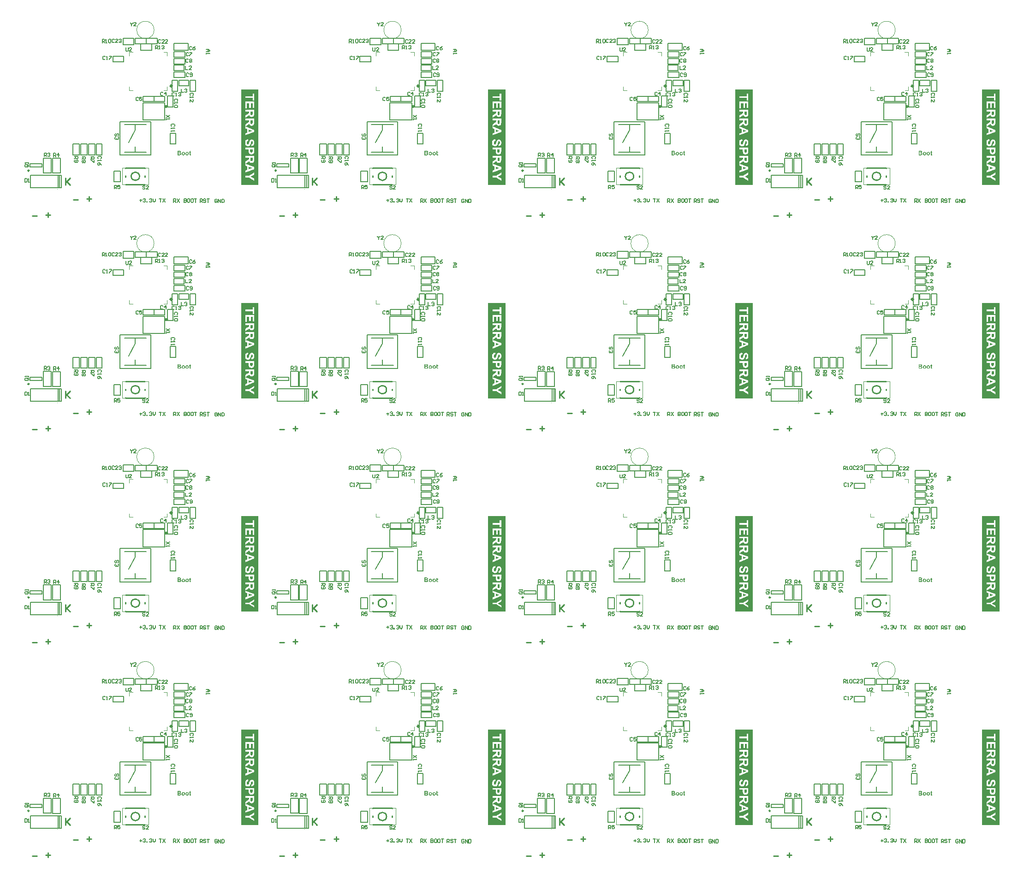
<source format=gto>
G04*
G04 #@! TF.GenerationSoftware,Altium Limited,Altium Designer,20.2.6 (244)*
G04*
G04 Layer_Color=16777215*
%FSLAX44Y44*%
%MOMM*%
G71*
G04*
G04 #@! TF.SameCoordinates,9645A69E-1417-4B4D-8682-0EA00A473316*
G04*
G04*
G04 #@! TF.FilePolarity,Positive*
G04*
G01*
G75*
%ADD35C,0.2540*%
%ADD54C,0.2000*%
%ADD55C,0.1000*%
%ADD56C,0.3000*%
%ADD57C,0.2500*%
%ADD58C,0.0760*%
%ADD59C,0.1270*%
%ADD60C,0.1520*%
G36*
X1711793Y1306031D02*
X1712029Y1306019D01*
X1712264Y1306006D01*
X1712487Y1305982D01*
X1712685Y1305957D01*
X1712710D01*
X1712772Y1305945D01*
X1712859Y1305920D01*
X1712970Y1305883D01*
X1713107Y1305845D01*
X1713256Y1305783D01*
X1713392Y1305709D01*
X1713541Y1305622D01*
X1713553Y1305610D01*
X1713603Y1305573D01*
X1713677Y1305523D01*
X1713764Y1305436D01*
X1713851Y1305337D01*
X1713962Y1305226D01*
X1714061Y1305089D01*
X1714160Y1304940D01*
X1714173Y1304916D01*
X1714198Y1304866D01*
X1714247Y1304779D01*
X1714297Y1304668D01*
X1714334Y1304519D01*
X1714384Y1304358D01*
X1714408Y1304184D01*
X1714421Y1303986D01*
Y1303961D01*
Y1303887D01*
X1714408Y1303775D01*
X1714384Y1303639D01*
X1714346Y1303478D01*
X1714284Y1303304D01*
X1714210Y1303118D01*
X1714111Y1302932D01*
X1714099Y1302908D01*
X1714049Y1302858D01*
X1713987Y1302771D01*
X1713888Y1302672D01*
X1713764Y1302548D01*
X1713627Y1302437D01*
X1713454Y1302325D01*
X1713268Y1302226D01*
X1713280D01*
X1713305Y1302214D01*
X1713342Y1302201D01*
X1713392Y1302189D01*
X1713528Y1302127D01*
X1713689Y1302052D01*
X1713875Y1301953D01*
X1714061Y1301829D01*
X1714247Y1301668D01*
X1714408Y1301482D01*
X1714421Y1301457D01*
X1714470Y1301396D01*
X1714532Y1301284D01*
X1714619Y1301135D01*
X1714693Y1300949D01*
X1714755Y1300751D01*
X1714805Y1300515D01*
X1714817Y1300255D01*
Y1300230D01*
Y1300156D01*
X1714805Y1300057D01*
X1714780Y1299908D01*
X1714755Y1299747D01*
X1714706Y1299561D01*
X1714644Y1299375D01*
X1714557Y1299177D01*
X1714545Y1299152D01*
X1714507Y1299090D01*
X1714445Y1298991D01*
X1714371Y1298879D01*
X1714272Y1298743D01*
X1714148Y1298607D01*
X1714012Y1298458D01*
X1713851Y1298334D01*
X1713826Y1298322D01*
X1713776Y1298284D01*
X1713677Y1298235D01*
X1713541Y1298173D01*
X1713380Y1298098D01*
X1713194Y1298036D01*
X1712983Y1297987D01*
X1712747Y1297950D01*
X1712698D01*
X1712661Y1297937D01*
X1712537D01*
X1712450Y1297925D01*
X1712227D01*
X1712078Y1297912D01*
X1711743D01*
X1711533Y1297900D01*
X1708000D01*
Y1306044D01*
X1711582D01*
X1711793Y1306031D01*
D02*
G37*
G36*
X1258293D02*
X1258529Y1306019D01*
X1258764Y1306006D01*
X1258987Y1305982D01*
X1259185Y1305957D01*
X1259210D01*
X1259272Y1305945D01*
X1259359Y1305920D01*
X1259471Y1305883D01*
X1259607Y1305845D01*
X1259756Y1305783D01*
X1259892Y1305709D01*
X1260041Y1305622D01*
X1260053Y1305610D01*
X1260103Y1305573D01*
X1260177Y1305523D01*
X1260264Y1305436D01*
X1260351Y1305337D01*
X1260462Y1305226D01*
X1260561Y1305089D01*
X1260660Y1304940D01*
X1260673Y1304916D01*
X1260698Y1304866D01*
X1260747Y1304779D01*
X1260797Y1304668D01*
X1260834Y1304519D01*
X1260884Y1304358D01*
X1260908Y1304184D01*
X1260921Y1303986D01*
Y1303961D01*
Y1303887D01*
X1260908Y1303775D01*
X1260884Y1303639D01*
X1260846Y1303478D01*
X1260784Y1303304D01*
X1260710Y1303118D01*
X1260611Y1302932D01*
X1260599Y1302908D01*
X1260549Y1302858D01*
X1260487Y1302771D01*
X1260388Y1302672D01*
X1260264Y1302548D01*
X1260127Y1302437D01*
X1259954Y1302325D01*
X1259768Y1302226D01*
X1259780D01*
X1259805Y1302214D01*
X1259842Y1302201D01*
X1259892Y1302189D01*
X1260028Y1302127D01*
X1260189Y1302052D01*
X1260375Y1301953D01*
X1260561Y1301829D01*
X1260747Y1301668D01*
X1260908Y1301482D01*
X1260921Y1301457D01*
X1260970Y1301396D01*
X1261032Y1301284D01*
X1261119Y1301135D01*
X1261193Y1300949D01*
X1261255Y1300751D01*
X1261305Y1300515D01*
X1261317Y1300255D01*
Y1300230D01*
Y1300156D01*
X1261305Y1300057D01*
X1261280Y1299908D01*
X1261255Y1299747D01*
X1261206Y1299561D01*
X1261144Y1299375D01*
X1261057Y1299177D01*
X1261045Y1299152D01*
X1261008Y1299090D01*
X1260946Y1298991D01*
X1260871Y1298879D01*
X1260772Y1298743D01*
X1260648Y1298607D01*
X1260512Y1298458D01*
X1260351Y1298334D01*
X1260326Y1298322D01*
X1260276Y1298284D01*
X1260177Y1298235D01*
X1260041Y1298173D01*
X1259880Y1298098D01*
X1259694Y1298036D01*
X1259483Y1297987D01*
X1259247Y1297950D01*
X1259198D01*
X1259161Y1297937D01*
X1259037D01*
X1258950Y1297925D01*
X1258727D01*
X1258578Y1297912D01*
X1258243D01*
X1258033Y1297900D01*
X1254500D01*
Y1306044D01*
X1258082D01*
X1258293Y1306031D01*
D02*
G37*
G36*
X804793D02*
X805029Y1306019D01*
X805264Y1306006D01*
X805487Y1305982D01*
X805685Y1305957D01*
X805710D01*
X805772Y1305945D01*
X805859Y1305920D01*
X805971Y1305883D01*
X806107Y1305845D01*
X806256Y1305783D01*
X806392Y1305709D01*
X806541Y1305622D01*
X806553Y1305610D01*
X806603Y1305573D01*
X806677Y1305523D01*
X806764Y1305436D01*
X806851Y1305337D01*
X806962Y1305226D01*
X807061Y1305089D01*
X807160Y1304940D01*
X807173Y1304916D01*
X807198Y1304866D01*
X807247Y1304779D01*
X807297Y1304668D01*
X807334Y1304519D01*
X807384Y1304358D01*
X807408Y1304184D01*
X807421Y1303986D01*
Y1303961D01*
Y1303887D01*
X807408Y1303775D01*
X807384Y1303639D01*
X807346Y1303478D01*
X807284Y1303304D01*
X807210Y1303118D01*
X807111Y1302932D01*
X807098Y1302908D01*
X807049Y1302858D01*
X806987Y1302771D01*
X806888Y1302672D01*
X806764Y1302548D01*
X806627Y1302437D01*
X806454Y1302325D01*
X806268Y1302226D01*
X806280D01*
X806305Y1302214D01*
X806342Y1302201D01*
X806392Y1302189D01*
X806528Y1302127D01*
X806689Y1302052D01*
X806875Y1301953D01*
X807061Y1301829D01*
X807247Y1301668D01*
X807408Y1301482D01*
X807421Y1301457D01*
X807470Y1301396D01*
X807532Y1301284D01*
X807619Y1301135D01*
X807693Y1300949D01*
X807755Y1300751D01*
X807805Y1300515D01*
X807817Y1300255D01*
Y1300230D01*
Y1300156D01*
X807805Y1300057D01*
X807780Y1299908D01*
X807755Y1299747D01*
X807706Y1299561D01*
X807644Y1299375D01*
X807557Y1299177D01*
X807545Y1299152D01*
X807507Y1299090D01*
X807446Y1298991D01*
X807371Y1298879D01*
X807272Y1298743D01*
X807148Y1298607D01*
X807012Y1298458D01*
X806851Y1298334D01*
X806826Y1298322D01*
X806776Y1298284D01*
X806677Y1298235D01*
X806541Y1298173D01*
X806379Y1298098D01*
X806194Y1298036D01*
X805983Y1297987D01*
X805747Y1297950D01*
X805698D01*
X805661Y1297937D01*
X805537D01*
X805450Y1297925D01*
X805227D01*
X805078Y1297912D01*
X804743D01*
X804533Y1297900D01*
X801000D01*
Y1306044D01*
X804582D01*
X804793Y1306031D01*
D02*
G37*
G36*
X351293D02*
X351529Y1306019D01*
X351764Y1306006D01*
X351987Y1305982D01*
X352185Y1305957D01*
X352210D01*
X352272Y1305945D01*
X352359Y1305920D01*
X352471Y1305883D01*
X352607Y1305845D01*
X352756Y1305783D01*
X352892Y1305709D01*
X353041Y1305622D01*
X353053Y1305610D01*
X353103Y1305573D01*
X353177Y1305523D01*
X353264Y1305436D01*
X353351Y1305337D01*
X353462Y1305226D01*
X353561Y1305089D01*
X353660Y1304940D01*
X353673Y1304916D01*
X353698Y1304866D01*
X353747Y1304779D01*
X353797Y1304668D01*
X353834Y1304519D01*
X353884Y1304358D01*
X353908Y1304184D01*
X353921Y1303986D01*
Y1303961D01*
Y1303887D01*
X353908Y1303775D01*
X353884Y1303639D01*
X353846Y1303478D01*
X353784Y1303304D01*
X353710Y1303118D01*
X353611Y1302932D01*
X353599Y1302908D01*
X353549Y1302858D01*
X353487Y1302771D01*
X353388Y1302672D01*
X353264Y1302548D01*
X353127Y1302437D01*
X352954Y1302325D01*
X352768Y1302226D01*
X352780D01*
X352805Y1302214D01*
X352842Y1302201D01*
X352892Y1302189D01*
X353028Y1302127D01*
X353189Y1302052D01*
X353375Y1301953D01*
X353561Y1301829D01*
X353747Y1301668D01*
X353908Y1301482D01*
X353921Y1301457D01*
X353970Y1301396D01*
X354032Y1301284D01*
X354119Y1301135D01*
X354193Y1300949D01*
X354255Y1300751D01*
X354305Y1300515D01*
X354317Y1300255D01*
Y1300230D01*
Y1300156D01*
X354305Y1300057D01*
X354280Y1299908D01*
X354255Y1299747D01*
X354206Y1299561D01*
X354144Y1299375D01*
X354057Y1299177D01*
X354045Y1299152D01*
X354007Y1299090D01*
X353946Y1298991D01*
X353871Y1298879D01*
X353772Y1298743D01*
X353648Y1298607D01*
X353512Y1298458D01*
X353351Y1298334D01*
X353326Y1298322D01*
X353276Y1298284D01*
X353177Y1298235D01*
X353041Y1298173D01*
X352879Y1298098D01*
X352694Y1298036D01*
X352483Y1297987D01*
X352247Y1297950D01*
X352198D01*
X352161Y1297937D01*
X352037D01*
X351950Y1297925D01*
X351727D01*
X351578Y1297912D01*
X351243D01*
X351033Y1297900D01*
X347500D01*
Y1306044D01*
X351082D01*
X351293Y1306031D01*
D02*
G37*
G36*
X1731712Y1303800D02*
X1732778D01*
Y1302561D01*
X1731712D01*
Y1300156D01*
Y1300144D01*
Y1300131D01*
Y1300094D01*
Y1300044D01*
Y1299920D01*
Y1299784D01*
X1731725Y1299635D01*
Y1299499D01*
Y1299387D01*
X1731737Y1299338D01*
Y1299313D01*
Y1299288D01*
X1731762Y1299239D01*
X1731811Y1299177D01*
X1731873Y1299115D01*
X1731898Y1299102D01*
X1731948Y1299078D01*
X1732034Y1299053D01*
X1732133Y1299040D01*
X1732171D01*
X1732220Y1299053D01*
X1732295Y1299065D01*
X1732381Y1299078D01*
X1732493Y1299102D01*
X1732617Y1299140D01*
X1732766Y1299189D01*
X1732902Y1297974D01*
X1732877Y1297962D01*
X1732803Y1297937D01*
X1732691Y1297900D01*
X1732543Y1297863D01*
X1732357Y1297826D01*
X1732146Y1297789D01*
X1731910Y1297764D01*
X1731662Y1297751D01*
X1731588D01*
X1731514Y1297764D01*
X1731415D01*
X1731291Y1297789D01*
X1731167Y1297813D01*
X1731030Y1297838D01*
X1730906Y1297888D01*
X1730894Y1297900D01*
X1730857Y1297912D01*
X1730795Y1297937D01*
X1730720Y1297987D01*
X1730559Y1298098D01*
X1730473Y1298173D01*
X1730411Y1298247D01*
X1730398Y1298259D01*
X1730386Y1298284D01*
X1730361Y1298346D01*
X1730324Y1298408D01*
X1730287Y1298507D01*
X1730249Y1298607D01*
X1730225Y1298730D01*
X1730200Y1298867D01*
Y1298879D01*
X1730187Y1298929D01*
Y1299003D01*
X1730175Y1299102D01*
X1730163Y1299251D01*
Y1299449D01*
X1730150Y1299685D01*
Y1299821D01*
Y1299970D01*
Y1302561D01*
X1729431D01*
Y1303800D01*
X1730150D01*
Y1304965D01*
X1731712Y1305883D01*
Y1303800D01*
D02*
G37*
G36*
X1726023Y1303912D02*
X1726134Y1303899D01*
X1726271Y1303875D01*
X1726407Y1303850D01*
X1726568Y1303813D01*
X1726742Y1303763D01*
X1726915Y1303713D01*
X1727101Y1303639D01*
X1727275Y1303552D01*
X1727460Y1303453D01*
X1727646Y1303329D01*
X1727820Y1303205D01*
X1727981Y1303044D01*
X1727993Y1303032D01*
X1728018Y1303007D01*
X1728056Y1302957D01*
X1728117Y1302883D01*
X1728179Y1302809D01*
X1728254Y1302697D01*
X1728328Y1302585D01*
X1728415Y1302449D01*
X1728489Y1302288D01*
X1728564Y1302127D01*
X1728638Y1301941D01*
X1728700Y1301755D01*
X1728762Y1301544D01*
X1728799Y1301321D01*
X1728824Y1301098D01*
X1728836Y1300850D01*
Y1300838D01*
Y1300788D01*
Y1300726D01*
X1728824Y1300627D01*
X1728812Y1300515D01*
X1728787Y1300379D01*
X1728762Y1300230D01*
X1728725Y1300069D01*
X1728688Y1299896D01*
X1728626Y1299722D01*
X1728551Y1299536D01*
X1728477Y1299350D01*
X1728365Y1299164D01*
X1728254Y1298978D01*
X1728117Y1298805D01*
X1727969Y1298631D01*
X1727956Y1298619D01*
X1727932Y1298594D01*
X1727882Y1298545D01*
X1727820Y1298495D01*
X1727733Y1298433D01*
X1727634Y1298359D01*
X1727510Y1298272D01*
X1727374Y1298197D01*
X1727225Y1298111D01*
X1727064Y1298024D01*
X1726890Y1297950D01*
X1726692Y1297888D01*
X1726494Y1297838D01*
X1726271Y1297789D01*
X1726035Y1297764D01*
X1725800Y1297751D01*
X1725663D01*
X1725589Y1297764D01*
X1725502Y1297776D01*
X1725304Y1297801D01*
X1725068Y1297838D01*
X1724808Y1297900D01*
X1724535Y1297987D01*
X1724263Y1298111D01*
X1724250D01*
X1724225Y1298123D01*
X1724188Y1298148D01*
X1724139Y1298185D01*
X1724015Y1298272D01*
X1723853Y1298383D01*
X1723668Y1298532D01*
X1723482Y1298718D01*
X1723308Y1298941D01*
X1723147Y1299189D01*
Y1299202D01*
X1723135Y1299226D01*
X1723110Y1299263D01*
X1723085Y1299313D01*
X1723060Y1299387D01*
X1723035Y1299462D01*
X1722998Y1299561D01*
X1722961Y1299673D01*
X1722899Y1299920D01*
X1722837Y1300218D01*
X1722787Y1300553D01*
X1722775Y1300912D01*
Y1300924D01*
Y1300949D01*
Y1300986D01*
X1722787Y1301048D01*
Y1301110D01*
X1722800Y1301197D01*
X1722825Y1301396D01*
X1722862Y1301631D01*
X1722936Y1301879D01*
X1723023Y1302152D01*
X1723147Y1302424D01*
Y1302437D01*
X1723159Y1302462D01*
X1723184Y1302499D01*
X1723221Y1302548D01*
X1723308Y1302672D01*
X1723432Y1302833D01*
X1723581Y1303019D01*
X1723767Y1303205D01*
X1723978Y1303379D01*
X1724225Y1303540D01*
X1724238D01*
X1724263Y1303552D01*
X1724300Y1303577D01*
X1724349Y1303602D01*
X1724411Y1303627D01*
X1724498Y1303664D01*
X1724684Y1303738D01*
X1724919Y1303800D01*
X1725192Y1303862D01*
X1725477Y1303912D01*
X1725800Y1303924D01*
X1725923D01*
X1726023Y1303912D01*
D02*
G37*
G36*
X1719081D02*
X1719193Y1303899D01*
X1719329Y1303875D01*
X1719466Y1303850D01*
X1719627Y1303813D01*
X1719800Y1303763D01*
X1719974Y1303713D01*
X1720160Y1303639D01*
X1720333Y1303552D01*
X1720519Y1303453D01*
X1720705Y1303329D01*
X1720879Y1303205D01*
X1721040Y1303044D01*
X1721052Y1303032D01*
X1721077Y1303007D01*
X1721114Y1302957D01*
X1721176Y1302883D01*
X1721238Y1302809D01*
X1721313Y1302697D01*
X1721387Y1302585D01*
X1721474Y1302449D01*
X1721548Y1302288D01*
X1721622Y1302127D01*
X1721697Y1301941D01*
X1721759Y1301755D01*
X1721821Y1301544D01*
X1721858Y1301321D01*
X1721883Y1301098D01*
X1721895Y1300850D01*
Y1300838D01*
Y1300788D01*
Y1300726D01*
X1721883Y1300627D01*
X1721870Y1300515D01*
X1721846Y1300379D01*
X1721821Y1300230D01*
X1721783Y1300069D01*
X1721746Y1299896D01*
X1721684Y1299722D01*
X1721610Y1299536D01*
X1721536Y1299350D01*
X1721424Y1299164D01*
X1721313Y1298978D01*
X1721176Y1298805D01*
X1721027Y1298631D01*
X1721015Y1298619D01*
X1720990Y1298594D01*
X1720941Y1298545D01*
X1720879Y1298495D01*
X1720792Y1298433D01*
X1720693Y1298359D01*
X1720569Y1298272D01*
X1720432Y1298197D01*
X1720284Y1298111D01*
X1720123Y1298024D01*
X1719949Y1297950D01*
X1719751Y1297888D01*
X1719552Y1297838D01*
X1719329Y1297789D01*
X1719094Y1297764D01*
X1718858Y1297751D01*
X1718722D01*
X1718647Y1297764D01*
X1718561Y1297776D01*
X1718362Y1297801D01*
X1718127Y1297838D01*
X1717867Y1297900D01*
X1717594Y1297987D01*
X1717321Y1298111D01*
X1717309D01*
X1717284Y1298123D01*
X1717247Y1298148D01*
X1717197Y1298185D01*
X1717073Y1298272D01*
X1716912Y1298383D01*
X1716726Y1298532D01*
X1716540Y1298718D01*
X1716367Y1298941D01*
X1716206Y1299189D01*
Y1299202D01*
X1716193Y1299226D01*
X1716169Y1299263D01*
X1716144Y1299313D01*
X1716119Y1299387D01*
X1716094Y1299462D01*
X1716057Y1299561D01*
X1716020Y1299673D01*
X1715958Y1299920D01*
X1715896Y1300218D01*
X1715846Y1300553D01*
X1715834Y1300912D01*
Y1300924D01*
Y1300949D01*
Y1300986D01*
X1715846Y1301048D01*
Y1301110D01*
X1715859Y1301197D01*
X1715883Y1301396D01*
X1715921Y1301631D01*
X1715995Y1301879D01*
X1716082Y1302152D01*
X1716206Y1302424D01*
Y1302437D01*
X1716218Y1302462D01*
X1716243Y1302499D01*
X1716280Y1302548D01*
X1716367Y1302672D01*
X1716491Y1302833D01*
X1716640Y1303019D01*
X1716825Y1303205D01*
X1717036Y1303379D01*
X1717284Y1303540D01*
X1717296D01*
X1717321Y1303552D01*
X1717358Y1303577D01*
X1717408Y1303602D01*
X1717470Y1303627D01*
X1717557Y1303664D01*
X1717743Y1303738D01*
X1717978Y1303800D01*
X1718251Y1303862D01*
X1718536Y1303912D01*
X1718858Y1303924D01*
X1718982D01*
X1719081Y1303912D01*
D02*
G37*
G36*
X1278212Y1303800D02*
X1279278D01*
Y1302561D01*
X1278212D01*
Y1300156D01*
Y1300144D01*
Y1300131D01*
Y1300094D01*
Y1300044D01*
Y1299920D01*
Y1299784D01*
X1278224Y1299635D01*
Y1299499D01*
Y1299387D01*
X1278237Y1299338D01*
Y1299313D01*
Y1299288D01*
X1278262Y1299239D01*
X1278311Y1299177D01*
X1278373Y1299115D01*
X1278398Y1299102D01*
X1278448Y1299078D01*
X1278534Y1299053D01*
X1278633Y1299040D01*
X1278671D01*
X1278720Y1299053D01*
X1278795Y1299065D01*
X1278881Y1299078D01*
X1278993Y1299102D01*
X1279117Y1299140D01*
X1279266Y1299189D01*
X1279402Y1297974D01*
X1279377Y1297962D01*
X1279303Y1297937D01*
X1279191Y1297900D01*
X1279043Y1297863D01*
X1278857Y1297826D01*
X1278646Y1297789D01*
X1278410Y1297764D01*
X1278163Y1297751D01*
X1278088D01*
X1278014Y1297764D01*
X1277915D01*
X1277791Y1297789D01*
X1277667Y1297813D01*
X1277530Y1297838D01*
X1277406Y1297888D01*
X1277394Y1297900D01*
X1277357Y1297912D01*
X1277295Y1297937D01*
X1277220Y1297987D01*
X1277059Y1298098D01*
X1276973Y1298173D01*
X1276911Y1298247D01*
X1276898Y1298259D01*
X1276886Y1298284D01*
X1276861Y1298346D01*
X1276824Y1298408D01*
X1276787Y1298507D01*
X1276749Y1298607D01*
X1276725Y1298730D01*
X1276700Y1298867D01*
Y1298879D01*
X1276687Y1298929D01*
Y1299003D01*
X1276675Y1299102D01*
X1276663Y1299251D01*
Y1299449D01*
X1276650Y1299685D01*
Y1299821D01*
Y1299970D01*
Y1302561D01*
X1275931D01*
Y1303800D01*
X1276650D01*
Y1304965D01*
X1278212Y1305883D01*
Y1303800D01*
D02*
G37*
G36*
X1272523Y1303912D02*
X1272634Y1303899D01*
X1272771Y1303875D01*
X1272907Y1303850D01*
X1273068Y1303813D01*
X1273242Y1303763D01*
X1273415Y1303713D01*
X1273601Y1303639D01*
X1273775Y1303552D01*
X1273960Y1303453D01*
X1274146Y1303329D01*
X1274320Y1303205D01*
X1274481Y1303044D01*
X1274493Y1303032D01*
X1274518Y1303007D01*
X1274556Y1302957D01*
X1274617Y1302883D01*
X1274679Y1302809D01*
X1274754Y1302697D01*
X1274828Y1302585D01*
X1274915Y1302449D01*
X1274989Y1302288D01*
X1275064Y1302127D01*
X1275138Y1301941D01*
X1275200Y1301755D01*
X1275262Y1301544D01*
X1275299Y1301321D01*
X1275324Y1301098D01*
X1275336Y1300850D01*
Y1300838D01*
Y1300788D01*
Y1300726D01*
X1275324Y1300627D01*
X1275312Y1300515D01*
X1275287Y1300379D01*
X1275262Y1300230D01*
X1275225Y1300069D01*
X1275188Y1299896D01*
X1275126Y1299722D01*
X1275051Y1299536D01*
X1274977Y1299350D01*
X1274865Y1299164D01*
X1274754Y1298978D01*
X1274617Y1298805D01*
X1274469Y1298631D01*
X1274456Y1298619D01*
X1274432Y1298594D01*
X1274382Y1298545D01*
X1274320Y1298495D01*
X1274233Y1298433D01*
X1274134Y1298359D01*
X1274010Y1298272D01*
X1273874Y1298197D01*
X1273725Y1298111D01*
X1273564Y1298024D01*
X1273390Y1297950D01*
X1273192Y1297888D01*
X1272994Y1297838D01*
X1272771Y1297789D01*
X1272535Y1297764D01*
X1272299Y1297751D01*
X1272163D01*
X1272089Y1297764D01*
X1272002Y1297776D01*
X1271804Y1297801D01*
X1271568Y1297838D01*
X1271308Y1297900D01*
X1271035Y1297987D01*
X1270762Y1298111D01*
X1270750D01*
X1270725Y1298123D01*
X1270688Y1298148D01*
X1270639Y1298185D01*
X1270515Y1298272D01*
X1270353Y1298383D01*
X1270168Y1298532D01*
X1269982Y1298718D01*
X1269808Y1298941D01*
X1269647Y1299189D01*
Y1299202D01*
X1269635Y1299226D01*
X1269610Y1299263D01*
X1269585Y1299313D01*
X1269560Y1299387D01*
X1269535Y1299462D01*
X1269498Y1299561D01*
X1269461Y1299673D01*
X1269399Y1299920D01*
X1269337Y1300218D01*
X1269287Y1300553D01*
X1269275Y1300912D01*
Y1300924D01*
Y1300949D01*
Y1300986D01*
X1269287Y1301048D01*
Y1301110D01*
X1269300Y1301197D01*
X1269325Y1301396D01*
X1269362Y1301631D01*
X1269436Y1301879D01*
X1269523Y1302152D01*
X1269647Y1302424D01*
Y1302437D01*
X1269659Y1302462D01*
X1269684Y1302499D01*
X1269721Y1302548D01*
X1269808Y1302672D01*
X1269932Y1302833D01*
X1270081Y1303019D01*
X1270267Y1303205D01*
X1270477Y1303379D01*
X1270725Y1303540D01*
X1270738D01*
X1270762Y1303552D01*
X1270800Y1303577D01*
X1270849Y1303602D01*
X1270911Y1303627D01*
X1270998Y1303664D01*
X1271184Y1303738D01*
X1271420Y1303800D01*
X1271692Y1303862D01*
X1271977Y1303912D01*
X1272299Y1303924D01*
X1272423D01*
X1272523Y1303912D01*
D02*
G37*
G36*
X1265581D02*
X1265693Y1303899D01*
X1265829Y1303875D01*
X1265966Y1303850D01*
X1266127Y1303813D01*
X1266300Y1303763D01*
X1266474Y1303713D01*
X1266660Y1303639D01*
X1266833Y1303552D01*
X1267019Y1303453D01*
X1267205Y1303329D01*
X1267379Y1303205D01*
X1267540Y1303044D01*
X1267552Y1303032D01*
X1267577Y1303007D01*
X1267614Y1302957D01*
X1267676Y1302883D01*
X1267738Y1302809D01*
X1267812Y1302697D01*
X1267887Y1302585D01*
X1267974Y1302449D01*
X1268048Y1302288D01*
X1268122Y1302127D01*
X1268197Y1301941D01*
X1268259Y1301755D01*
X1268321Y1301544D01*
X1268358Y1301321D01*
X1268383Y1301098D01*
X1268395Y1300850D01*
Y1300838D01*
Y1300788D01*
Y1300726D01*
X1268383Y1300627D01*
X1268370Y1300515D01*
X1268345Y1300379D01*
X1268321Y1300230D01*
X1268283Y1300069D01*
X1268246Y1299896D01*
X1268184Y1299722D01*
X1268110Y1299536D01*
X1268036Y1299350D01*
X1267924Y1299164D01*
X1267812Y1298978D01*
X1267676Y1298805D01*
X1267527Y1298631D01*
X1267515Y1298619D01*
X1267490Y1298594D01*
X1267441Y1298545D01*
X1267379Y1298495D01*
X1267292Y1298433D01*
X1267193Y1298359D01*
X1267069Y1298272D01*
X1266932Y1298197D01*
X1266784Y1298111D01*
X1266622Y1298024D01*
X1266449Y1297950D01*
X1266251Y1297888D01*
X1266052Y1297838D01*
X1265829Y1297789D01*
X1265594Y1297764D01*
X1265358Y1297751D01*
X1265222D01*
X1265147Y1297764D01*
X1265061Y1297776D01*
X1264862Y1297801D01*
X1264627Y1297838D01*
X1264367Y1297900D01*
X1264094Y1297987D01*
X1263821Y1298111D01*
X1263809D01*
X1263784Y1298123D01*
X1263747Y1298148D01*
X1263697Y1298185D01*
X1263573Y1298272D01*
X1263412Y1298383D01*
X1263226Y1298532D01*
X1263040Y1298718D01*
X1262867Y1298941D01*
X1262706Y1299189D01*
Y1299202D01*
X1262693Y1299226D01*
X1262669Y1299263D01*
X1262644Y1299313D01*
X1262619Y1299387D01*
X1262594Y1299462D01*
X1262557Y1299561D01*
X1262520Y1299673D01*
X1262458Y1299920D01*
X1262396Y1300218D01*
X1262346Y1300553D01*
X1262334Y1300912D01*
Y1300924D01*
Y1300949D01*
Y1300986D01*
X1262346Y1301048D01*
Y1301110D01*
X1262359Y1301197D01*
X1262383Y1301396D01*
X1262421Y1301631D01*
X1262495Y1301879D01*
X1262582Y1302152D01*
X1262706Y1302424D01*
Y1302437D01*
X1262718Y1302462D01*
X1262743Y1302499D01*
X1262780Y1302548D01*
X1262867Y1302672D01*
X1262991Y1302833D01*
X1263139Y1303019D01*
X1263325Y1303205D01*
X1263536Y1303379D01*
X1263784Y1303540D01*
X1263796D01*
X1263821Y1303552D01*
X1263858Y1303577D01*
X1263908Y1303602D01*
X1263970Y1303627D01*
X1264057Y1303664D01*
X1264243Y1303738D01*
X1264478Y1303800D01*
X1264751Y1303862D01*
X1265036Y1303912D01*
X1265358Y1303924D01*
X1265482D01*
X1265581Y1303912D01*
D02*
G37*
G36*
X824712Y1303800D02*
X825778D01*
Y1302561D01*
X824712D01*
Y1300156D01*
Y1300144D01*
Y1300131D01*
Y1300094D01*
Y1300044D01*
Y1299920D01*
Y1299784D01*
X824724Y1299635D01*
Y1299499D01*
Y1299387D01*
X824737Y1299338D01*
Y1299313D01*
Y1299288D01*
X824762Y1299239D01*
X824811Y1299177D01*
X824873Y1299115D01*
X824898Y1299102D01*
X824948Y1299078D01*
X825034Y1299053D01*
X825134Y1299040D01*
X825171D01*
X825220Y1299053D01*
X825295Y1299065D01*
X825381Y1299078D01*
X825493Y1299102D01*
X825617Y1299140D01*
X825766Y1299189D01*
X825902Y1297974D01*
X825877Y1297962D01*
X825803Y1297937D01*
X825691Y1297900D01*
X825543Y1297863D01*
X825357Y1297826D01*
X825146Y1297789D01*
X824910Y1297764D01*
X824662Y1297751D01*
X824588D01*
X824514Y1297764D01*
X824415D01*
X824291Y1297789D01*
X824167Y1297813D01*
X824030Y1297838D01*
X823906Y1297888D01*
X823894Y1297900D01*
X823857Y1297912D01*
X823795Y1297937D01*
X823720Y1297987D01*
X823559Y1298098D01*
X823473Y1298173D01*
X823410Y1298247D01*
X823398Y1298259D01*
X823386Y1298284D01*
X823361Y1298346D01*
X823324Y1298408D01*
X823287Y1298507D01*
X823249Y1298607D01*
X823225Y1298730D01*
X823200Y1298867D01*
Y1298879D01*
X823187Y1298929D01*
Y1299003D01*
X823175Y1299102D01*
X823163Y1299251D01*
Y1299449D01*
X823150Y1299685D01*
Y1299821D01*
Y1299970D01*
Y1302561D01*
X822431D01*
Y1303800D01*
X823150D01*
Y1304965D01*
X824712Y1305883D01*
Y1303800D01*
D02*
G37*
G36*
X819023Y1303912D02*
X819134Y1303899D01*
X819270Y1303875D01*
X819407Y1303850D01*
X819568Y1303813D01*
X819742Y1303763D01*
X819915Y1303713D01*
X820101Y1303639D01*
X820275Y1303552D01*
X820461Y1303453D01*
X820646Y1303329D01*
X820820Y1303205D01*
X820981Y1303044D01*
X820993Y1303032D01*
X821018Y1303007D01*
X821056Y1302957D01*
X821117Y1302883D01*
X821179Y1302809D01*
X821254Y1302697D01*
X821328Y1302585D01*
X821415Y1302449D01*
X821489Y1302288D01*
X821564Y1302127D01*
X821638Y1301941D01*
X821700Y1301755D01*
X821762Y1301544D01*
X821799Y1301321D01*
X821824Y1301098D01*
X821836Y1300850D01*
Y1300838D01*
Y1300788D01*
Y1300726D01*
X821824Y1300627D01*
X821812Y1300515D01*
X821787Y1300379D01*
X821762Y1300230D01*
X821725Y1300069D01*
X821688Y1299896D01*
X821626Y1299722D01*
X821551Y1299536D01*
X821477Y1299350D01*
X821365Y1299164D01*
X821254Y1298978D01*
X821117Y1298805D01*
X820969Y1298631D01*
X820956Y1298619D01*
X820931Y1298594D01*
X820882Y1298545D01*
X820820Y1298495D01*
X820733Y1298433D01*
X820634Y1298359D01*
X820510Y1298272D01*
X820374Y1298197D01*
X820225Y1298111D01*
X820064Y1298024D01*
X819890Y1297950D01*
X819692Y1297888D01*
X819494Y1297838D01*
X819270Y1297789D01*
X819035Y1297764D01*
X818800Y1297751D01*
X818663D01*
X818589Y1297764D01*
X818502Y1297776D01*
X818304Y1297801D01*
X818068Y1297838D01*
X817808Y1297900D01*
X817535Y1297987D01*
X817262Y1298111D01*
X817250D01*
X817225Y1298123D01*
X817188Y1298148D01*
X817139Y1298185D01*
X817015Y1298272D01*
X816853Y1298383D01*
X816668Y1298532D01*
X816482Y1298718D01*
X816308Y1298941D01*
X816147Y1299189D01*
Y1299202D01*
X816135Y1299226D01*
X816110Y1299263D01*
X816085Y1299313D01*
X816060Y1299387D01*
X816035Y1299462D01*
X815998Y1299561D01*
X815961Y1299673D01*
X815899Y1299920D01*
X815837Y1300218D01*
X815788Y1300553D01*
X815775Y1300912D01*
Y1300924D01*
Y1300949D01*
Y1300986D01*
X815788Y1301048D01*
Y1301110D01*
X815800Y1301197D01*
X815825Y1301396D01*
X815862Y1301631D01*
X815936Y1301879D01*
X816023Y1302152D01*
X816147Y1302424D01*
Y1302437D01*
X816159Y1302462D01*
X816184Y1302499D01*
X816221Y1302548D01*
X816308Y1302672D01*
X816432Y1302833D01*
X816581Y1303019D01*
X816767Y1303205D01*
X816977Y1303379D01*
X817225Y1303540D01*
X817238D01*
X817262Y1303552D01*
X817300Y1303577D01*
X817349Y1303602D01*
X817411Y1303627D01*
X817498Y1303664D01*
X817684Y1303738D01*
X817919Y1303800D01*
X818192Y1303862D01*
X818477Y1303912D01*
X818800Y1303924D01*
X818923D01*
X819023Y1303912D01*
D02*
G37*
G36*
X812081D02*
X812193Y1303899D01*
X812329Y1303875D01*
X812466Y1303850D01*
X812627Y1303813D01*
X812800Y1303763D01*
X812974Y1303713D01*
X813160Y1303639D01*
X813333Y1303552D01*
X813519Y1303453D01*
X813705Y1303329D01*
X813879Y1303205D01*
X814040Y1303044D01*
X814052Y1303032D01*
X814077Y1303007D01*
X814114Y1302957D01*
X814176Y1302883D01*
X814238Y1302809D01*
X814313Y1302697D01*
X814387Y1302585D01*
X814474Y1302449D01*
X814548Y1302288D01*
X814622Y1302127D01*
X814697Y1301941D01*
X814759Y1301755D01*
X814821Y1301544D01*
X814858Y1301321D01*
X814883Y1301098D01*
X814895Y1300850D01*
Y1300838D01*
Y1300788D01*
Y1300726D01*
X814883Y1300627D01*
X814870Y1300515D01*
X814846Y1300379D01*
X814821Y1300230D01*
X814783Y1300069D01*
X814746Y1299896D01*
X814684Y1299722D01*
X814610Y1299536D01*
X814536Y1299350D01*
X814424Y1299164D01*
X814313Y1298978D01*
X814176Y1298805D01*
X814027Y1298631D01*
X814015Y1298619D01*
X813990Y1298594D01*
X813941Y1298545D01*
X813879Y1298495D01*
X813792Y1298433D01*
X813693Y1298359D01*
X813569Y1298272D01*
X813432Y1298197D01*
X813284Y1298111D01*
X813122Y1298024D01*
X812949Y1297950D01*
X812751Y1297888D01*
X812552Y1297838D01*
X812329Y1297789D01*
X812094Y1297764D01*
X811858Y1297751D01*
X811722D01*
X811647Y1297764D01*
X811561Y1297776D01*
X811362Y1297801D01*
X811127Y1297838D01*
X810867Y1297900D01*
X810594Y1297987D01*
X810321Y1298111D01*
X810309D01*
X810284Y1298123D01*
X810247Y1298148D01*
X810197Y1298185D01*
X810073Y1298272D01*
X809912Y1298383D01*
X809726Y1298532D01*
X809540Y1298718D01*
X809367Y1298941D01*
X809206Y1299189D01*
Y1299202D01*
X809193Y1299226D01*
X809168Y1299263D01*
X809144Y1299313D01*
X809119Y1299387D01*
X809094Y1299462D01*
X809057Y1299561D01*
X809020Y1299673D01*
X808958Y1299920D01*
X808896Y1300218D01*
X808846Y1300553D01*
X808834Y1300912D01*
Y1300924D01*
Y1300949D01*
Y1300986D01*
X808846Y1301048D01*
Y1301110D01*
X808859Y1301197D01*
X808883Y1301396D01*
X808921Y1301631D01*
X808995Y1301879D01*
X809082Y1302152D01*
X809206Y1302424D01*
Y1302437D01*
X809218Y1302462D01*
X809243Y1302499D01*
X809280Y1302548D01*
X809367Y1302672D01*
X809491Y1302833D01*
X809640Y1303019D01*
X809825Y1303205D01*
X810036Y1303379D01*
X810284Y1303540D01*
X810296D01*
X810321Y1303552D01*
X810358Y1303577D01*
X810408Y1303602D01*
X810470Y1303627D01*
X810557Y1303664D01*
X810743Y1303738D01*
X810978Y1303800D01*
X811251Y1303862D01*
X811536Y1303912D01*
X811858Y1303924D01*
X811982D01*
X812081Y1303912D01*
D02*
G37*
G36*
X371212Y1303800D02*
X372278D01*
Y1302561D01*
X371212D01*
Y1300156D01*
Y1300144D01*
Y1300131D01*
Y1300094D01*
Y1300044D01*
Y1299920D01*
Y1299784D01*
X371224Y1299635D01*
Y1299499D01*
Y1299387D01*
X371237Y1299338D01*
Y1299313D01*
Y1299288D01*
X371262Y1299239D01*
X371311Y1299177D01*
X371373Y1299115D01*
X371398Y1299102D01*
X371447Y1299078D01*
X371534Y1299053D01*
X371633Y1299040D01*
X371671D01*
X371720Y1299053D01*
X371795Y1299065D01*
X371881Y1299078D01*
X371993Y1299102D01*
X372117Y1299140D01*
X372266Y1299189D01*
X372402Y1297974D01*
X372377Y1297962D01*
X372303Y1297937D01*
X372191Y1297900D01*
X372043Y1297863D01*
X371857Y1297826D01*
X371646Y1297789D01*
X371410Y1297764D01*
X371162Y1297751D01*
X371088D01*
X371014Y1297764D01*
X370914D01*
X370791Y1297789D01*
X370667Y1297813D01*
X370530Y1297838D01*
X370406Y1297888D01*
X370394Y1297900D01*
X370357Y1297912D01*
X370295Y1297937D01*
X370220Y1297987D01*
X370059Y1298098D01*
X369972Y1298173D01*
X369911Y1298247D01*
X369898Y1298259D01*
X369886Y1298284D01*
X369861Y1298346D01*
X369824Y1298408D01*
X369787Y1298507D01*
X369749Y1298607D01*
X369725Y1298730D01*
X369700Y1298867D01*
Y1298879D01*
X369687Y1298929D01*
Y1299003D01*
X369675Y1299102D01*
X369663Y1299251D01*
Y1299449D01*
X369650Y1299685D01*
Y1299821D01*
Y1299970D01*
Y1302561D01*
X368931D01*
Y1303800D01*
X369650D01*
Y1304965D01*
X371212Y1305883D01*
Y1303800D01*
D02*
G37*
G36*
X365523Y1303912D02*
X365634Y1303899D01*
X365770Y1303875D01*
X365907Y1303850D01*
X366068Y1303813D01*
X366242Y1303763D01*
X366415Y1303713D01*
X366601Y1303639D01*
X366775Y1303552D01*
X366960Y1303453D01*
X367146Y1303329D01*
X367320Y1303205D01*
X367481Y1303044D01*
X367494Y1303032D01*
X367518Y1303007D01*
X367555Y1302957D01*
X367617Y1302883D01*
X367679Y1302809D01*
X367754Y1302697D01*
X367828Y1302585D01*
X367915Y1302449D01*
X367989Y1302288D01*
X368064Y1302127D01*
X368138Y1301941D01*
X368200Y1301755D01*
X368262Y1301544D01*
X368299Y1301321D01*
X368324Y1301098D01*
X368336Y1300850D01*
Y1300838D01*
Y1300788D01*
Y1300726D01*
X368324Y1300627D01*
X368312Y1300515D01*
X368287Y1300379D01*
X368262Y1300230D01*
X368225Y1300069D01*
X368188Y1299896D01*
X368126Y1299722D01*
X368051Y1299536D01*
X367977Y1299350D01*
X367865Y1299164D01*
X367754Y1298978D01*
X367617Y1298805D01*
X367469Y1298631D01*
X367456Y1298619D01*
X367431Y1298594D01*
X367382Y1298545D01*
X367320Y1298495D01*
X367233Y1298433D01*
X367134Y1298359D01*
X367010Y1298272D01*
X366874Y1298197D01*
X366725Y1298111D01*
X366564Y1298024D01*
X366390Y1297950D01*
X366192Y1297888D01*
X365994Y1297838D01*
X365770Y1297789D01*
X365535Y1297764D01*
X365299Y1297751D01*
X365163D01*
X365089Y1297764D01*
X365002Y1297776D01*
X364804Y1297801D01*
X364568Y1297838D01*
X364308Y1297900D01*
X364035Y1297987D01*
X363763Y1298111D01*
X363750D01*
X363725Y1298123D01*
X363688Y1298148D01*
X363639Y1298185D01*
X363515Y1298272D01*
X363354Y1298383D01*
X363167Y1298532D01*
X362982Y1298718D01*
X362808Y1298941D01*
X362647Y1299189D01*
Y1299202D01*
X362635Y1299226D01*
X362610Y1299263D01*
X362585Y1299313D01*
X362560Y1299387D01*
X362535Y1299462D01*
X362498Y1299561D01*
X362461Y1299673D01*
X362399Y1299920D01*
X362337Y1300218D01*
X362287Y1300553D01*
X362275Y1300912D01*
Y1300924D01*
Y1300949D01*
Y1300986D01*
X362287Y1301048D01*
Y1301110D01*
X362300Y1301197D01*
X362325Y1301396D01*
X362362Y1301631D01*
X362436Y1301879D01*
X362523Y1302152D01*
X362647Y1302424D01*
Y1302437D01*
X362659Y1302462D01*
X362684Y1302499D01*
X362721Y1302548D01*
X362808Y1302672D01*
X362932Y1302833D01*
X363081Y1303019D01*
X363267Y1303205D01*
X363477Y1303379D01*
X363725Y1303540D01*
X363738D01*
X363763Y1303552D01*
X363800Y1303577D01*
X363849Y1303602D01*
X363911Y1303627D01*
X363998Y1303664D01*
X364184Y1303738D01*
X364420Y1303800D01*
X364692Y1303862D01*
X364977Y1303912D01*
X365299Y1303924D01*
X365424D01*
X365523Y1303912D01*
D02*
G37*
G36*
X358581D02*
X358693Y1303899D01*
X358829Y1303875D01*
X358966Y1303850D01*
X359127Y1303813D01*
X359300Y1303763D01*
X359474Y1303713D01*
X359660Y1303639D01*
X359833Y1303552D01*
X360019Y1303453D01*
X360205Y1303329D01*
X360379Y1303205D01*
X360540Y1303044D01*
X360552Y1303032D01*
X360577Y1303007D01*
X360614Y1302957D01*
X360676Y1302883D01*
X360738Y1302809D01*
X360812Y1302697D01*
X360887Y1302585D01*
X360974Y1302449D01*
X361048Y1302288D01*
X361122Y1302127D01*
X361197Y1301941D01*
X361259Y1301755D01*
X361321Y1301544D01*
X361358Y1301321D01*
X361383Y1301098D01*
X361395Y1300850D01*
Y1300838D01*
Y1300788D01*
Y1300726D01*
X361383Y1300627D01*
X361370Y1300515D01*
X361345Y1300379D01*
X361321Y1300230D01*
X361283Y1300069D01*
X361246Y1299896D01*
X361184Y1299722D01*
X361110Y1299536D01*
X361036Y1299350D01*
X360924Y1299164D01*
X360812Y1298978D01*
X360676Y1298805D01*
X360527Y1298631D01*
X360515Y1298619D01*
X360490Y1298594D01*
X360441Y1298545D01*
X360379Y1298495D01*
X360292Y1298433D01*
X360193Y1298359D01*
X360069Y1298272D01*
X359932Y1298197D01*
X359784Y1298111D01*
X359622Y1298024D01*
X359449Y1297950D01*
X359251Y1297888D01*
X359052Y1297838D01*
X358829Y1297789D01*
X358594Y1297764D01*
X358358Y1297751D01*
X358222D01*
X358148Y1297764D01*
X358061Y1297776D01*
X357862Y1297801D01*
X357627Y1297838D01*
X357367Y1297900D01*
X357094Y1297987D01*
X356821Y1298111D01*
X356809D01*
X356784Y1298123D01*
X356747Y1298148D01*
X356697Y1298185D01*
X356573Y1298272D01*
X356412Y1298383D01*
X356226Y1298532D01*
X356040Y1298718D01*
X355867Y1298941D01*
X355706Y1299189D01*
Y1299202D01*
X355693Y1299226D01*
X355668Y1299263D01*
X355644Y1299313D01*
X355619Y1299387D01*
X355594Y1299462D01*
X355557Y1299561D01*
X355520Y1299673D01*
X355458Y1299920D01*
X355396Y1300218D01*
X355346Y1300553D01*
X355334Y1300912D01*
Y1300924D01*
Y1300949D01*
Y1300986D01*
X355346Y1301048D01*
Y1301110D01*
X355359Y1301197D01*
X355383Y1301396D01*
X355420Y1301631D01*
X355495Y1301879D01*
X355582Y1302152D01*
X355706Y1302424D01*
Y1302437D01*
X355718Y1302462D01*
X355743Y1302499D01*
X355780Y1302548D01*
X355867Y1302672D01*
X355991Y1302833D01*
X356139Y1303019D01*
X356325Y1303205D01*
X356536Y1303379D01*
X356784Y1303540D01*
X356796D01*
X356821Y1303552D01*
X356858Y1303577D01*
X356908Y1303602D01*
X356970Y1303627D01*
X357057Y1303664D01*
X357243Y1303738D01*
X357478Y1303800D01*
X357751Y1303862D01*
X358036Y1303912D01*
X358358Y1303924D01*
X358482D01*
X358581Y1303912D01*
D02*
G37*
G36*
X1856784Y1243416D02*
X1824750D01*
Y1418650D01*
X1856784D01*
Y1243416D01*
D02*
G37*
G36*
X1403284D02*
X1371250D01*
Y1418650D01*
X1403284D01*
Y1243416D01*
D02*
G37*
G36*
X949784D02*
X917750D01*
Y1418650D01*
X949784D01*
Y1243416D01*
D02*
G37*
G36*
X496284D02*
X464250D01*
Y1418650D01*
X496284D01*
Y1243416D01*
D02*
G37*
G36*
X1711793Y914231D02*
X1712029Y914219D01*
X1712264Y914206D01*
X1712487Y914182D01*
X1712685Y914157D01*
X1712710D01*
X1712772Y914145D01*
X1712859Y914120D01*
X1712970Y914082D01*
X1713107Y914045D01*
X1713256Y913983D01*
X1713392Y913909D01*
X1713541Y913822D01*
X1713553Y913810D01*
X1713603Y913773D01*
X1713677Y913723D01*
X1713764Y913636D01*
X1713851Y913537D01*
X1713962Y913426D01*
X1714061Y913289D01*
X1714160Y913140D01*
X1714173Y913116D01*
X1714198Y913066D01*
X1714247Y912979D01*
X1714297Y912868D01*
X1714334Y912719D01*
X1714384Y912558D01*
X1714408Y912384D01*
X1714421Y912186D01*
Y912161D01*
Y912087D01*
X1714408Y911975D01*
X1714384Y911839D01*
X1714346Y911678D01*
X1714284Y911504D01*
X1714210Y911318D01*
X1714111Y911133D01*
X1714099Y911108D01*
X1714049Y911058D01*
X1713987Y910971D01*
X1713888Y910872D01*
X1713764Y910748D01*
X1713627Y910637D01*
X1713454Y910525D01*
X1713268Y910426D01*
X1713280D01*
X1713305Y910414D01*
X1713342Y910401D01*
X1713392Y910389D01*
X1713528Y910327D01*
X1713689Y910252D01*
X1713875Y910153D01*
X1714061Y910029D01*
X1714247Y909868D01*
X1714408Y909682D01*
X1714421Y909657D01*
X1714470Y909595D01*
X1714532Y909484D01*
X1714619Y909335D01*
X1714693Y909149D01*
X1714755Y908951D01*
X1714805Y908715D01*
X1714817Y908455D01*
Y908430D01*
Y908356D01*
X1714805Y908257D01*
X1714780Y908108D01*
X1714755Y907947D01*
X1714706Y907761D01*
X1714644Y907575D01*
X1714557Y907377D01*
X1714545Y907352D01*
X1714507Y907290D01*
X1714445Y907191D01*
X1714371Y907079D01*
X1714272Y906943D01*
X1714148Y906806D01*
X1714012Y906658D01*
X1713851Y906534D01*
X1713826Y906522D01*
X1713776Y906484D01*
X1713677Y906435D01*
X1713541Y906373D01*
X1713380Y906298D01*
X1713194Y906236D01*
X1712983Y906187D01*
X1712747Y906150D01*
X1712698D01*
X1712661Y906137D01*
X1712537D01*
X1712450Y906125D01*
X1712227D01*
X1712078Y906112D01*
X1711743D01*
X1711533Y906100D01*
X1708000D01*
Y914244D01*
X1711582D01*
X1711793Y914231D01*
D02*
G37*
G36*
X1258293D02*
X1258529Y914219D01*
X1258764Y914206D01*
X1258987Y914182D01*
X1259185Y914157D01*
X1259210D01*
X1259272Y914145D01*
X1259359Y914120D01*
X1259471Y914082D01*
X1259607Y914045D01*
X1259756Y913983D01*
X1259892Y913909D01*
X1260041Y913822D01*
X1260053Y913810D01*
X1260103Y913773D01*
X1260177Y913723D01*
X1260264Y913636D01*
X1260351Y913537D01*
X1260462Y913426D01*
X1260561Y913289D01*
X1260660Y913140D01*
X1260673Y913116D01*
X1260698Y913066D01*
X1260747Y912979D01*
X1260797Y912868D01*
X1260834Y912719D01*
X1260884Y912558D01*
X1260908Y912384D01*
X1260921Y912186D01*
Y912161D01*
Y912087D01*
X1260908Y911975D01*
X1260884Y911839D01*
X1260846Y911678D01*
X1260784Y911504D01*
X1260710Y911318D01*
X1260611Y911133D01*
X1260599Y911108D01*
X1260549Y911058D01*
X1260487Y910971D01*
X1260388Y910872D01*
X1260264Y910748D01*
X1260127Y910637D01*
X1259954Y910525D01*
X1259768Y910426D01*
X1259780D01*
X1259805Y910414D01*
X1259842Y910401D01*
X1259892Y910389D01*
X1260028Y910327D01*
X1260189Y910252D01*
X1260375Y910153D01*
X1260561Y910029D01*
X1260747Y909868D01*
X1260908Y909682D01*
X1260921Y909657D01*
X1260970Y909595D01*
X1261032Y909484D01*
X1261119Y909335D01*
X1261193Y909149D01*
X1261255Y908951D01*
X1261305Y908715D01*
X1261317Y908455D01*
Y908430D01*
Y908356D01*
X1261305Y908257D01*
X1261280Y908108D01*
X1261255Y907947D01*
X1261206Y907761D01*
X1261144Y907575D01*
X1261057Y907377D01*
X1261045Y907352D01*
X1261008Y907290D01*
X1260946Y907191D01*
X1260871Y907079D01*
X1260772Y906943D01*
X1260648Y906806D01*
X1260512Y906658D01*
X1260351Y906534D01*
X1260326Y906522D01*
X1260276Y906484D01*
X1260177Y906435D01*
X1260041Y906373D01*
X1259880Y906298D01*
X1259694Y906236D01*
X1259483Y906187D01*
X1259247Y906150D01*
X1259198D01*
X1259161Y906137D01*
X1259037D01*
X1258950Y906125D01*
X1258727D01*
X1258578Y906112D01*
X1258243D01*
X1258033Y906100D01*
X1254500D01*
Y914244D01*
X1258082D01*
X1258293Y914231D01*
D02*
G37*
G36*
X804793D02*
X805029Y914219D01*
X805264Y914206D01*
X805487Y914182D01*
X805685Y914157D01*
X805710D01*
X805772Y914145D01*
X805859Y914120D01*
X805971Y914082D01*
X806107Y914045D01*
X806256Y913983D01*
X806392Y913909D01*
X806541Y913822D01*
X806553Y913810D01*
X806603Y913773D01*
X806677Y913723D01*
X806764Y913636D01*
X806851Y913537D01*
X806962Y913426D01*
X807061Y913289D01*
X807160Y913140D01*
X807173Y913116D01*
X807198Y913066D01*
X807247Y912979D01*
X807297Y912868D01*
X807334Y912719D01*
X807384Y912558D01*
X807408Y912384D01*
X807421Y912186D01*
Y912161D01*
Y912087D01*
X807408Y911975D01*
X807384Y911839D01*
X807346Y911678D01*
X807284Y911504D01*
X807210Y911318D01*
X807111Y911133D01*
X807098Y911108D01*
X807049Y911058D01*
X806987Y910971D01*
X806888Y910872D01*
X806764Y910748D01*
X806627Y910637D01*
X806454Y910525D01*
X806268Y910426D01*
X806280D01*
X806305Y910414D01*
X806342Y910401D01*
X806392Y910389D01*
X806528Y910327D01*
X806689Y910252D01*
X806875Y910153D01*
X807061Y910029D01*
X807247Y909868D01*
X807408Y909682D01*
X807421Y909657D01*
X807470Y909595D01*
X807532Y909484D01*
X807619Y909335D01*
X807693Y909149D01*
X807755Y908951D01*
X807805Y908715D01*
X807817Y908455D01*
Y908430D01*
Y908356D01*
X807805Y908257D01*
X807780Y908108D01*
X807755Y907947D01*
X807706Y907761D01*
X807644Y907575D01*
X807557Y907377D01*
X807545Y907352D01*
X807507Y907290D01*
X807446Y907191D01*
X807371Y907079D01*
X807272Y906943D01*
X807148Y906806D01*
X807012Y906658D01*
X806851Y906534D01*
X806826Y906522D01*
X806776Y906484D01*
X806677Y906435D01*
X806541Y906373D01*
X806379Y906298D01*
X806194Y906236D01*
X805983Y906187D01*
X805747Y906150D01*
X805698D01*
X805661Y906137D01*
X805537D01*
X805450Y906125D01*
X805227D01*
X805078Y906112D01*
X804743D01*
X804533Y906100D01*
X801000D01*
Y914244D01*
X804582D01*
X804793Y914231D01*
D02*
G37*
G36*
X351293D02*
X351529Y914219D01*
X351764Y914206D01*
X351987Y914182D01*
X352185Y914157D01*
X352210D01*
X352272Y914145D01*
X352359Y914120D01*
X352471Y914082D01*
X352607Y914045D01*
X352756Y913983D01*
X352892Y913909D01*
X353041Y913822D01*
X353053Y913810D01*
X353103Y913773D01*
X353177Y913723D01*
X353264Y913636D01*
X353351Y913537D01*
X353462Y913426D01*
X353561Y913289D01*
X353660Y913140D01*
X353673Y913116D01*
X353698Y913066D01*
X353747Y912979D01*
X353797Y912868D01*
X353834Y912719D01*
X353884Y912558D01*
X353908Y912384D01*
X353921Y912186D01*
Y912161D01*
Y912087D01*
X353908Y911975D01*
X353884Y911839D01*
X353846Y911678D01*
X353784Y911504D01*
X353710Y911318D01*
X353611Y911133D01*
X353599Y911108D01*
X353549Y911058D01*
X353487Y910971D01*
X353388Y910872D01*
X353264Y910748D01*
X353127Y910637D01*
X352954Y910525D01*
X352768Y910426D01*
X352780D01*
X352805Y910414D01*
X352842Y910401D01*
X352892Y910389D01*
X353028Y910327D01*
X353189Y910252D01*
X353375Y910153D01*
X353561Y910029D01*
X353747Y909868D01*
X353908Y909682D01*
X353921Y909657D01*
X353970Y909595D01*
X354032Y909484D01*
X354119Y909335D01*
X354193Y909149D01*
X354255Y908951D01*
X354305Y908715D01*
X354317Y908455D01*
Y908430D01*
Y908356D01*
X354305Y908257D01*
X354280Y908108D01*
X354255Y907947D01*
X354206Y907761D01*
X354144Y907575D01*
X354057Y907377D01*
X354045Y907352D01*
X354007Y907290D01*
X353946Y907191D01*
X353871Y907079D01*
X353772Y906943D01*
X353648Y906806D01*
X353512Y906658D01*
X353351Y906534D01*
X353326Y906522D01*
X353276Y906484D01*
X353177Y906435D01*
X353041Y906373D01*
X352879Y906298D01*
X352694Y906236D01*
X352483Y906187D01*
X352247Y906150D01*
X352198D01*
X352161Y906137D01*
X352037D01*
X351950Y906125D01*
X351727D01*
X351578Y906112D01*
X351243D01*
X351033Y906100D01*
X347500D01*
Y914244D01*
X351082D01*
X351293Y914231D01*
D02*
G37*
G36*
X1731712Y912000D02*
X1732778D01*
Y910761D01*
X1731712D01*
Y908356D01*
Y908344D01*
Y908331D01*
Y908294D01*
Y908244D01*
Y908120D01*
Y907984D01*
X1731725Y907835D01*
Y907699D01*
Y907587D01*
X1731737Y907538D01*
Y907513D01*
Y907488D01*
X1731762Y907439D01*
X1731811Y907377D01*
X1731873Y907315D01*
X1731898Y907302D01*
X1731948Y907278D01*
X1732034Y907253D01*
X1732133Y907240D01*
X1732171D01*
X1732220Y907253D01*
X1732295Y907265D01*
X1732381Y907278D01*
X1732493Y907302D01*
X1732617Y907339D01*
X1732766Y907389D01*
X1732902Y906174D01*
X1732877Y906162D01*
X1732803Y906137D01*
X1732691Y906100D01*
X1732543Y906063D01*
X1732357Y906026D01*
X1732146Y905988D01*
X1731910Y905964D01*
X1731662Y905951D01*
X1731588D01*
X1731514Y905964D01*
X1731415D01*
X1731291Y905988D01*
X1731167Y906013D01*
X1731030Y906038D01*
X1730906Y906088D01*
X1730894Y906100D01*
X1730857Y906112D01*
X1730795Y906137D01*
X1730720Y906187D01*
X1730559Y906298D01*
X1730473Y906373D01*
X1730411Y906447D01*
X1730398Y906460D01*
X1730386Y906484D01*
X1730361Y906546D01*
X1730324Y906608D01*
X1730287Y906707D01*
X1730249Y906806D01*
X1730225Y906930D01*
X1730200Y907067D01*
Y907079D01*
X1730187Y907129D01*
Y907203D01*
X1730175Y907302D01*
X1730163Y907451D01*
Y907649D01*
X1730150Y907885D01*
Y908021D01*
Y908170D01*
Y910761D01*
X1729431D01*
Y912000D01*
X1730150D01*
Y913165D01*
X1731712Y914082D01*
Y912000D01*
D02*
G37*
G36*
X1726023Y912112D02*
X1726134Y912099D01*
X1726271Y912075D01*
X1726407Y912050D01*
X1726568Y912012D01*
X1726742Y911963D01*
X1726915Y911913D01*
X1727101Y911839D01*
X1727275Y911752D01*
X1727460Y911653D01*
X1727646Y911529D01*
X1727820Y911405D01*
X1727981Y911244D01*
X1727993Y911232D01*
X1728018Y911207D01*
X1728056Y911157D01*
X1728117Y911083D01*
X1728179Y911009D01*
X1728254Y910897D01*
X1728328Y910785D01*
X1728415Y910649D01*
X1728489Y910488D01*
X1728564Y910327D01*
X1728638Y910141D01*
X1728700Y909955D01*
X1728762Y909744D01*
X1728799Y909521D01*
X1728824Y909298D01*
X1728836Y909050D01*
Y909038D01*
Y908988D01*
Y908926D01*
X1728824Y908827D01*
X1728812Y908715D01*
X1728787Y908579D01*
X1728762Y908430D01*
X1728725Y908269D01*
X1728688Y908096D01*
X1728626Y907922D01*
X1728551Y907736D01*
X1728477Y907550D01*
X1728365Y907364D01*
X1728254Y907178D01*
X1728117Y907005D01*
X1727969Y906831D01*
X1727956Y906819D01*
X1727932Y906794D01*
X1727882Y906745D01*
X1727820Y906695D01*
X1727733Y906633D01*
X1727634Y906559D01*
X1727510Y906472D01*
X1727374Y906397D01*
X1727225Y906311D01*
X1727064Y906224D01*
X1726890Y906150D01*
X1726692Y906088D01*
X1726494Y906038D01*
X1726271Y905988D01*
X1726035Y905964D01*
X1725800Y905951D01*
X1725663D01*
X1725589Y905964D01*
X1725502Y905976D01*
X1725304Y906001D01*
X1725068Y906038D01*
X1724808Y906100D01*
X1724535Y906187D01*
X1724263Y906311D01*
X1724250D01*
X1724225Y906323D01*
X1724188Y906348D01*
X1724139Y906385D01*
X1724015Y906472D01*
X1723853Y906583D01*
X1723668Y906732D01*
X1723482Y906918D01*
X1723308Y907141D01*
X1723147Y907389D01*
Y907402D01*
X1723135Y907426D01*
X1723110Y907464D01*
X1723085Y907513D01*
X1723060Y907587D01*
X1723035Y907662D01*
X1722998Y907761D01*
X1722961Y907872D01*
X1722899Y908120D01*
X1722837Y908418D01*
X1722787Y908753D01*
X1722775Y909112D01*
Y909124D01*
Y909149D01*
Y909186D01*
X1722787Y909248D01*
Y909310D01*
X1722800Y909397D01*
X1722825Y909595D01*
X1722862Y909831D01*
X1722936Y910079D01*
X1723023Y910352D01*
X1723147Y910624D01*
Y910637D01*
X1723159Y910661D01*
X1723184Y910699D01*
X1723221Y910748D01*
X1723308Y910872D01*
X1723432Y911033D01*
X1723581Y911219D01*
X1723767Y911405D01*
X1723978Y911579D01*
X1724225Y911740D01*
X1724238D01*
X1724263Y911752D01*
X1724300Y911777D01*
X1724349Y911802D01*
X1724411Y911827D01*
X1724498Y911864D01*
X1724684Y911938D01*
X1724919Y912000D01*
X1725192Y912062D01*
X1725477Y912112D01*
X1725800Y912124D01*
X1725923D01*
X1726023Y912112D01*
D02*
G37*
G36*
X1719081D02*
X1719193Y912099D01*
X1719329Y912075D01*
X1719466Y912050D01*
X1719627Y912012D01*
X1719800Y911963D01*
X1719974Y911913D01*
X1720160Y911839D01*
X1720333Y911752D01*
X1720519Y911653D01*
X1720705Y911529D01*
X1720879Y911405D01*
X1721040Y911244D01*
X1721052Y911232D01*
X1721077Y911207D01*
X1721114Y911157D01*
X1721176Y911083D01*
X1721238Y911009D01*
X1721313Y910897D01*
X1721387Y910785D01*
X1721474Y910649D01*
X1721548Y910488D01*
X1721622Y910327D01*
X1721697Y910141D01*
X1721759Y909955D01*
X1721821Y909744D01*
X1721858Y909521D01*
X1721883Y909298D01*
X1721895Y909050D01*
Y909038D01*
Y908988D01*
Y908926D01*
X1721883Y908827D01*
X1721870Y908715D01*
X1721846Y908579D01*
X1721821Y908430D01*
X1721783Y908269D01*
X1721746Y908096D01*
X1721684Y907922D01*
X1721610Y907736D01*
X1721536Y907550D01*
X1721424Y907364D01*
X1721313Y907178D01*
X1721176Y907005D01*
X1721027Y906831D01*
X1721015Y906819D01*
X1720990Y906794D01*
X1720941Y906745D01*
X1720879Y906695D01*
X1720792Y906633D01*
X1720693Y906559D01*
X1720569Y906472D01*
X1720432Y906397D01*
X1720284Y906311D01*
X1720123Y906224D01*
X1719949Y906150D01*
X1719751Y906088D01*
X1719552Y906038D01*
X1719329Y905988D01*
X1719094Y905964D01*
X1718858Y905951D01*
X1718722D01*
X1718647Y905964D01*
X1718561Y905976D01*
X1718362Y906001D01*
X1718127Y906038D01*
X1717867Y906100D01*
X1717594Y906187D01*
X1717321Y906311D01*
X1717309D01*
X1717284Y906323D01*
X1717247Y906348D01*
X1717197Y906385D01*
X1717073Y906472D01*
X1716912Y906583D01*
X1716726Y906732D01*
X1716540Y906918D01*
X1716367Y907141D01*
X1716206Y907389D01*
Y907402D01*
X1716193Y907426D01*
X1716169Y907464D01*
X1716144Y907513D01*
X1716119Y907587D01*
X1716094Y907662D01*
X1716057Y907761D01*
X1716020Y907872D01*
X1715958Y908120D01*
X1715896Y908418D01*
X1715846Y908753D01*
X1715834Y909112D01*
Y909124D01*
Y909149D01*
Y909186D01*
X1715846Y909248D01*
Y909310D01*
X1715859Y909397D01*
X1715883Y909595D01*
X1715921Y909831D01*
X1715995Y910079D01*
X1716082Y910352D01*
X1716206Y910624D01*
Y910637D01*
X1716218Y910661D01*
X1716243Y910699D01*
X1716280Y910748D01*
X1716367Y910872D01*
X1716491Y911033D01*
X1716640Y911219D01*
X1716825Y911405D01*
X1717036Y911579D01*
X1717284Y911740D01*
X1717296D01*
X1717321Y911752D01*
X1717358Y911777D01*
X1717408Y911802D01*
X1717470Y911827D01*
X1717557Y911864D01*
X1717743Y911938D01*
X1717978Y912000D01*
X1718251Y912062D01*
X1718536Y912112D01*
X1718858Y912124D01*
X1718982D01*
X1719081Y912112D01*
D02*
G37*
G36*
X1278212Y912000D02*
X1279278D01*
Y910761D01*
X1278212D01*
Y908356D01*
Y908344D01*
Y908331D01*
Y908294D01*
Y908244D01*
Y908120D01*
Y907984D01*
X1278224Y907835D01*
Y907699D01*
Y907587D01*
X1278237Y907538D01*
Y907513D01*
Y907488D01*
X1278262Y907439D01*
X1278311Y907377D01*
X1278373Y907315D01*
X1278398Y907302D01*
X1278448Y907278D01*
X1278534Y907253D01*
X1278633Y907240D01*
X1278671D01*
X1278720Y907253D01*
X1278795Y907265D01*
X1278881Y907278D01*
X1278993Y907302D01*
X1279117Y907339D01*
X1279266Y907389D01*
X1279402Y906174D01*
X1279377Y906162D01*
X1279303Y906137D01*
X1279191Y906100D01*
X1279043Y906063D01*
X1278857Y906026D01*
X1278646Y905988D01*
X1278410Y905964D01*
X1278163Y905951D01*
X1278088D01*
X1278014Y905964D01*
X1277915D01*
X1277791Y905988D01*
X1277667Y906013D01*
X1277530Y906038D01*
X1277406Y906088D01*
X1277394Y906100D01*
X1277357Y906112D01*
X1277295Y906137D01*
X1277220Y906187D01*
X1277059Y906298D01*
X1276973Y906373D01*
X1276911Y906447D01*
X1276898Y906460D01*
X1276886Y906484D01*
X1276861Y906546D01*
X1276824Y906608D01*
X1276787Y906707D01*
X1276749Y906806D01*
X1276725Y906930D01*
X1276700Y907067D01*
Y907079D01*
X1276687Y907129D01*
Y907203D01*
X1276675Y907302D01*
X1276663Y907451D01*
Y907649D01*
X1276650Y907885D01*
Y908021D01*
Y908170D01*
Y910761D01*
X1275931D01*
Y912000D01*
X1276650D01*
Y913165D01*
X1278212Y914082D01*
Y912000D01*
D02*
G37*
G36*
X1272523Y912112D02*
X1272634Y912099D01*
X1272771Y912075D01*
X1272907Y912050D01*
X1273068Y912012D01*
X1273242Y911963D01*
X1273415Y911913D01*
X1273601Y911839D01*
X1273775Y911752D01*
X1273960Y911653D01*
X1274146Y911529D01*
X1274320Y911405D01*
X1274481Y911244D01*
X1274493Y911232D01*
X1274518Y911207D01*
X1274556Y911157D01*
X1274617Y911083D01*
X1274679Y911009D01*
X1274754Y910897D01*
X1274828Y910785D01*
X1274915Y910649D01*
X1274989Y910488D01*
X1275064Y910327D01*
X1275138Y910141D01*
X1275200Y909955D01*
X1275262Y909744D01*
X1275299Y909521D01*
X1275324Y909298D01*
X1275336Y909050D01*
Y909038D01*
Y908988D01*
Y908926D01*
X1275324Y908827D01*
X1275312Y908715D01*
X1275287Y908579D01*
X1275262Y908430D01*
X1275225Y908269D01*
X1275188Y908096D01*
X1275126Y907922D01*
X1275051Y907736D01*
X1274977Y907550D01*
X1274865Y907364D01*
X1274754Y907178D01*
X1274617Y907005D01*
X1274469Y906831D01*
X1274456Y906819D01*
X1274432Y906794D01*
X1274382Y906745D01*
X1274320Y906695D01*
X1274233Y906633D01*
X1274134Y906559D01*
X1274010Y906472D01*
X1273874Y906397D01*
X1273725Y906311D01*
X1273564Y906224D01*
X1273390Y906150D01*
X1273192Y906088D01*
X1272994Y906038D01*
X1272771Y905988D01*
X1272535Y905964D01*
X1272299Y905951D01*
X1272163D01*
X1272089Y905964D01*
X1272002Y905976D01*
X1271804Y906001D01*
X1271568Y906038D01*
X1271308Y906100D01*
X1271035Y906187D01*
X1270762Y906311D01*
X1270750D01*
X1270725Y906323D01*
X1270688Y906348D01*
X1270639Y906385D01*
X1270515Y906472D01*
X1270353Y906583D01*
X1270168Y906732D01*
X1269982Y906918D01*
X1269808Y907141D01*
X1269647Y907389D01*
Y907402D01*
X1269635Y907426D01*
X1269610Y907464D01*
X1269585Y907513D01*
X1269560Y907587D01*
X1269535Y907662D01*
X1269498Y907761D01*
X1269461Y907872D01*
X1269399Y908120D01*
X1269337Y908418D01*
X1269287Y908753D01*
X1269275Y909112D01*
Y909124D01*
Y909149D01*
Y909186D01*
X1269287Y909248D01*
Y909310D01*
X1269300Y909397D01*
X1269325Y909595D01*
X1269362Y909831D01*
X1269436Y910079D01*
X1269523Y910352D01*
X1269647Y910624D01*
Y910637D01*
X1269659Y910661D01*
X1269684Y910699D01*
X1269721Y910748D01*
X1269808Y910872D01*
X1269932Y911033D01*
X1270081Y911219D01*
X1270267Y911405D01*
X1270477Y911579D01*
X1270725Y911740D01*
X1270738D01*
X1270762Y911752D01*
X1270800Y911777D01*
X1270849Y911802D01*
X1270911Y911827D01*
X1270998Y911864D01*
X1271184Y911938D01*
X1271420Y912000D01*
X1271692Y912062D01*
X1271977Y912112D01*
X1272299Y912124D01*
X1272423D01*
X1272523Y912112D01*
D02*
G37*
G36*
X1265581D02*
X1265693Y912099D01*
X1265829Y912075D01*
X1265966Y912050D01*
X1266127Y912012D01*
X1266300Y911963D01*
X1266474Y911913D01*
X1266660Y911839D01*
X1266833Y911752D01*
X1267019Y911653D01*
X1267205Y911529D01*
X1267379Y911405D01*
X1267540Y911244D01*
X1267552Y911232D01*
X1267577Y911207D01*
X1267614Y911157D01*
X1267676Y911083D01*
X1267738Y911009D01*
X1267812Y910897D01*
X1267887Y910785D01*
X1267974Y910649D01*
X1268048Y910488D01*
X1268122Y910327D01*
X1268197Y910141D01*
X1268259Y909955D01*
X1268321Y909744D01*
X1268358Y909521D01*
X1268383Y909298D01*
X1268395Y909050D01*
Y909038D01*
Y908988D01*
Y908926D01*
X1268383Y908827D01*
X1268370Y908715D01*
X1268345Y908579D01*
X1268321Y908430D01*
X1268283Y908269D01*
X1268246Y908096D01*
X1268184Y907922D01*
X1268110Y907736D01*
X1268036Y907550D01*
X1267924Y907364D01*
X1267812Y907178D01*
X1267676Y907005D01*
X1267527Y906831D01*
X1267515Y906819D01*
X1267490Y906794D01*
X1267441Y906745D01*
X1267379Y906695D01*
X1267292Y906633D01*
X1267193Y906559D01*
X1267069Y906472D01*
X1266932Y906397D01*
X1266784Y906311D01*
X1266622Y906224D01*
X1266449Y906150D01*
X1266251Y906088D01*
X1266052Y906038D01*
X1265829Y905988D01*
X1265594Y905964D01*
X1265358Y905951D01*
X1265222D01*
X1265147Y905964D01*
X1265061Y905976D01*
X1264862Y906001D01*
X1264627Y906038D01*
X1264367Y906100D01*
X1264094Y906187D01*
X1263821Y906311D01*
X1263809D01*
X1263784Y906323D01*
X1263747Y906348D01*
X1263697Y906385D01*
X1263573Y906472D01*
X1263412Y906583D01*
X1263226Y906732D01*
X1263040Y906918D01*
X1262867Y907141D01*
X1262706Y907389D01*
Y907402D01*
X1262693Y907426D01*
X1262669Y907464D01*
X1262644Y907513D01*
X1262619Y907587D01*
X1262594Y907662D01*
X1262557Y907761D01*
X1262520Y907872D01*
X1262458Y908120D01*
X1262396Y908418D01*
X1262346Y908753D01*
X1262334Y909112D01*
Y909124D01*
Y909149D01*
Y909186D01*
X1262346Y909248D01*
Y909310D01*
X1262359Y909397D01*
X1262383Y909595D01*
X1262421Y909831D01*
X1262495Y910079D01*
X1262582Y910352D01*
X1262706Y910624D01*
Y910637D01*
X1262718Y910661D01*
X1262743Y910699D01*
X1262780Y910748D01*
X1262867Y910872D01*
X1262991Y911033D01*
X1263139Y911219D01*
X1263325Y911405D01*
X1263536Y911579D01*
X1263784Y911740D01*
X1263796D01*
X1263821Y911752D01*
X1263858Y911777D01*
X1263908Y911802D01*
X1263970Y911827D01*
X1264057Y911864D01*
X1264243Y911938D01*
X1264478Y912000D01*
X1264751Y912062D01*
X1265036Y912112D01*
X1265358Y912124D01*
X1265482D01*
X1265581Y912112D01*
D02*
G37*
G36*
X824712Y912000D02*
X825778D01*
Y910761D01*
X824712D01*
Y908356D01*
Y908344D01*
Y908331D01*
Y908294D01*
Y908244D01*
Y908120D01*
Y907984D01*
X824724Y907835D01*
Y907699D01*
Y907587D01*
X824737Y907538D01*
Y907513D01*
Y907488D01*
X824762Y907439D01*
X824811Y907377D01*
X824873Y907315D01*
X824898Y907302D01*
X824948Y907278D01*
X825034Y907253D01*
X825134Y907240D01*
X825171D01*
X825220Y907253D01*
X825295Y907265D01*
X825381Y907278D01*
X825493Y907302D01*
X825617Y907339D01*
X825766Y907389D01*
X825902Y906174D01*
X825877Y906162D01*
X825803Y906137D01*
X825691Y906100D01*
X825543Y906063D01*
X825357Y906026D01*
X825146Y905988D01*
X824910Y905964D01*
X824662Y905951D01*
X824588D01*
X824514Y905964D01*
X824415D01*
X824291Y905988D01*
X824167Y906013D01*
X824030Y906038D01*
X823906Y906088D01*
X823894Y906100D01*
X823857Y906112D01*
X823795Y906137D01*
X823720Y906187D01*
X823559Y906298D01*
X823473Y906373D01*
X823410Y906447D01*
X823398Y906460D01*
X823386Y906484D01*
X823361Y906546D01*
X823324Y906608D01*
X823287Y906707D01*
X823249Y906806D01*
X823225Y906930D01*
X823200Y907067D01*
Y907079D01*
X823187Y907129D01*
Y907203D01*
X823175Y907302D01*
X823163Y907451D01*
Y907649D01*
X823150Y907885D01*
Y908021D01*
Y908170D01*
Y910761D01*
X822431D01*
Y912000D01*
X823150D01*
Y913165D01*
X824712Y914082D01*
Y912000D01*
D02*
G37*
G36*
X819023Y912112D02*
X819134Y912099D01*
X819270Y912075D01*
X819407Y912050D01*
X819568Y912012D01*
X819742Y911963D01*
X819915Y911913D01*
X820101Y911839D01*
X820275Y911752D01*
X820461Y911653D01*
X820646Y911529D01*
X820820Y911405D01*
X820981Y911244D01*
X820993Y911232D01*
X821018Y911207D01*
X821056Y911157D01*
X821117Y911083D01*
X821179Y911009D01*
X821254Y910897D01*
X821328Y910785D01*
X821415Y910649D01*
X821489Y910488D01*
X821564Y910327D01*
X821638Y910141D01*
X821700Y909955D01*
X821762Y909744D01*
X821799Y909521D01*
X821824Y909298D01*
X821836Y909050D01*
Y909038D01*
Y908988D01*
Y908926D01*
X821824Y908827D01*
X821812Y908715D01*
X821787Y908579D01*
X821762Y908430D01*
X821725Y908269D01*
X821688Y908096D01*
X821626Y907922D01*
X821551Y907736D01*
X821477Y907550D01*
X821365Y907364D01*
X821254Y907178D01*
X821117Y907005D01*
X820969Y906831D01*
X820956Y906819D01*
X820931Y906794D01*
X820882Y906745D01*
X820820Y906695D01*
X820733Y906633D01*
X820634Y906559D01*
X820510Y906472D01*
X820374Y906397D01*
X820225Y906311D01*
X820064Y906224D01*
X819890Y906150D01*
X819692Y906088D01*
X819494Y906038D01*
X819270Y905988D01*
X819035Y905964D01*
X818800Y905951D01*
X818663D01*
X818589Y905964D01*
X818502Y905976D01*
X818304Y906001D01*
X818068Y906038D01*
X817808Y906100D01*
X817535Y906187D01*
X817262Y906311D01*
X817250D01*
X817225Y906323D01*
X817188Y906348D01*
X817139Y906385D01*
X817015Y906472D01*
X816853Y906583D01*
X816668Y906732D01*
X816482Y906918D01*
X816308Y907141D01*
X816147Y907389D01*
Y907402D01*
X816135Y907426D01*
X816110Y907464D01*
X816085Y907513D01*
X816060Y907587D01*
X816035Y907662D01*
X815998Y907761D01*
X815961Y907872D01*
X815899Y908120D01*
X815837Y908418D01*
X815788Y908753D01*
X815775Y909112D01*
Y909124D01*
Y909149D01*
Y909186D01*
X815788Y909248D01*
Y909310D01*
X815800Y909397D01*
X815825Y909595D01*
X815862Y909831D01*
X815936Y910079D01*
X816023Y910352D01*
X816147Y910624D01*
Y910637D01*
X816159Y910661D01*
X816184Y910699D01*
X816221Y910748D01*
X816308Y910872D01*
X816432Y911033D01*
X816581Y911219D01*
X816767Y911405D01*
X816977Y911579D01*
X817225Y911740D01*
X817238D01*
X817262Y911752D01*
X817300Y911777D01*
X817349Y911802D01*
X817411Y911827D01*
X817498Y911864D01*
X817684Y911938D01*
X817919Y912000D01*
X818192Y912062D01*
X818477Y912112D01*
X818800Y912124D01*
X818923D01*
X819023Y912112D01*
D02*
G37*
G36*
X812081D02*
X812193Y912099D01*
X812329Y912075D01*
X812466Y912050D01*
X812627Y912012D01*
X812800Y911963D01*
X812974Y911913D01*
X813160Y911839D01*
X813333Y911752D01*
X813519Y911653D01*
X813705Y911529D01*
X813879Y911405D01*
X814040Y911244D01*
X814052Y911232D01*
X814077Y911207D01*
X814114Y911157D01*
X814176Y911083D01*
X814238Y911009D01*
X814313Y910897D01*
X814387Y910785D01*
X814474Y910649D01*
X814548Y910488D01*
X814622Y910327D01*
X814697Y910141D01*
X814759Y909955D01*
X814821Y909744D01*
X814858Y909521D01*
X814883Y909298D01*
X814895Y909050D01*
Y909038D01*
Y908988D01*
Y908926D01*
X814883Y908827D01*
X814870Y908715D01*
X814846Y908579D01*
X814821Y908430D01*
X814783Y908269D01*
X814746Y908096D01*
X814684Y907922D01*
X814610Y907736D01*
X814536Y907550D01*
X814424Y907364D01*
X814313Y907178D01*
X814176Y907005D01*
X814027Y906831D01*
X814015Y906819D01*
X813990Y906794D01*
X813941Y906745D01*
X813879Y906695D01*
X813792Y906633D01*
X813693Y906559D01*
X813569Y906472D01*
X813432Y906397D01*
X813284Y906311D01*
X813122Y906224D01*
X812949Y906150D01*
X812751Y906088D01*
X812552Y906038D01*
X812329Y905988D01*
X812094Y905964D01*
X811858Y905951D01*
X811722D01*
X811647Y905964D01*
X811561Y905976D01*
X811362Y906001D01*
X811127Y906038D01*
X810867Y906100D01*
X810594Y906187D01*
X810321Y906311D01*
X810309D01*
X810284Y906323D01*
X810247Y906348D01*
X810197Y906385D01*
X810073Y906472D01*
X809912Y906583D01*
X809726Y906732D01*
X809540Y906918D01*
X809367Y907141D01*
X809206Y907389D01*
Y907402D01*
X809193Y907426D01*
X809168Y907464D01*
X809144Y907513D01*
X809119Y907587D01*
X809094Y907662D01*
X809057Y907761D01*
X809020Y907872D01*
X808958Y908120D01*
X808896Y908418D01*
X808846Y908753D01*
X808834Y909112D01*
Y909124D01*
Y909149D01*
Y909186D01*
X808846Y909248D01*
Y909310D01*
X808859Y909397D01*
X808883Y909595D01*
X808921Y909831D01*
X808995Y910079D01*
X809082Y910352D01*
X809206Y910624D01*
Y910637D01*
X809218Y910661D01*
X809243Y910699D01*
X809280Y910748D01*
X809367Y910872D01*
X809491Y911033D01*
X809640Y911219D01*
X809825Y911405D01*
X810036Y911579D01*
X810284Y911740D01*
X810296D01*
X810321Y911752D01*
X810358Y911777D01*
X810408Y911802D01*
X810470Y911827D01*
X810557Y911864D01*
X810743Y911938D01*
X810978Y912000D01*
X811251Y912062D01*
X811536Y912112D01*
X811858Y912124D01*
X811982D01*
X812081Y912112D01*
D02*
G37*
G36*
X371212Y912000D02*
X372278D01*
Y910761D01*
X371212D01*
Y908356D01*
Y908344D01*
Y908331D01*
Y908294D01*
Y908244D01*
Y908120D01*
Y907984D01*
X371224Y907835D01*
Y907699D01*
Y907587D01*
X371237Y907538D01*
Y907513D01*
Y907488D01*
X371262Y907439D01*
X371311Y907377D01*
X371373Y907315D01*
X371398Y907302D01*
X371447Y907278D01*
X371534Y907253D01*
X371633Y907240D01*
X371671D01*
X371720Y907253D01*
X371795Y907265D01*
X371881Y907278D01*
X371993Y907302D01*
X372117Y907339D01*
X372266Y907389D01*
X372402Y906174D01*
X372377Y906162D01*
X372303Y906137D01*
X372191Y906100D01*
X372043Y906063D01*
X371857Y906026D01*
X371646Y905988D01*
X371410Y905964D01*
X371162Y905951D01*
X371088D01*
X371014Y905964D01*
X370914D01*
X370791Y905988D01*
X370667Y906013D01*
X370530Y906038D01*
X370406Y906088D01*
X370394Y906100D01*
X370357Y906112D01*
X370295Y906137D01*
X370220Y906187D01*
X370059Y906298D01*
X369972Y906373D01*
X369911Y906447D01*
X369898Y906460D01*
X369886Y906484D01*
X369861Y906546D01*
X369824Y906608D01*
X369787Y906707D01*
X369749Y906806D01*
X369725Y906930D01*
X369700Y907067D01*
Y907079D01*
X369687Y907129D01*
Y907203D01*
X369675Y907302D01*
X369663Y907451D01*
Y907649D01*
X369650Y907885D01*
Y908021D01*
Y908170D01*
Y910761D01*
X368931D01*
Y912000D01*
X369650D01*
Y913165D01*
X371212Y914082D01*
Y912000D01*
D02*
G37*
G36*
X365523Y912112D02*
X365634Y912099D01*
X365770Y912075D01*
X365907Y912050D01*
X366068Y912012D01*
X366242Y911963D01*
X366415Y911913D01*
X366601Y911839D01*
X366775Y911752D01*
X366960Y911653D01*
X367146Y911529D01*
X367320Y911405D01*
X367481Y911244D01*
X367494Y911232D01*
X367518Y911207D01*
X367555Y911157D01*
X367617Y911083D01*
X367679Y911009D01*
X367754Y910897D01*
X367828Y910785D01*
X367915Y910649D01*
X367989Y910488D01*
X368064Y910327D01*
X368138Y910141D01*
X368200Y909955D01*
X368262Y909744D01*
X368299Y909521D01*
X368324Y909298D01*
X368336Y909050D01*
Y909038D01*
Y908988D01*
Y908926D01*
X368324Y908827D01*
X368312Y908715D01*
X368287Y908579D01*
X368262Y908430D01*
X368225Y908269D01*
X368188Y908096D01*
X368126Y907922D01*
X368051Y907736D01*
X367977Y907550D01*
X367865Y907364D01*
X367754Y907178D01*
X367617Y907005D01*
X367469Y906831D01*
X367456Y906819D01*
X367431Y906794D01*
X367382Y906745D01*
X367320Y906695D01*
X367233Y906633D01*
X367134Y906559D01*
X367010Y906472D01*
X366874Y906397D01*
X366725Y906311D01*
X366564Y906224D01*
X366390Y906150D01*
X366192Y906088D01*
X365994Y906038D01*
X365770Y905988D01*
X365535Y905964D01*
X365299Y905951D01*
X365163D01*
X365089Y905964D01*
X365002Y905976D01*
X364804Y906001D01*
X364568Y906038D01*
X364308Y906100D01*
X364035Y906187D01*
X363763Y906311D01*
X363750D01*
X363725Y906323D01*
X363688Y906348D01*
X363639Y906385D01*
X363515Y906472D01*
X363354Y906583D01*
X363167Y906732D01*
X362982Y906918D01*
X362808Y907141D01*
X362647Y907389D01*
Y907402D01*
X362635Y907426D01*
X362610Y907464D01*
X362585Y907513D01*
X362560Y907587D01*
X362535Y907662D01*
X362498Y907761D01*
X362461Y907872D01*
X362399Y908120D01*
X362337Y908418D01*
X362287Y908753D01*
X362275Y909112D01*
Y909124D01*
Y909149D01*
Y909186D01*
X362287Y909248D01*
Y909310D01*
X362300Y909397D01*
X362325Y909595D01*
X362362Y909831D01*
X362436Y910079D01*
X362523Y910352D01*
X362647Y910624D01*
Y910637D01*
X362659Y910661D01*
X362684Y910699D01*
X362721Y910748D01*
X362808Y910872D01*
X362932Y911033D01*
X363081Y911219D01*
X363267Y911405D01*
X363477Y911579D01*
X363725Y911740D01*
X363738D01*
X363763Y911752D01*
X363800Y911777D01*
X363849Y911802D01*
X363911Y911827D01*
X363998Y911864D01*
X364184Y911938D01*
X364420Y912000D01*
X364692Y912062D01*
X364977Y912112D01*
X365299Y912124D01*
X365424D01*
X365523Y912112D01*
D02*
G37*
G36*
X358581D02*
X358693Y912099D01*
X358829Y912075D01*
X358966Y912050D01*
X359127Y912012D01*
X359300Y911963D01*
X359474Y911913D01*
X359660Y911839D01*
X359833Y911752D01*
X360019Y911653D01*
X360205Y911529D01*
X360379Y911405D01*
X360540Y911244D01*
X360552Y911232D01*
X360577Y911207D01*
X360614Y911157D01*
X360676Y911083D01*
X360738Y911009D01*
X360812Y910897D01*
X360887Y910785D01*
X360974Y910649D01*
X361048Y910488D01*
X361122Y910327D01*
X361197Y910141D01*
X361259Y909955D01*
X361321Y909744D01*
X361358Y909521D01*
X361383Y909298D01*
X361395Y909050D01*
Y909038D01*
Y908988D01*
Y908926D01*
X361383Y908827D01*
X361370Y908715D01*
X361345Y908579D01*
X361321Y908430D01*
X361283Y908269D01*
X361246Y908096D01*
X361184Y907922D01*
X361110Y907736D01*
X361036Y907550D01*
X360924Y907364D01*
X360812Y907178D01*
X360676Y907005D01*
X360527Y906831D01*
X360515Y906819D01*
X360490Y906794D01*
X360441Y906745D01*
X360379Y906695D01*
X360292Y906633D01*
X360193Y906559D01*
X360069Y906472D01*
X359932Y906397D01*
X359784Y906311D01*
X359622Y906224D01*
X359449Y906150D01*
X359251Y906088D01*
X359052Y906038D01*
X358829Y905988D01*
X358594Y905964D01*
X358358Y905951D01*
X358222D01*
X358148Y905964D01*
X358061Y905976D01*
X357862Y906001D01*
X357627Y906038D01*
X357367Y906100D01*
X357094Y906187D01*
X356821Y906311D01*
X356809D01*
X356784Y906323D01*
X356747Y906348D01*
X356697Y906385D01*
X356573Y906472D01*
X356412Y906583D01*
X356226Y906732D01*
X356040Y906918D01*
X355867Y907141D01*
X355706Y907389D01*
Y907402D01*
X355693Y907426D01*
X355668Y907464D01*
X355644Y907513D01*
X355619Y907587D01*
X355594Y907662D01*
X355557Y907761D01*
X355520Y907872D01*
X355458Y908120D01*
X355396Y908418D01*
X355346Y908753D01*
X355334Y909112D01*
Y909124D01*
Y909149D01*
Y909186D01*
X355346Y909248D01*
Y909310D01*
X355359Y909397D01*
X355383Y909595D01*
X355420Y909831D01*
X355495Y910079D01*
X355582Y910352D01*
X355706Y910624D01*
Y910637D01*
X355718Y910661D01*
X355743Y910699D01*
X355780Y910748D01*
X355867Y910872D01*
X355991Y911033D01*
X356139Y911219D01*
X356325Y911405D01*
X356536Y911579D01*
X356784Y911740D01*
X356796D01*
X356821Y911752D01*
X356858Y911777D01*
X356908Y911802D01*
X356970Y911827D01*
X357057Y911864D01*
X357243Y911938D01*
X357478Y912000D01*
X357751Y912062D01*
X358036Y912112D01*
X358358Y912124D01*
X358482D01*
X358581Y912112D01*
D02*
G37*
G36*
X1856784Y851616D02*
X1824750D01*
Y1026850D01*
X1856784D01*
Y851616D01*
D02*
G37*
G36*
X1403284D02*
X1371250D01*
Y1026850D01*
X1403284D01*
Y851616D01*
D02*
G37*
G36*
X949784D02*
X917750D01*
Y1026850D01*
X949784D01*
Y851616D01*
D02*
G37*
G36*
X496284D02*
X464250D01*
Y1026850D01*
X496284D01*
Y851616D01*
D02*
G37*
G36*
X1711793Y522431D02*
X1712029Y522419D01*
X1712264Y522407D01*
X1712487Y522382D01*
X1712685Y522357D01*
X1712710D01*
X1712772Y522345D01*
X1712859Y522320D01*
X1712970Y522282D01*
X1713107Y522245D01*
X1713256Y522183D01*
X1713392Y522109D01*
X1713541Y522022D01*
X1713553Y522010D01*
X1713603Y521973D01*
X1713677Y521923D01*
X1713764Y521836D01*
X1713851Y521737D01*
X1713962Y521626D01*
X1714061Y521489D01*
X1714160Y521340D01*
X1714173Y521316D01*
X1714198Y521266D01*
X1714247Y521179D01*
X1714297Y521068D01*
X1714334Y520919D01*
X1714384Y520758D01*
X1714408Y520584D01*
X1714421Y520386D01*
Y520361D01*
Y520287D01*
X1714408Y520175D01*
X1714384Y520039D01*
X1714346Y519878D01*
X1714284Y519704D01*
X1714210Y519518D01*
X1714111Y519333D01*
X1714099Y519308D01*
X1714049Y519258D01*
X1713987Y519171D01*
X1713888Y519072D01*
X1713764Y518948D01*
X1713627Y518837D01*
X1713454Y518725D01*
X1713268Y518626D01*
X1713280D01*
X1713305Y518614D01*
X1713342Y518601D01*
X1713392Y518589D01*
X1713528Y518527D01*
X1713689Y518452D01*
X1713875Y518353D01*
X1714061Y518229D01*
X1714247Y518068D01*
X1714408Y517882D01*
X1714421Y517857D01*
X1714470Y517795D01*
X1714532Y517684D01*
X1714619Y517535D01*
X1714693Y517349D01*
X1714755Y517151D01*
X1714805Y516915D01*
X1714817Y516655D01*
Y516630D01*
Y516556D01*
X1714805Y516457D01*
X1714780Y516308D01*
X1714755Y516147D01*
X1714706Y515961D01*
X1714644Y515775D01*
X1714557Y515577D01*
X1714545Y515552D01*
X1714507Y515490D01*
X1714445Y515391D01*
X1714371Y515279D01*
X1714272Y515143D01*
X1714148Y515006D01*
X1714012Y514858D01*
X1713851Y514734D01*
X1713826Y514721D01*
X1713776Y514684D01*
X1713677Y514635D01*
X1713541Y514573D01*
X1713380Y514498D01*
X1713194Y514436D01*
X1712983Y514387D01*
X1712747Y514350D01*
X1712698D01*
X1712661Y514337D01*
X1712537D01*
X1712450Y514325D01*
X1712227D01*
X1712078Y514312D01*
X1711743D01*
X1711533Y514300D01*
X1708000D01*
Y522444D01*
X1711582D01*
X1711793Y522431D01*
D02*
G37*
G36*
X1258293D02*
X1258529Y522419D01*
X1258764Y522407D01*
X1258987Y522382D01*
X1259185Y522357D01*
X1259210D01*
X1259272Y522345D01*
X1259359Y522320D01*
X1259471Y522282D01*
X1259607Y522245D01*
X1259756Y522183D01*
X1259892Y522109D01*
X1260041Y522022D01*
X1260053Y522010D01*
X1260103Y521973D01*
X1260177Y521923D01*
X1260264Y521836D01*
X1260351Y521737D01*
X1260462Y521626D01*
X1260561Y521489D01*
X1260660Y521340D01*
X1260673Y521316D01*
X1260698Y521266D01*
X1260747Y521179D01*
X1260797Y521068D01*
X1260834Y520919D01*
X1260884Y520758D01*
X1260908Y520584D01*
X1260921Y520386D01*
Y520361D01*
Y520287D01*
X1260908Y520175D01*
X1260884Y520039D01*
X1260846Y519878D01*
X1260784Y519704D01*
X1260710Y519518D01*
X1260611Y519333D01*
X1260599Y519308D01*
X1260549Y519258D01*
X1260487Y519171D01*
X1260388Y519072D01*
X1260264Y518948D01*
X1260127Y518837D01*
X1259954Y518725D01*
X1259768Y518626D01*
X1259780D01*
X1259805Y518614D01*
X1259842Y518601D01*
X1259892Y518589D01*
X1260028Y518527D01*
X1260189Y518452D01*
X1260375Y518353D01*
X1260561Y518229D01*
X1260747Y518068D01*
X1260908Y517882D01*
X1260921Y517857D01*
X1260970Y517795D01*
X1261032Y517684D01*
X1261119Y517535D01*
X1261193Y517349D01*
X1261255Y517151D01*
X1261305Y516915D01*
X1261317Y516655D01*
Y516630D01*
Y516556D01*
X1261305Y516457D01*
X1261280Y516308D01*
X1261255Y516147D01*
X1261206Y515961D01*
X1261144Y515775D01*
X1261057Y515577D01*
X1261045Y515552D01*
X1261008Y515490D01*
X1260946Y515391D01*
X1260871Y515279D01*
X1260772Y515143D01*
X1260648Y515006D01*
X1260512Y514858D01*
X1260351Y514734D01*
X1260326Y514721D01*
X1260276Y514684D01*
X1260177Y514635D01*
X1260041Y514573D01*
X1259880Y514498D01*
X1259694Y514436D01*
X1259483Y514387D01*
X1259247Y514350D01*
X1259198D01*
X1259161Y514337D01*
X1259037D01*
X1258950Y514325D01*
X1258727D01*
X1258578Y514312D01*
X1258243D01*
X1258033Y514300D01*
X1254500D01*
Y522444D01*
X1258082D01*
X1258293Y522431D01*
D02*
G37*
G36*
X804793D02*
X805029Y522419D01*
X805264Y522407D01*
X805487Y522382D01*
X805685Y522357D01*
X805710D01*
X805772Y522345D01*
X805859Y522320D01*
X805971Y522282D01*
X806107Y522245D01*
X806256Y522183D01*
X806392Y522109D01*
X806541Y522022D01*
X806553Y522010D01*
X806603Y521973D01*
X806677Y521923D01*
X806764Y521836D01*
X806851Y521737D01*
X806962Y521626D01*
X807061Y521489D01*
X807160Y521340D01*
X807173Y521316D01*
X807198Y521266D01*
X807247Y521179D01*
X807297Y521068D01*
X807334Y520919D01*
X807384Y520758D01*
X807408Y520584D01*
X807421Y520386D01*
Y520361D01*
Y520287D01*
X807408Y520175D01*
X807384Y520039D01*
X807346Y519878D01*
X807284Y519704D01*
X807210Y519518D01*
X807111Y519333D01*
X807098Y519308D01*
X807049Y519258D01*
X806987Y519171D01*
X806888Y519072D01*
X806764Y518948D01*
X806627Y518837D01*
X806454Y518725D01*
X806268Y518626D01*
X806280D01*
X806305Y518614D01*
X806342Y518601D01*
X806392Y518589D01*
X806528Y518527D01*
X806689Y518452D01*
X806875Y518353D01*
X807061Y518229D01*
X807247Y518068D01*
X807408Y517882D01*
X807421Y517857D01*
X807470Y517795D01*
X807532Y517684D01*
X807619Y517535D01*
X807693Y517349D01*
X807755Y517151D01*
X807805Y516915D01*
X807817Y516655D01*
Y516630D01*
Y516556D01*
X807805Y516457D01*
X807780Y516308D01*
X807755Y516147D01*
X807706Y515961D01*
X807644Y515775D01*
X807557Y515577D01*
X807545Y515552D01*
X807507Y515490D01*
X807446Y515391D01*
X807371Y515279D01*
X807272Y515143D01*
X807148Y515006D01*
X807012Y514858D01*
X806851Y514734D01*
X806826Y514721D01*
X806776Y514684D01*
X806677Y514635D01*
X806541Y514573D01*
X806379Y514498D01*
X806194Y514436D01*
X805983Y514387D01*
X805747Y514350D01*
X805698D01*
X805661Y514337D01*
X805537D01*
X805450Y514325D01*
X805227D01*
X805078Y514312D01*
X804743D01*
X804533Y514300D01*
X801000D01*
Y522444D01*
X804582D01*
X804793Y522431D01*
D02*
G37*
G36*
X351293D02*
X351529Y522419D01*
X351764Y522407D01*
X351987Y522382D01*
X352185Y522357D01*
X352210D01*
X352272Y522345D01*
X352359Y522320D01*
X352471Y522282D01*
X352607Y522245D01*
X352756Y522183D01*
X352892Y522109D01*
X353041Y522022D01*
X353053Y522010D01*
X353103Y521973D01*
X353177Y521923D01*
X353264Y521836D01*
X353351Y521737D01*
X353462Y521626D01*
X353561Y521489D01*
X353660Y521340D01*
X353673Y521316D01*
X353698Y521266D01*
X353747Y521179D01*
X353797Y521068D01*
X353834Y520919D01*
X353884Y520758D01*
X353908Y520584D01*
X353921Y520386D01*
Y520361D01*
Y520287D01*
X353908Y520175D01*
X353884Y520039D01*
X353846Y519878D01*
X353784Y519704D01*
X353710Y519518D01*
X353611Y519333D01*
X353599Y519308D01*
X353549Y519258D01*
X353487Y519171D01*
X353388Y519072D01*
X353264Y518948D01*
X353127Y518837D01*
X352954Y518725D01*
X352768Y518626D01*
X352780D01*
X352805Y518614D01*
X352842Y518601D01*
X352892Y518589D01*
X353028Y518527D01*
X353189Y518452D01*
X353375Y518353D01*
X353561Y518229D01*
X353747Y518068D01*
X353908Y517882D01*
X353921Y517857D01*
X353970Y517795D01*
X354032Y517684D01*
X354119Y517535D01*
X354193Y517349D01*
X354255Y517151D01*
X354305Y516915D01*
X354317Y516655D01*
Y516630D01*
Y516556D01*
X354305Y516457D01*
X354280Y516308D01*
X354255Y516147D01*
X354206Y515961D01*
X354144Y515775D01*
X354057Y515577D01*
X354045Y515552D01*
X354007Y515490D01*
X353946Y515391D01*
X353871Y515279D01*
X353772Y515143D01*
X353648Y515006D01*
X353512Y514858D01*
X353351Y514734D01*
X353326Y514721D01*
X353276Y514684D01*
X353177Y514635D01*
X353041Y514573D01*
X352879Y514498D01*
X352694Y514436D01*
X352483Y514387D01*
X352247Y514350D01*
X352198D01*
X352161Y514337D01*
X352037D01*
X351950Y514325D01*
X351727D01*
X351578Y514312D01*
X351243D01*
X351033Y514300D01*
X347500D01*
Y522444D01*
X351082D01*
X351293Y522431D01*
D02*
G37*
G36*
X1731712Y520200D02*
X1732778D01*
Y518961D01*
X1731712D01*
Y516556D01*
Y516544D01*
Y516531D01*
Y516494D01*
Y516444D01*
Y516320D01*
Y516184D01*
X1731725Y516035D01*
Y515899D01*
Y515787D01*
X1731737Y515738D01*
Y515713D01*
Y515688D01*
X1731762Y515639D01*
X1731811Y515577D01*
X1731873Y515515D01*
X1731898Y515502D01*
X1731948Y515478D01*
X1732034Y515453D01*
X1732133Y515440D01*
X1732171D01*
X1732220Y515453D01*
X1732295Y515465D01*
X1732381Y515478D01*
X1732493Y515502D01*
X1732617Y515540D01*
X1732766Y515589D01*
X1732902Y514374D01*
X1732877Y514362D01*
X1732803Y514337D01*
X1732691Y514300D01*
X1732543Y514263D01*
X1732357Y514226D01*
X1732146Y514188D01*
X1731910Y514164D01*
X1731662Y514151D01*
X1731588D01*
X1731514Y514164D01*
X1731415D01*
X1731291Y514188D01*
X1731167Y514213D01*
X1731030Y514238D01*
X1730906Y514288D01*
X1730894Y514300D01*
X1730857Y514312D01*
X1730795Y514337D01*
X1730720Y514387D01*
X1730559Y514498D01*
X1730473Y514573D01*
X1730411Y514647D01*
X1730398Y514660D01*
X1730386Y514684D01*
X1730361Y514746D01*
X1730324Y514808D01*
X1730287Y514907D01*
X1730249Y515006D01*
X1730225Y515131D01*
X1730200Y515267D01*
Y515279D01*
X1730187Y515329D01*
Y515403D01*
X1730175Y515502D01*
X1730163Y515651D01*
Y515849D01*
X1730150Y516085D01*
Y516221D01*
Y516370D01*
Y518961D01*
X1729431D01*
Y520200D01*
X1730150D01*
Y521365D01*
X1731712Y522282D01*
Y520200D01*
D02*
G37*
G36*
X1726023Y520312D02*
X1726134Y520299D01*
X1726271Y520275D01*
X1726407Y520250D01*
X1726568Y520213D01*
X1726742Y520163D01*
X1726915Y520113D01*
X1727101Y520039D01*
X1727275Y519952D01*
X1727460Y519853D01*
X1727646Y519729D01*
X1727820Y519605D01*
X1727981Y519444D01*
X1727993Y519432D01*
X1728018Y519407D01*
X1728056Y519357D01*
X1728117Y519283D01*
X1728179Y519208D01*
X1728254Y519097D01*
X1728328Y518985D01*
X1728415Y518849D01*
X1728489Y518688D01*
X1728564Y518527D01*
X1728638Y518341D01*
X1728700Y518155D01*
X1728762Y517944D01*
X1728799Y517721D01*
X1728824Y517498D01*
X1728836Y517250D01*
Y517238D01*
Y517188D01*
Y517126D01*
X1728824Y517027D01*
X1728812Y516915D01*
X1728787Y516779D01*
X1728762Y516630D01*
X1728725Y516469D01*
X1728688Y516296D01*
X1728626Y516122D01*
X1728551Y515936D01*
X1728477Y515750D01*
X1728365Y515564D01*
X1728254Y515378D01*
X1728117Y515205D01*
X1727969Y515031D01*
X1727956Y515019D01*
X1727932Y514994D01*
X1727882Y514945D01*
X1727820Y514895D01*
X1727733Y514833D01*
X1727634Y514759D01*
X1727510Y514672D01*
X1727374Y514598D01*
X1727225Y514511D01*
X1727064Y514424D01*
X1726890Y514350D01*
X1726692Y514288D01*
X1726494Y514238D01*
X1726271Y514188D01*
X1726035Y514164D01*
X1725800Y514151D01*
X1725663D01*
X1725589Y514164D01*
X1725502Y514176D01*
X1725304Y514201D01*
X1725068Y514238D01*
X1724808Y514300D01*
X1724535Y514387D01*
X1724263Y514511D01*
X1724250D01*
X1724225Y514523D01*
X1724188Y514548D01*
X1724139Y514585D01*
X1724015Y514672D01*
X1723853Y514783D01*
X1723668Y514932D01*
X1723482Y515118D01*
X1723308Y515341D01*
X1723147Y515589D01*
Y515602D01*
X1723135Y515626D01*
X1723110Y515663D01*
X1723085Y515713D01*
X1723060Y515787D01*
X1723035Y515862D01*
X1722998Y515961D01*
X1722961Y516073D01*
X1722899Y516320D01*
X1722837Y516618D01*
X1722787Y516953D01*
X1722775Y517312D01*
Y517324D01*
Y517349D01*
Y517386D01*
X1722787Y517448D01*
Y517510D01*
X1722800Y517597D01*
X1722825Y517795D01*
X1722862Y518031D01*
X1722936Y518279D01*
X1723023Y518552D01*
X1723147Y518824D01*
Y518837D01*
X1723159Y518861D01*
X1723184Y518899D01*
X1723221Y518948D01*
X1723308Y519072D01*
X1723432Y519233D01*
X1723581Y519419D01*
X1723767Y519605D01*
X1723978Y519779D01*
X1724225Y519940D01*
X1724238D01*
X1724263Y519952D01*
X1724300Y519977D01*
X1724349Y520002D01*
X1724411Y520027D01*
X1724498Y520064D01*
X1724684Y520138D01*
X1724919Y520200D01*
X1725192Y520262D01*
X1725477Y520312D01*
X1725800Y520324D01*
X1725923D01*
X1726023Y520312D01*
D02*
G37*
G36*
X1719081D02*
X1719193Y520299D01*
X1719329Y520275D01*
X1719466Y520250D01*
X1719627Y520213D01*
X1719800Y520163D01*
X1719974Y520113D01*
X1720160Y520039D01*
X1720333Y519952D01*
X1720519Y519853D01*
X1720705Y519729D01*
X1720879Y519605D01*
X1721040Y519444D01*
X1721052Y519432D01*
X1721077Y519407D01*
X1721114Y519357D01*
X1721176Y519283D01*
X1721238Y519208D01*
X1721313Y519097D01*
X1721387Y518985D01*
X1721474Y518849D01*
X1721548Y518688D01*
X1721622Y518527D01*
X1721697Y518341D01*
X1721759Y518155D01*
X1721821Y517944D01*
X1721858Y517721D01*
X1721883Y517498D01*
X1721895Y517250D01*
Y517238D01*
Y517188D01*
Y517126D01*
X1721883Y517027D01*
X1721870Y516915D01*
X1721846Y516779D01*
X1721821Y516630D01*
X1721783Y516469D01*
X1721746Y516296D01*
X1721684Y516122D01*
X1721610Y515936D01*
X1721536Y515750D01*
X1721424Y515564D01*
X1721313Y515378D01*
X1721176Y515205D01*
X1721027Y515031D01*
X1721015Y515019D01*
X1720990Y514994D01*
X1720941Y514945D01*
X1720879Y514895D01*
X1720792Y514833D01*
X1720693Y514759D01*
X1720569Y514672D01*
X1720432Y514598D01*
X1720284Y514511D01*
X1720123Y514424D01*
X1719949Y514350D01*
X1719751Y514288D01*
X1719552Y514238D01*
X1719329Y514188D01*
X1719094Y514164D01*
X1718858Y514151D01*
X1718722D01*
X1718647Y514164D01*
X1718561Y514176D01*
X1718362Y514201D01*
X1718127Y514238D01*
X1717867Y514300D01*
X1717594Y514387D01*
X1717321Y514511D01*
X1717309D01*
X1717284Y514523D01*
X1717247Y514548D01*
X1717197Y514585D01*
X1717073Y514672D01*
X1716912Y514783D01*
X1716726Y514932D01*
X1716540Y515118D01*
X1716367Y515341D01*
X1716206Y515589D01*
Y515602D01*
X1716193Y515626D01*
X1716169Y515663D01*
X1716144Y515713D01*
X1716119Y515787D01*
X1716094Y515862D01*
X1716057Y515961D01*
X1716020Y516073D01*
X1715958Y516320D01*
X1715896Y516618D01*
X1715846Y516953D01*
X1715834Y517312D01*
Y517324D01*
Y517349D01*
Y517386D01*
X1715846Y517448D01*
Y517510D01*
X1715859Y517597D01*
X1715883Y517795D01*
X1715921Y518031D01*
X1715995Y518279D01*
X1716082Y518552D01*
X1716206Y518824D01*
Y518837D01*
X1716218Y518861D01*
X1716243Y518899D01*
X1716280Y518948D01*
X1716367Y519072D01*
X1716491Y519233D01*
X1716640Y519419D01*
X1716825Y519605D01*
X1717036Y519779D01*
X1717284Y519940D01*
X1717296D01*
X1717321Y519952D01*
X1717358Y519977D01*
X1717408Y520002D01*
X1717470Y520027D01*
X1717557Y520064D01*
X1717743Y520138D01*
X1717978Y520200D01*
X1718251Y520262D01*
X1718536Y520312D01*
X1718858Y520324D01*
X1718982D01*
X1719081Y520312D01*
D02*
G37*
G36*
X1278212Y520200D02*
X1279278D01*
Y518961D01*
X1278212D01*
Y516556D01*
Y516544D01*
Y516531D01*
Y516494D01*
Y516444D01*
Y516320D01*
Y516184D01*
X1278224Y516035D01*
Y515899D01*
Y515787D01*
X1278237Y515738D01*
Y515713D01*
Y515688D01*
X1278262Y515639D01*
X1278311Y515577D01*
X1278373Y515515D01*
X1278398Y515502D01*
X1278448Y515478D01*
X1278534Y515453D01*
X1278633Y515440D01*
X1278671D01*
X1278720Y515453D01*
X1278795Y515465D01*
X1278881Y515478D01*
X1278993Y515502D01*
X1279117Y515540D01*
X1279266Y515589D01*
X1279402Y514374D01*
X1279377Y514362D01*
X1279303Y514337D01*
X1279191Y514300D01*
X1279043Y514263D01*
X1278857Y514226D01*
X1278646Y514188D01*
X1278410Y514164D01*
X1278163Y514151D01*
X1278088D01*
X1278014Y514164D01*
X1277915D01*
X1277791Y514188D01*
X1277667Y514213D01*
X1277530Y514238D01*
X1277406Y514288D01*
X1277394Y514300D01*
X1277357Y514312D01*
X1277295Y514337D01*
X1277220Y514387D01*
X1277059Y514498D01*
X1276973Y514573D01*
X1276911Y514647D01*
X1276898Y514660D01*
X1276886Y514684D01*
X1276861Y514746D01*
X1276824Y514808D01*
X1276787Y514907D01*
X1276749Y515006D01*
X1276725Y515131D01*
X1276700Y515267D01*
Y515279D01*
X1276687Y515329D01*
Y515403D01*
X1276675Y515502D01*
X1276663Y515651D01*
Y515849D01*
X1276650Y516085D01*
Y516221D01*
Y516370D01*
Y518961D01*
X1275931D01*
Y520200D01*
X1276650D01*
Y521365D01*
X1278212Y522282D01*
Y520200D01*
D02*
G37*
G36*
X1272523Y520312D02*
X1272634Y520299D01*
X1272771Y520275D01*
X1272907Y520250D01*
X1273068Y520213D01*
X1273242Y520163D01*
X1273415Y520113D01*
X1273601Y520039D01*
X1273775Y519952D01*
X1273960Y519853D01*
X1274146Y519729D01*
X1274320Y519605D01*
X1274481Y519444D01*
X1274493Y519432D01*
X1274518Y519407D01*
X1274556Y519357D01*
X1274617Y519283D01*
X1274679Y519208D01*
X1274754Y519097D01*
X1274828Y518985D01*
X1274915Y518849D01*
X1274989Y518688D01*
X1275064Y518527D01*
X1275138Y518341D01*
X1275200Y518155D01*
X1275262Y517944D01*
X1275299Y517721D01*
X1275324Y517498D01*
X1275336Y517250D01*
Y517238D01*
Y517188D01*
Y517126D01*
X1275324Y517027D01*
X1275312Y516915D01*
X1275287Y516779D01*
X1275262Y516630D01*
X1275225Y516469D01*
X1275188Y516296D01*
X1275126Y516122D01*
X1275051Y515936D01*
X1274977Y515750D01*
X1274865Y515564D01*
X1274754Y515378D01*
X1274617Y515205D01*
X1274469Y515031D01*
X1274456Y515019D01*
X1274432Y514994D01*
X1274382Y514945D01*
X1274320Y514895D01*
X1274233Y514833D01*
X1274134Y514759D01*
X1274010Y514672D01*
X1273874Y514598D01*
X1273725Y514511D01*
X1273564Y514424D01*
X1273390Y514350D01*
X1273192Y514288D01*
X1272994Y514238D01*
X1272771Y514188D01*
X1272535Y514164D01*
X1272299Y514151D01*
X1272163D01*
X1272089Y514164D01*
X1272002Y514176D01*
X1271804Y514201D01*
X1271568Y514238D01*
X1271308Y514300D01*
X1271035Y514387D01*
X1270762Y514511D01*
X1270750D01*
X1270725Y514523D01*
X1270688Y514548D01*
X1270639Y514585D01*
X1270515Y514672D01*
X1270353Y514783D01*
X1270168Y514932D01*
X1269982Y515118D01*
X1269808Y515341D01*
X1269647Y515589D01*
Y515602D01*
X1269635Y515626D01*
X1269610Y515663D01*
X1269585Y515713D01*
X1269560Y515787D01*
X1269535Y515862D01*
X1269498Y515961D01*
X1269461Y516073D01*
X1269399Y516320D01*
X1269337Y516618D01*
X1269287Y516953D01*
X1269275Y517312D01*
Y517324D01*
Y517349D01*
Y517386D01*
X1269287Y517448D01*
Y517510D01*
X1269300Y517597D01*
X1269325Y517795D01*
X1269362Y518031D01*
X1269436Y518279D01*
X1269523Y518552D01*
X1269647Y518824D01*
Y518837D01*
X1269659Y518861D01*
X1269684Y518899D01*
X1269721Y518948D01*
X1269808Y519072D01*
X1269932Y519233D01*
X1270081Y519419D01*
X1270267Y519605D01*
X1270477Y519779D01*
X1270725Y519940D01*
X1270738D01*
X1270762Y519952D01*
X1270800Y519977D01*
X1270849Y520002D01*
X1270911Y520027D01*
X1270998Y520064D01*
X1271184Y520138D01*
X1271420Y520200D01*
X1271692Y520262D01*
X1271977Y520312D01*
X1272299Y520324D01*
X1272423D01*
X1272523Y520312D01*
D02*
G37*
G36*
X1265581D02*
X1265693Y520299D01*
X1265829Y520275D01*
X1265966Y520250D01*
X1266127Y520213D01*
X1266300Y520163D01*
X1266474Y520113D01*
X1266660Y520039D01*
X1266833Y519952D01*
X1267019Y519853D01*
X1267205Y519729D01*
X1267379Y519605D01*
X1267540Y519444D01*
X1267552Y519432D01*
X1267577Y519407D01*
X1267614Y519357D01*
X1267676Y519283D01*
X1267738Y519208D01*
X1267812Y519097D01*
X1267887Y518985D01*
X1267974Y518849D01*
X1268048Y518688D01*
X1268122Y518527D01*
X1268197Y518341D01*
X1268259Y518155D01*
X1268321Y517944D01*
X1268358Y517721D01*
X1268383Y517498D01*
X1268395Y517250D01*
Y517238D01*
Y517188D01*
Y517126D01*
X1268383Y517027D01*
X1268370Y516915D01*
X1268345Y516779D01*
X1268321Y516630D01*
X1268283Y516469D01*
X1268246Y516296D01*
X1268184Y516122D01*
X1268110Y515936D01*
X1268036Y515750D01*
X1267924Y515564D01*
X1267812Y515378D01*
X1267676Y515205D01*
X1267527Y515031D01*
X1267515Y515019D01*
X1267490Y514994D01*
X1267441Y514945D01*
X1267379Y514895D01*
X1267292Y514833D01*
X1267193Y514759D01*
X1267069Y514672D01*
X1266932Y514598D01*
X1266784Y514511D01*
X1266622Y514424D01*
X1266449Y514350D01*
X1266251Y514288D01*
X1266052Y514238D01*
X1265829Y514188D01*
X1265594Y514164D01*
X1265358Y514151D01*
X1265222D01*
X1265147Y514164D01*
X1265061Y514176D01*
X1264862Y514201D01*
X1264627Y514238D01*
X1264367Y514300D01*
X1264094Y514387D01*
X1263821Y514511D01*
X1263809D01*
X1263784Y514523D01*
X1263747Y514548D01*
X1263697Y514585D01*
X1263573Y514672D01*
X1263412Y514783D01*
X1263226Y514932D01*
X1263040Y515118D01*
X1262867Y515341D01*
X1262706Y515589D01*
Y515602D01*
X1262693Y515626D01*
X1262669Y515663D01*
X1262644Y515713D01*
X1262619Y515787D01*
X1262594Y515862D01*
X1262557Y515961D01*
X1262520Y516073D01*
X1262458Y516320D01*
X1262396Y516618D01*
X1262346Y516953D01*
X1262334Y517312D01*
Y517324D01*
Y517349D01*
Y517386D01*
X1262346Y517448D01*
Y517510D01*
X1262359Y517597D01*
X1262383Y517795D01*
X1262421Y518031D01*
X1262495Y518279D01*
X1262582Y518552D01*
X1262706Y518824D01*
Y518837D01*
X1262718Y518861D01*
X1262743Y518899D01*
X1262780Y518948D01*
X1262867Y519072D01*
X1262991Y519233D01*
X1263139Y519419D01*
X1263325Y519605D01*
X1263536Y519779D01*
X1263784Y519940D01*
X1263796D01*
X1263821Y519952D01*
X1263858Y519977D01*
X1263908Y520002D01*
X1263970Y520027D01*
X1264057Y520064D01*
X1264243Y520138D01*
X1264478Y520200D01*
X1264751Y520262D01*
X1265036Y520312D01*
X1265358Y520324D01*
X1265482D01*
X1265581Y520312D01*
D02*
G37*
G36*
X824712Y520200D02*
X825778D01*
Y518961D01*
X824712D01*
Y516556D01*
Y516544D01*
Y516531D01*
Y516494D01*
Y516444D01*
Y516320D01*
Y516184D01*
X824724Y516035D01*
Y515899D01*
Y515787D01*
X824737Y515738D01*
Y515713D01*
Y515688D01*
X824762Y515639D01*
X824811Y515577D01*
X824873Y515515D01*
X824898Y515502D01*
X824948Y515478D01*
X825034Y515453D01*
X825134Y515440D01*
X825171D01*
X825220Y515453D01*
X825295Y515465D01*
X825381Y515478D01*
X825493Y515502D01*
X825617Y515540D01*
X825766Y515589D01*
X825902Y514374D01*
X825877Y514362D01*
X825803Y514337D01*
X825691Y514300D01*
X825543Y514263D01*
X825357Y514226D01*
X825146Y514188D01*
X824910Y514164D01*
X824662Y514151D01*
X824588D01*
X824514Y514164D01*
X824415D01*
X824291Y514188D01*
X824167Y514213D01*
X824030Y514238D01*
X823906Y514288D01*
X823894Y514300D01*
X823857Y514312D01*
X823795Y514337D01*
X823720Y514387D01*
X823559Y514498D01*
X823473Y514573D01*
X823410Y514647D01*
X823398Y514660D01*
X823386Y514684D01*
X823361Y514746D01*
X823324Y514808D01*
X823287Y514907D01*
X823249Y515006D01*
X823225Y515131D01*
X823200Y515267D01*
Y515279D01*
X823187Y515329D01*
Y515403D01*
X823175Y515502D01*
X823163Y515651D01*
Y515849D01*
X823150Y516085D01*
Y516221D01*
Y516370D01*
Y518961D01*
X822431D01*
Y520200D01*
X823150D01*
Y521365D01*
X824712Y522282D01*
Y520200D01*
D02*
G37*
G36*
X819023Y520312D02*
X819134Y520299D01*
X819270Y520275D01*
X819407Y520250D01*
X819568Y520213D01*
X819742Y520163D01*
X819915Y520113D01*
X820101Y520039D01*
X820275Y519952D01*
X820461Y519853D01*
X820646Y519729D01*
X820820Y519605D01*
X820981Y519444D01*
X820993Y519432D01*
X821018Y519407D01*
X821056Y519357D01*
X821117Y519283D01*
X821179Y519208D01*
X821254Y519097D01*
X821328Y518985D01*
X821415Y518849D01*
X821489Y518688D01*
X821564Y518527D01*
X821638Y518341D01*
X821700Y518155D01*
X821762Y517944D01*
X821799Y517721D01*
X821824Y517498D01*
X821836Y517250D01*
Y517238D01*
Y517188D01*
Y517126D01*
X821824Y517027D01*
X821812Y516915D01*
X821787Y516779D01*
X821762Y516630D01*
X821725Y516469D01*
X821688Y516296D01*
X821626Y516122D01*
X821551Y515936D01*
X821477Y515750D01*
X821365Y515564D01*
X821254Y515378D01*
X821117Y515205D01*
X820969Y515031D01*
X820956Y515019D01*
X820931Y514994D01*
X820882Y514945D01*
X820820Y514895D01*
X820733Y514833D01*
X820634Y514759D01*
X820510Y514672D01*
X820374Y514598D01*
X820225Y514511D01*
X820064Y514424D01*
X819890Y514350D01*
X819692Y514288D01*
X819494Y514238D01*
X819270Y514188D01*
X819035Y514164D01*
X818800Y514151D01*
X818663D01*
X818589Y514164D01*
X818502Y514176D01*
X818304Y514201D01*
X818068Y514238D01*
X817808Y514300D01*
X817535Y514387D01*
X817262Y514511D01*
X817250D01*
X817225Y514523D01*
X817188Y514548D01*
X817139Y514585D01*
X817015Y514672D01*
X816853Y514783D01*
X816668Y514932D01*
X816482Y515118D01*
X816308Y515341D01*
X816147Y515589D01*
Y515602D01*
X816135Y515626D01*
X816110Y515663D01*
X816085Y515713D01*
X816060Y515787D01*
X816035Y515862D01*
X815998Y515961D01*
X815961Y516073D01*
X815899Y516320D01*
X815837Y516618D01*
X815788Y516953D01*
X815775Y517312D01*
Y517324D01*
Y517349D01*
Y517386D01*
X815788Y517448D01*
Y517510D01*
X815800Y517597D01*
X815825Y517795D01*
X815862Y518031D01*
X815936Y518279D01*
X816023Y518552D01*
X816147Y518824D01*
Y518837D01*
X816159Y518861D01*
X816184Y518899D01*
X816221Y518948D01*
X816308Y519072D01*
X816432Y519233D01*
X816581Y519419D01*
X816767Y519605D01*
X816977Y519779D01*
X817225Y519940D01*
X817238D01*
X817262Y519952D01*
X817300Y519977D01*
X817349Y520002D01*
X817411Y520027D01*
X817498Y520064D01*
X817684Y520138D01*
X817919Y520200D01*
X818192Y520262D01*
X818477Y520312D01*
X818800Y520324D01*
X818923D01*
X819023Y520312D01*
D02*
G37*
G36*
X812081D02*
X812193Y520299D01*
X812329Y520275D01*
X812466Y520250D01*
X812627Y520213D01*
X812800Y520163D01*
X812974Y520113D01*
X813160Y520039D01*
X813333Y519952D01*
X813519Y519853D01*
X813705Y519729D01*
X813879Y519605D01*
X814040Y519444D01*
X814052Y519432D01*
X814077Y519407D01*
X814114Y519357D01*
X814176Y519283D01*
X814238Y519208D01*
X814313Y519097D01*
X814387Y518985D01*
X814474Y518849D01*
X814548Y518688D01*
X814622Y518527D01*
X814697Y518341D01*
X814759Y518155D01*
X814821Y517944D01*
X814858Y517721D01*
X814883Y517498D01*
X814895Y517250D01*
Y517238D01*
Y517188D01*
Y517126D01*
X814883Y517027D01*
X814870Y516915D01*
X814846Y516779D01*
X814821Y516630D01*
X814783Y516469D01*
X814746Y516296D01*
X814684Y516122D01*
X814610Y515936D01*
X814536Y515750D01*
X814424Y515564D01*
X814313Y515378D01*
X814176Y515205D01*
X814027Y515031D01*
X814015Y515019D01*
X813990Y514994D01*
X813941Y514945D01*
X813879Y514895D01*
X813792Y514833D01*
X813693Y514759D01*
X813569Y514672D01*
X813432Y514598D01*
X813284Y514511D01*
X813122Y514424D01*
X812949Y514350D01*
X812751Y514288D01*
X812552Y514238D01*
X812329Y514188D01*
X812094Y514164D01*
X811858Y514151D01*
X811722D01*
X811647Y514164D01*
X811561Y514176D01*
X811362Y514201D01*
X811127Y514238D01*
X810867Y514300D01*
X810594Y514387D01*
X810321Y514511D01*
X810309D01*
X810284Y514523D01*
X810247Y514548D01*
X810197Y514585D01*
X810073Y514672D01*
X809912Y514783D01*
X809726Y514932D01*
X809540Y515118D01*
X809367Y515341D01*
X809206Y515589D01*
Y515602D01*
X809193Y515626D01*
X809168Y515663D01*
X809144Y515713D01*
X809119Y515787D01*
X809094Y515862D01*
X809057Y515961D01*
X809020Y516073D01*
X808958Y516320D01*
X808896Y516618D01*
X808846Y516953D01*
X808834Y517312D01*
Y517324D01*
Y517349D01*
Y517386D01*
X808846Y517448D01*
Y517510D01*
X808859Y517597D01*
X808883Y517795D01*
X808921Y518031D01*
X808995Y518279D01*
X809082Y518552D01*
X809206Y518824D01*
Y518837D01*
X809218Y518861D01*
X809243Y518899D01*
X809280Y518948D01*
X809367Y519072D01*
X809491Y519233D01*
X809640Y519419D01*
X809825Y519605D01*
X810036Y519779D01*
X810284Y519940D01*
X810296D01*
X810321Y519952D01*
X810358Y519977D01*
X810408Y520002D01*
X810470Y520027D01*
X810557Y520064D01*
X810743Y520138D01*
X810978Y520200D01*
X811251Y520262D01*
X811536Y520312D01*
X811858Y520324D01*
X811982D01*
X812081Y520312D01*
D02*
G37*
G36*
X371212Y520200D02*
X372278D01*
Y518961D01*
X371212D01*
Y516556D01*
Y516544D01*
Y516531D01*
Y516494D01*
Y516444D01*
Y516320D01*
Y516184D01*
X371224Y516035D01*
Y515899D01*
Y515787D01*
X371237Y515738D01*
Y515713D01*
Y515688D01*
X371262Y515639D01*
X371311Y515577D01*
X371373Y515515D01*
X371398Y515502D01*
X371447Y515478D01*
X371534Y515453D01*
X371633Y515440D01*
X371671D01*
X371720Y515453D01*
X371795Y515465D01*
X371881Y515478D01*
X371993Y515502D01*
X372117Y515540D01*
X372266Y515589D01*
X372402Y514374D01*
X372377Y514362D01*
X372303Y514337D01*
X372191Y514300D01*
X372043Y514263D01*
X371857Y514226D01*
X371646Y514188D01*
X371410Y514164D01*
X371162Y514151D01*
X371088D01*
X371014Y514164D01*
X370914D01*
X370791Y514188D01*
X370667Y514213D01*
X370530Y514238D01*
X370406Y514288D01*
X370394Y514300D01*
X370357Y514312D01*
X370295Y514337D01*
X370220Y514387D01*
X370059Y514498D01*
X369972Y514573D01*
X369911Y514647D01*
X369898Y514660D01*
X369886Y514684D01*
X369861Y514746D01*
X369824Y514808D01*
X369787Y514907D01*
X369749Y515006D01*
X369725Y515131D01*
X369700Y515267D01*
Y515279D01*
X369687Y515329D01*
Y515403D01*
X369675Y515502D01*
X369663Y515651D01*
Y515849D01*
X369650Y516085D01*
Y516221D01*
Y516370D01*
Y518961D01*
X368931D01*
Y520200D01*
X369650D01*
Y521365D01*
X371212Y522282D01*
Y520200D01*
D02*
G37*
G36*
X365523Y520312D02*
X365634Y520299D01*
X365770Y520275D01*
X365907Y520250D01*
X366068Y520213D01*
X366242Y520163D01*
X366415Y520113D01*
X366601Y520039D01*
X366775Y519952D01*
X366960Y519853D01*
X367146Y519729D01*
X367320Y519605D01*
X367481Y519444D01*
X367494Y519432D01*
X367518Y519407D01*
X367555Y519357D01*
X367617Y519283D01*
X367679Y519208D01*
X367754Y519097D01*
X367828Y518985D01*
X367915Y518849D01*
X367989Y518688D01*
X368064Y518527D01*
X368138Y518341D01*
X368200Y518155D01*
X368262Y517944D01*
X368299Y517721D01*
X368324Y517498D01*
X368336Y517250D01*
Y517238D01*
Y517188D01*
Y517126D01*
X368324Y517027D01*
X368312Y516915D01*
X368287Y516779D01*
X368262Y516630D01*
X368225Y516469D01*
X368188Y516296D01*
X368126Y516122D01*
X368051Y515936D01*
X367977Y515750D01*
X367865Y515564D01*
X367754Y515378D01*
X367617Y515205D01*
X367469Y515031D01*
X367456Y515019D01*
X367431Y514994D01*
X367382Y514945D01*
X367320Y514895D01*
X367233Y514833D01*
X367134Y514759D01*
X367010Y514672D01*
X366874Y514598D01*
X366725Y514511D01*
X366564Y514424D01*
X366390Y514350D01*
X366192Y514288D01*
X365994Y514238D01*
X365770Y514188D01*
X365535Y514164D01*
X365299Y514151D01*
X365163D01*
X365089Y514164D01*
X365002Y514176D01*
X364804Y514201D01*
X364568Y514238D01*
X364308Y514300D01*
X364035Y514387D01*
X363763Y514511D01*
X363750D01*
X363725Y514523D01*
X363688Y514548D01*
X363639Y514585D01*
X363515Y514672D01*
X363354Y514783D01*
X363167Y514932D01*
X362982Y515118D01*
X362808Y515341D01*
X362647Y515589D01*
Y515602D01*
X362635Y515626D01*
X362610Y515663D01*
X362585Y515713D01*
X362560Y515787D01*
X362535Y515862D01*
X362498Y515961D01*
X362461Y516073D01*
X362399Y516320D01*
X362337Y516618D01*
X362287Y516953D01*
X362275Y517312D01*
Y517324D01*
Y517349D01*
Y517386D01*
X362287Y517448D01*
Y517510D01*
X362300Y517597D01*
X362325Y517795D01*
X362362Y518031D01*
X362436Y518279D01*
X362523Y518552D01*
X362647Y518824D01*
Y518837D01*
X362659Y518861D01*
X362684Y518899D01*
X362721Y518948D01*
X362808Y519072D01*
X362932Y519233D01*
X363081Y519419D01*
X363267Y519605D01*
X363477Y519779D01*
X363725Y519940D01*
X363738D01*
X363763Y519952D01*
X363800Y519977D01*
X363849Y520002D01*
X363911Y520027D01*
X363998Y520064D01*
X364184Y520138D01*
X364420Y520200D01*
X364692Y520262D01*
X364977Y520312D01*
X365299Y520324D01*
X365424D01*
X365523Y520312D01*
D02*
G37*
G36*
X358581D02*
X358693Y520299D01*
X358829Y520275D01*
X358966Y520250D01*
X359127Y520213D01*
X359300Y520163D01*
X359474Y520113D01*
X359660Y520039D01*
X359833Y519952D01*
X360019Y519853D01*
X360205Y519729D01*
X360379Y519605D01*
X360540Y519444D01*
X360552Y519432D01*
X360577Y519407D01*
X360614Y519357D01*
X360676Y519283D01*
X360738Y519208D01*
X360812Y519097D01*
X360887Y518985D01*
X360974Y518849D01*
X361048Y518688D01*
X361122Y518527D01*
X361197Y518341D01*
X361259Y518155D01*
X361321Y517944D01*
X361358Y517721D01*
X361383Y517498D01*
X361395Y517250D01*
Y517238D01*
Y517188D01*
Y517126D01*
X361383Y517027D01*
X361370Y516915D01*
X361345Y516779D01*
X361321Y516630D01*
X361283Y516469D01*
X361246Y516296D01*
X361184Y516122D01*
X361110Y515936D01*
X361036Y515750D01*
X360924Y515564D01*
X360812Y515378D01*
X360676Y515205D01*
X360527Y515031D01*
X360515Y515019D01*
X360490Y514994D01*
X360441Y514945D01*
X360379Y514895D01*
X360292Y514833D01*
X360193Y514759D01*
X360069Y514672D01*
X359932Y514598D01*
X359784Y514511D01*
X359622Y514424D01*
X359449Y514350D01*
X359251Y514288D01*
X359052Y514238D01*
X358829Y514188D01*
X358594Y514164D01*
X358358Y514151D01*
X358222D01*
X358148Y514164D01*
X358061Y514176D01*
X357862Y514201D01*
X357627Y514238D01*
X357367Y514300D01*
X357094Y514387D01*
X356821Y514511D01*
X356809D01*
X356784Y514523D01*
X356747Y514548D01*
X356697Y514585D01*
X356573Y514672D01*
X356412Y514783D01*
X356226Y514932D01*
X356040Y515118D01*
X355867Y515341D01*
X355706Y515589D01*
Y515602D01*
X355693Y515626D01*
X355668Y515663D01*
X355644Y515713D01*
X355619Y515787D01*
X355594Y515862D01*
X355557Y515961D01*
X355520Y516073D01*
X355458Y516320D01*
X355396Y516618D01*
X355346Y516953D01*
X355334Y517312D01*
Y517324D01*
Y517349D01*
Y517386D01*
X355346Y517448D01*
Y517510D01*
X355359Y517597D01*
X355383Y517795D01*
X355420Y518031D01*
X355495Y518279D01*
X355582Y518552D01*
X355706Y518824D01*
Y518837D01*
X355718Y518861D01*
X355743Y518899D01*
X355780Y518948D01*
X355867Y519072D01*
X355991Y519233D01*
X356139Y519419D01*
X356325Y519605D01*
X356536Y519779D01*
X356784Y519940D01*
X356796D01*
X356821Y519952D01*
X356858Y519977D01*
X356908Y520002D01*
X356970Y520027D01*
X357057Y520064D01*
X357243Y520138D01*
X357478Y520200D01*
X357751Y520262D01*
X358036Y520312D01*
X358358Y520324D01*
X358482D01*
X358581Y520312D01*
D02*
G37*
G36*
X1856784Y459816D02*
X1824750D01*
Y635050D01*
X1856784D01*
Y459816D01*
D02*
G37*
G36*
X1403284D02*
X1371250D01*
Y635050D01*
X1403284D01*
Y459816D01*
D02*
G37*
G36*
X949784D02*
X917750D01*
Y635050D01*
X949784D01*
Y459816D01*
D02*
G37*
G36*
X496284D02*
X464250D01*
Y635050D01*
X496284D01*
Y459816D01*
D02*
G37*
G36*
X1711793Y130631D02*
X1712029Y130619D01*
X1712264Y130606D01*
X1712487Y130582D01*
X1712685Y130557D01*
X1712710D01*
X1712772Y130545D01*
X1712859Y130520D01*
X1712970Y130483D01*
X1713107Y130445D01*
X1713256Y130383D01*
X1713392Y130309D01*
X1713541Y130222D01*
X1713553Y130210D01*
X1713603Y130173D01*
X1713677Y130123D01*
X1713764Y130036D01*
X1713851Y129937D01*
X1713962Y129826D01*
X1714061Y129689D01*
X1714160Y129541D01*
X1714173Y129516D01*
X1714198Y129466D01*
X1714247Y129379D01*
X1714297Y129268D01*
X1714334Y129119D01*
X1714384Y128958D01*
X1714408Y128784D01*
X1714421Y128586D01*
Y128561D01*
Y128487D01*
X1714408Y128375D01*
X1714384Y128239D01*
X1714346Y128078D01*
X1714284Y127904D01*
X1714210Y127718D01*
X1714111Y127533D01*
X1714099Y127508D01*
X1714049Y127458D01*
X1713987Y127371D01*
X1713888Y127272D01*
X1713764Y127148D01*
X1713627Y127037D01*
X1713454Y126925D01*
X1713268Y126826D01*
X1713280D01*
X1713305Y126813D01*
X1713342Y126801D01*
X1713392Y126789D01*
X1713528Y126727D01*
X1713689Y126652D01*
X1713875Y126553D01*
X1714061Y126429D01*
X1714247Y126268D01*
X1714408Y126082D01*
X1714421Y126057D01*
X1714470Y125996D01*
X1714532Y125884D01*
X1714619Y125735D01*
X1714693Y125549D01*
X1714755Y125351D01*
X1714805Y125115D01*
X1714817Y124855D01*
Y124830D01*
Y124756D01*
X1714805Y124657D01*
X1714780Y124508D01*
X1714755Y124347D01*
X1714706Y124161D01*
X1714644Y123975D01*
X1714557Y123777D01*
X1714545Y123752D01*
X1714507Y123690D01*
X1714445Y123591D01*
X1714371Y123479D01*
X1714272Y123343D01*
X1714148Y123207D01*
X1714012Y123058D01*
X1713851Y122934D01*
X1713826Y122921D01*
X1713776Y122884D01*
X1713677Y122835D01*
X1713541Y122773D01*
X1713380Y122698D01*
X1713194Y122636D01*
X1712983Y122587D01*
X1712747Y122550D01*
X1712698D01*
X1712661Y122537D01*
X1712537D01*
X1712450Y122525D01*
X1712227D01*
X1712078Y122512D01*
X1711743D01*
X1711533Y122500D01*
X1708000D01*
Y130644D01*
X1711582D01*
X1711793Y130631D01*
D02*
G37*
G36*
X1258293D02*
X1258529Y130619D01*
X1258764Y130606D01*
X1258987Y130582D01*
X1259185Y130557D01*
X1259210D01*
X1259272Y130545D01*
X1259359Y130520D01*
X1259471Y130483D01*
X1259607Y130445D01*
X1259756Y130383D01*
X1259892Y130309D01*
X1260041Y130222D01*
X1260053Y130210D01*
X1260103Y130173D01*
X1260177Y130123D01*
X1260264Y130036D01*
X1260351Y129937D01*
X1260462Y129826D01*
X1260561Y129689D01*
X1260660Y129541D01*
X1260673Y129516D01*
X1260698Y129466D01*
X1260747Y129379D01*
X1260797Y129268D01*
X1260834Y129119D01*
X1260884Y128958D01*
X1260908Y128784D01*
X1260921Y128586D01*
Y128561D01*
Y128487D01*
X1260908Y128375D01*
X1260884Y128239D01*
X1260846Y128078D01*
X1260784Y127904D01*
X1260710Y127718D01*
X1260611Y127533D01*
X1260599Y127508D01*
X1260549Y127458D01*
X1260487Y127371D01*
X1260388Y127272D01*
X1260264Y127148D01*
X1260127Y127037D01*
X1259954Y126925D01*
X1259768Y126826D01*
X1259780D01*
X1259805Y126813D01*
X1259842Y126801D01*
X1259892Y126789D01*
X1260028Y126727D01*
X1260189Y126652D01*
X1260375Y126553D01*
X1260561Y126429D01*
X1260747Y126268D01*
X1260908Y126082D01*
X1260921Y126057D01*
X1260970Y125996D01*
X1261032Y125884D01*
X1261119Y125735D01*
X1261193Y125549D01*
X1261255Y125351D01*
X1261305Y125115D01*
X1261317Y124855D01*
Y124830D01*
Y124756D01*
X1261305Y124657D01*
X1261280Y124508D01*
X1261255Y124347D01*
X1261206Y124161D01*
X1261144Y123975D01*
X1261057Y123777D01*
X1261045Y123752D01*
X1261008Y123690D01*
X1260946Y123591D01*
X1260871Y123479D01*
X1260772Y123343D01*
X1260648Y123207D01*
X1260512Y123058D01*
X1260351Y122934D01*
X1260326Y122921D01*
X1260276Y122884D01*
X1260177Y122835D01*
X1260041Y122773D01*
X1259880Y122698D01*
X1259694Y122636D01*
X1259483Y122587D01*
X1259247Y122550D01*
X1259198D01*
X1259161Y122537D01*
X1259037D01*
X1258950Y122525D01*
X1258727D01*
X1258578Y122512D01*
X1258243D01*
X1258033Y122500D01*
X1254500D01*
Y130644D01*
X1258082D01*
X1258293Y130631D01*
D02*
G37*
G36*
X804793D02*
X805029Y130619D01*
X805264Y130606D01*
X805487Y130582D01*
X805685Y130557D01*
X805710D01*
X805772Y130545D01*
X805859Y130520D01*
X805971Y130483D01*
X806107Y130445D01*
X806256Y130383D01*
X806392Y130309D01*
X806541Y130222D01*
X806553Y130210D01*
X806603Y130173D01*
X806677Y130123D01*
X806764Y130036D01*
X806851Y129937D01*
X806962Y129826D01*
X807061Y129689D01*
X807160Y129541D01*
X807173Y129516D01*
X807198Y129466D01*
X807247Y129379D01*
X807297Y129268D01*
X807334Y129119D01*
X807384Y128958D01*
X807408Y128784D01*
X807421Y128586D01*
Y128561D01*
Y128487D01*
X807408Y128375D01*
X807384Y128239D01*
X807346Y128078D01*
X807284Y127904D01*
X807210Y127718D01*
X807111Y127533D01*
X807098Y127508D01*
X807049Y127458D01*
X806987Y127371D01*
X806888Y127272D01*
X806764Y127148D01*
X806627Y127037D01*
X806454Y126925D01*
X806268Y126826D01*
X806280D01*
X806305Y126813D01*
X806342Y126801D01*
X806392Y126789D01*
X806528Y126727D01*
X806689Y126652D01*
X806875Y126553D01*
X807061Y126429D01*
X807247Y126268D01*
X807408Y126082D01*
X807421Y126057D01*
X807470Y125996D01*
X807532Y125884D01*
X807619Y125735D01*
X807693Y125549D01*
X807755Y125351D01*
X807805Y125115D01*
X807817Y124855D01*
Y124830D01*
Y124756D01*
X807805Y124657D01*
X807780Y124508D01*
X807755Y124347D01*
X807706Y124161D01*
X807644Y123975D01*
X807557Y123777D01*
X807545Y123752D01*
X807507Y123690D01*
X807446Y123591D01*
X807371Y123479D01*
X807272Y123343D01*
X807148Y123207D01*
X807012Y123058D01*
X806851Y122934D01*
X806826Y122921D01*
X806776Y122884D01*
X806677Y122835D01*
X806541Y122773D01*
X806379Y122698D01*
X806194Y122636D01*
X805983Y122587D01*
X805747Y122550D01*
X805698D01*
X805661Y122537D01*
X805537D01*
X805450Y122525D01*
X805227D01*
X805078Y122512D01*
X804743D01*
X804533Y122500D01*
X801000D01*
Y130644D01*
X804582D01*
X804793Y130631D01*
D02*
G37*
G36*
X351293D02*
X351529Y130619D01*
X351764Y130606D01*
X351987Y130582D01*
X352185Y130557D01*
X352210D01*
X352272Y130545D01*
X352359Y130520D01*
X352471Y130483D01*
X352607Y130445D01*
X352756Y130383D01*
X352892Y130309D01*
X353041Y130222D01*
X353053Y130210D01*
X353103Y130173D01*
X353177Y130123D01*
X353264Y130036D01*
X353351Y129937D01*
X353462Y129826D01*
X353561Y129689D01*
X353660Y129541D01*
X353673Y129516D01*
X353698Y129466D01*
X353747Y129379D01*
X353797Y129268D01*
X353834Y129119D01*
X353884Y128958D01*
X353908Y128784D01*
X353921Y128586D01*
Y128561D01*
Y128487D01*
X353908Y128375D01*
X353884Y128239D01*
X353846Y128078D01*
X353784Y127904D01*
X353710Y127718D01*
X353611Y127533D01*
X353599Y127508D01*
X353549Y127458D01*
X353487Y127371D01*
X353388Y127272D01*
X353264Y127148D01*
X353127Y127037D01*
X352954Y126925D01*
X352768Y126826D01*
X352780D01*
X352805Y126813D01*
X352842Y126801D01*
X352892Y126789D01*
X353028Y126727D01*
X353189Y126652D01*
X353375Y126553D01*
X353561Y126429D01*
X353747Y126268D01*
X353908Y126082D01*
X353921Y126057D01*
X353970Y125996D01*
X354032Y125884D01*
X354119Y125735D01*
X354193Y125549D01*
X354255Y125351D01*
X354305Y125115D01*
X354317Y124855D01*
Y124830D01*
Y124756D01*
X354305Y124657D01*
X354280Y124508D01*
X354255Y124347D01*
X354206Y124161D01*
X354144Y123975D01*
X354057Y123777D01*
X354045Y123752D01*
X354007Y123690D01*
X353946Y123591D01*
X353871Y123479D01*
X353772Y123343D01*
X353648Y123207D01*
X353512Y123058D01*
X353351Y122934D01*
X353326Y122921D01*
X353276Y122884D01*
X353177Y122835D01*
X353041Y122773D01*
X352879Y122698D01*
X352694Y122636D01*
X352483Y122587D01*
X352247Y122550D01*
X352198D01*
X352161Y122537D01*
X352037D01*
X351950Y122525D01*
X351727D01*
X351578Y122512D01*
X351243D01*
X351033Y122500D01*
X347500D01*
Y130644D01*
X351082D01*
X351293Y130631D01*
D02*
G37*
G36*
X1731712Y128400D02*
X1732778D01*
Y127161D01*
X1731712D01*
Y124756D01*
Y124743D01*
Y124731D01*
Y124694D01*
Y124644D01*
Y124520D01*
Y124384D01*
X1731725Y124235D01*
Y124099D01*
Y123987D01*
X1731737Y123938D01*
Y123913D01*
Y123888D01*
X1731762Y123839D01*
X1731811Y123777D01*
X1731873Y123715D01*
X1731898Y123702D01*
X1731948Y123678D01*
X1732034Y123653D01*
X1732133Y123640D01*
X1732171D01*
X1732220Y123653D01*
X1732295Y123665D01*
X1732381Y123678D01*
X1732493Y123702D01*
X1732617Y123740D01*
X1732766Y123789D01*
X1732902Y122574D01*
X1732877Y122562D01*
X1732803Y122537D01*
X1732691Y122500D01*
X1732543Y122463D01*
X1732357Y122426D01*
X1732146Y122388D01*
X1731910Y122364D01*
X1731662Y122351D01*
X1731588D01*
X1731514Y122364D01*
X1731415D01*
X1731291Y122388D01*
X1731167Y122413D01*
X1731030Y122438D01*
X1730906Y122488D01*
X1730894Y122500D01*
X1730857Y122512D01*
X1730795Y122537D01*
X1730720Y122587D01*
X1730559Y122698D01*
X1730473Y122773D01*
X1730411Y122847D01*
X1730398Y122859D01*
X1730386Y122884D01*
X1730361Y122946D01*
X1730324Y123008D01*
X1730287Y123107D01*
X1730249Y123207D01*
X1730225Y123330D01*
X1730200Y123467D01*
Y123479D01*
X1730187Y123529D01*
Y123603D01*
X1730175Y123702D01*
X1730163Y123851D01*
Y124049D01*
X1730150Y124285D01*
Y124421D01*
Y124570D01*
Y127161D01*
X1729431D01*
Y128400D01*
X1730150D01*
Y129565D01*
X1731712Y130483D01*
Y128400D01*
D02*
G37*
G36*
X1726023Y128512D02*
X1726134Y128499D01*
X1726271Y128475D01*
X1726407Y128450D01*
X1726568Y128413D01*
X1726742Y128363D01*
X1726915Y128313D01*
X1727101Y128239D01*
X1727275Y128152D01*
X1727460Y128053D01*
X1727646Y127929D01*
X1727820Y127805D01*
X1727981Y127644D01*
X1727993Y127632D01*
X1728018Y127607D01*
X1728056Y127557D01*
X1728117Y127483D01*
X1728179Y127409D01*
X1728254Y127297D01*
X1728328Y127185D01*
X1728415Y127049D01*
X1728489Y126888D01*
X1728564Y126727D01*
X1728638Y126541D01*
X1728700Y126355D01*
X1728762Y126144D01*
X1728799Y125921D01*
X1728824Y125698D01*
X1728836Y125450D01*
Y125438D01*
Y125388D01*
Y125326D01*
X1728824Y125227D01*
X1728812Y125115D01*
X1728787Y124979D01*
X1728762Y124830D01*
X1728725Y124669D01*
X1728688Y124496D01*
X1728626Y124322D01*
X1728551Y124136D01*
X1728477Y123950D01*
X1728365Y123764D01*
X1728254Y123578D01*
X1728117Y123405D01*
X1727969Y123231D01*
X1727956Y123219D01*
X1727932Y123194D01*
X1727882Y123145D01*
X1727820Y123095D01*
X1727733Y123033D01*
X1727634Y122959D01*
X1727510Y122872D01*
X1727374Y122797D01*
X1727225Y122711D01*
X1727064Y122624D01*
X1726890Y122550D01*
X1726692Y122488D01*
X1726494Y122438D01*
X1726271Y122388D01*
X1726035Y122364D01*
X1725800Y122351D01*
X1725663D01*
X1725589Y122364D01*
X1725502Y122376D01*
X1725304Y122401D01*
X1725068Y122438D01*
X1724808Y122500D01*
X1724535Y122587D01*
X1724263Y122711D01*
X1724250D01*
X1724225Y122723D01*
X1724188Y122748D01*
X1724139Y122785D01*
X1724015Y122872D01*
X1723853Y122983D01*
X1723668Y123132D01*
X1723482Y123318D01*
X1723308Y123541D01*
X1723147Y123789D01*
Y123801D01*
X1723135Y123826D01*
X1723110Y123863D01*
X1723085Y123913D01*
X1723060Y123987D01*
X1723035Y124062D01*
X1722998Y124161D01*
X1722961Y124272D01*
X1722899Y124520D01*
X1722837Y124818D01*
X1722787Y125153D01*
X1722775Y125512D01*
Y125524D01*
Y125549D01*
Y125586D01*
X1722787Y125648D01*
Y125710D01*
X1722800Y125797D01*
X1722825Y125996D01*
X1722862Y126231D01*
X1722936Y126479D01*
X1723023Y126752D01*
X1723147Y127024D01*
Y127037D01*
X1723159Y127061D01*
X1723184Y127099D01*
X1723221Y127148D01*
X1723308Y127272D01*
X1723432Y127433D01*
X1723581Y127619D01*
X1723767Y127805D01*
X1723978Y127979D01*
X1724225Y128140D01*
X1724238D01*
X1724263Y128152D01*
X1724300Y128177D01*
X1724349Y128202D01*
X1724411Y128227D01*
X1724498Y128264D01*
X1724684Y128338D01*
X1724919Y128400D01*
X1725192Y128462D01*
X1725477Y128512D01*
X1725800Y128524D01*
X1725923D01*
X1726023Y128512D01*
D02*
G37*
G36*
X1719081D02*
X1719193Y128499D01*
X1719329Y128475D01*
X1719466Y128450D01*
X1719627Y128413D01*
X1719800Y128363D01*
X1719974Y128313D01*
X1720160Y128239D01*
X1720333Y128152D01*
X1720519Y128053D01*
X1720705Y127929D01*
X1720879Y127805D01*
X1721040Y127644D01*
X1721052Y127632D01*
X1721077Y127607D01*
X1721114Y127557D01*
X1721176Y127483D01*
X1721238Y127409D01*
X1721313Y127297D01*
X1721387Y127185D01*
X1721474Y127049D01*
X1721548Y126888D01*
X1721622Y126727D01*
X1721697Y126541D01*
X1721759Y126355D01*
X1721821Y126144D01*
X1721858Y125921D01*
X1721883Y125698D01*
X1721895Y125450D01*
Y125438D01*
Y125388D01*
Y125326D01*
X1721883Y125227D01*
X1721870Y125115D01*
X1721846Y124979D01*
X1721821Y124830D01*
X1721783Y124669D01*
X1721746Y124496D01*
X1721684Y124322D01*
X1721610Y124136D01*
X1721536Y123950D01*
X1721424Y123764D01*
X1721313Y123578D01*
X1721176Y123405D01*
X1721027Y123231D01*
X1721015Y123219D01*
X1720990Y123194D01*
X1720941Y123145D01*
X1720879Y123095D01*
X1720792Y123033D01*
X1720693Y122959D01*
X1720569Y122872D01*
X1720432Y122797D01*
X1720284Y122711D01*
X1720123Y122624D01*
X1719949Y122550D01*
X1719751Y122488D01*
X1719552Y122438D01*
X1719329Y122388D01*
X1719094Y122364D01*
X1718858Y122351D01*
X1718722D01*
X1718647Y122364D01*
X1718561Y122376D01*
X1718362Y122401D01*
X1718127Y122438D01*
X1717867Y122500D01*
X1717594Y122587D01*
X1717321Y122711D01*
X1717309D01*
X1717284Y122723D01*
X1717247Y122748D01*
X1717197Y122785D01*
X1717073Y122872D01*
X1716912Y122983D01*
X1716726Y123132D01*
X1716540Y123318D01*
X1716367Y123541D01*
X1716206Y123789D01*
Y123801D01*
X1716193Y123826D01*
X1716169Y123863D01*
X1716144Y123913D01*
X1716119Y123987D01*
X1716094Y124062D01*
X1716057Y124161D01*
X1716020Y124272D01*
X1715958Y124520D01*
X1715896Y124818D01*
X1715846Y125153D01*
X1715834Y125512D01*
Y125524D01*
Y125549D01*
Y125586D01*
X1715846Y125648D01*
Y125710D01*
X1715859Y125797D01*
X1715883Y125996D01*
X1715921Y126231D01*
X1715995Y126479D01*
X1716082Y126752D01*
X1716206Y127024D01*
Y127037D01*
X1716218Y127061D01*
X1716243Y127099D01*
X1716280Y127148D01*
X1716367Y127272D01*
X1716491Y127433D01*
X1716640Y127619D01*
X1716825Y127805D01*
X1717036Y127979D01*
X1717284Y128140D01*
X1717296D01*
X1717321Y128152D01*
X1717358Y128177D01*
X1717408Y128202D01*
X1717470Y128227D01*
X1717557Y128264D01*
X1717743Y128338D01*
X1717978Y128400D01*
X1718251Y128462D01*
X1718536Y128512D01*
X1718858Y128524D01*
X1718982D01*
X1719081Y128512D01*
D02*
G37*
G36*
X1278212Y128400D02*
X1279278D01*
Y127161D01*
X1278212D01*
Y124756D01*
Y124743D01*
Y124731D01*
Y124694D01*
Y124644D01*
Y124520D01*
Y124384D01*
X1278224Y124235D01*
Y124099D01*
Y123987D01*
X1278237Y123938D01*
Y123913D01*
Y123888D01*
X1278262Y123839D01*
X1278311Y123777D01*
X1278373Y123715D01*
X1278398Y123702D01*
X1278448Y123678D01*
X1278534Y123653D01*
X1278633Y123640D01*
X1278671D01*
X1278720Y123653D01*
X1278795Y123665D01*
X1278881Y123678D01*
X1278993Y123702D01*
X1279117Y123740D01*
X1279266Y123789D01*
X1279402Y122574D01*
X1279377Y122562D01*
X1279303Y122537D01*
X1279191Y122500D01*
X1279043Y122463D01*
X1278857Y122426D01*
X1278646Y122388D01*
X1278410Y122364D01*
X1278163Y122351D01*
X1278088D01*
X1278014Y122364D01*
X1277915D01*
X1277791Y122388D01*
X1277667Y122413D01*
X1277530Y122438D01*
X1277406Y122488D01*
X1277394Y122500D01*
X1277357Y122512D01*
X1277295Y122537D01*
X1277220Y122587D01*
X1277059Y122698D01*
X1276973Y122773D01*
X1276911Y122847D01*
X1276898Y122859D01*
X1276886Y122884D01*
X1276861Y122946D01*
X1276824Y123008D01*
X1276787Y123107D01*
X1276749Y123207D01*
X1276725Y123330D01*
X1276700Y123467D01*
Y123479D01*
X1276687Y123529D01*
Y123603D01*
X1276675Y123702D01*
X1276663Y123851D01*
Y124049D01*
X1276650Y124285D01*
Y124421D01*
Y124570D01*
Y127161D01*
X1275931D01*
Y128400D01*
X1276650D01*
Y129565D01*
X1278212Y130483D01*
Y128400D01*
D02*
G37*
G36*
X1272523Y128512D02*
X1272634Y128499D01*
X1272771Y128475D01*
X1272907Y128450D01*
X1273068Y128413D01*
X1273242Y128363D01*
X1273415Y128313D01*
X1273601Y128239D01*
X1273775Y128152D01*
X1273960Y128053D01*
X1274146Y127929D01*
X1274320Y127805D01*
X1274481Y127644D01*
X1274493Y127632D01*
X1274518Y127607D01*
X1274556Y127557D01*
X1274617Y127483D01*
X1274679Y127409D01*
X1274754Y127297D01*
X1274828Y127185D01*
X1274915Y127049D01*
X1274989Y126888D01*
X1275064Y126727D01*
X1275138Y126541D01*
X1275200Y126355D01*
X1275262Y126144D01*
X1275299Y125921D01*
X1275324Y125698D01*
X1275336Y125450D01*
Y125438D01*
Y125388D01*
Y125326D01*
X1275324Y125227D01*
X1275312Y125115D01*
X1275287Y124979D01*
X1275262Y124830D01*
X1275225Y124669D01*
X1275188Y124496D01*
X1275126Y124322D01*
X1275051Y124136D01*
X1274977Y123950D01*
X1274865Y123764D01*
X1274754Y123578D01*
X1274617Y123405D01*
X1274469Y123231D01*
X1274456Y123219D01*
X1274432Y123194D01*
X1274382Y123145D01*
X1274320Y123095D01*
X1274233Y123033D01*
X1274134Y122959D01*
X1274010Y122872D01*
X1273874Y122797D01*
X1273725Y122711D01*
X1273564Y122624D01*
X1273390Y122550D01*
X1273192Y122488D01*
X1272994Y122438D01*
X1272771Y122388D01*
X1272535Y122364D01*
X1272299Y122351D01*
X1272163D01*
X1272089Y122364D01*
X1272002Y122376D01*
X1271804Y122401D01*
X1271568Y122438D01*
X1271308Y122500D01*
X1271035Y122587D01*
X1270762Y122711D01*
X1270750D01*
X1270725Y122723D01*
X1270688Y122748D01*
X1270639Y122785D01*
X1270515Y122872D01*
X1270353Y122983D01*
X1270168Y123132D01*
X1269982Y123318D01*
X1269808Y123541D01*
X1269647Y123789D01*
Y123801D01*
X1269635Y123826D01*
X1269610Y123863D01*
X1269585Y123913D01*
X1269560Y123987D01*
X1269535Y124062D01*
X1269498Y124161D01*
X1269461Y124272D01*
X1269399Y124520D01*
X1269337Y124818D01*
X1269287Y125153D01*
X1269275Y125512D01*
Y125524D01*
Y125549D01*
Y125586D01*
X1269287Y125648D01*
Y125710D01*
X1269300Y125797D01*
X1269325Y125996D01*
X1269362Y126231D01*
X1269436Y126479D01*
X1269523Y126752D01*
X1269647Y127024D01*
Y127037D01*
X1269659Y127061D01*
X1269684Y127099D01*
X1269721Y127148D01*
X1269808Y127272D01*
X1269932Y127433D01*
X1270081Y127619D01*
X1270267Y127805D01*
X1270477Y127979D01*
X1270725Y128140D01*
X1270738D01*
X1270762Y128152D01*
X1270800Y128177D01*
X1270849Y128202D01*
X1270911Y128227D01*
X1270998Y128264D01*
X1271184Y128338D01*
X1271420Y128400D01*
X1271692Y128462D01*
X1271977Y128512D01*
X1272299Y128524D01*
X1272423D01*
X1272523Y128512D01*
D02*
G37*
G36*
X1265581D02*
X1265693Y128499D01*
X1265829Y128475D01*
X1265966Y128450D01*
X1266127Y128413D01*
X1266300Y128363D01*
X1266474Y128313D01*
X1266660Y128239D01*
X1266833Y128152D01*
X1267019Y128053D01*
X1267205Y127929D01*
X1267379Y127805D01*
X1267540Y127644D01*
X1267552Y127632D01*
X1267577Y127607D01*
X1267614Y127557D01*
X1267676Y127483D01*
X1267738Y127409D01*
X1267812Y127297D01*
X1267887Y127185D01*
X1267974Y127049D01*
X1268048Y126888D01*
X1268122Y126727D01*
X1268197Y126541D01*
X1268259Y126355D01*
X1268321Y126144D01*
X1268358Y125921D01*
X1268383Y125698D01*
X1268395Y125450D01*
Y125438D01*
Y125388D01*
Y125326D01*
X1268383Y125227D01*
X1268370Y125115D01*
X1268345Y124979D01*
X1268321Y124830D01*
X1268283Y124669D01*
X1268246Y124496D01*
X1268184Y124322D01*
X1268110Y124136D01*
X1268036Y123950D01*
X1267924Y123764D01*
X1267812Y123578D01*
X1267676Y123405D01*
X1267527Y123231D01*
X1267515Y123219D01*
X1267490Y123194D01*
X1267441Y123145D01*
X1267379Y123095D01*
X1267292Y123033D01*
X1267193Y122959D01*
X1267069Y122872D01*
X1266932Y122797D01*
X1266784Y122711D01*
X1266622Y122624D01*
X1266449Y122550D01*
X1266251Y122488D01*
X1266052Y122438D01*
X1265829Y122388D01*
X1265594Y122364D01*
X1265358Y122351D01*
X1265222D01*
X1265147Y122364D01*
X1265061Y122376D01*
X1264862Y122401D01*
X1264627Y122438D01*
X1264367Y122500D01*
X1264094Y122587D01*
X1263821Y122711D01*
X1263809D01*
X1263784Y122723D01*
X1263747Y122748D01*
X1263697Y122785D01*
X1263573Y122872D01*
X1263412Y122983D01*
X1263226Y123132D01*
X1263040Y123318D01*
X1262867Y123541D01*
X1262706Y123789D01*
Y123801D01*
X1262693Y123826D01*
X1262669Y123863D01*
X1262644Y123913D01*
X1262619Y123987D01*
X1262594Y124062D01*
X1262557Y124161D01*
X1262520Y124272D01*
X1262458Y124520D01*
X1262396Y124818D01*
X1262346Y125153D01*
X1262334Y125512D01*
Y125524D01*
Y125549D01*
Y125586D01*
X1262346Y125648D01*
Y125710D01*
X1262359Y125797D01*
X1262383Y125996D01*
X1262421Y126231D01*
X1262495Y126479D01*
X1262582Y126752D01*
X1262706Y127024D01*
Y127037D01*
X1262718Y127061D01*
X1262743Y127099D01*
X1262780Y127148D01*
X1262867Y127272D01*
X1262991Y127433D01*
X1263139Y127619D01*
X1263325Y127805D01*
X1263536Y127979D01*
X1263784Y128140D01*
X1263796D01*
X1263821Y128152D01*
X1263858Y128177D01*
X1263908Y128202D01*
X1263970Y128227D01*
X1264057Y128264D01*
X1264243Y128338D01*
X1264478Y128400D01*
X1264751Y128462D01*
X1265036Y128512D01*
X1265358Y128524D01*
X1265482D01*
X1265581Y128512D01*
D02*
G37*
G36*
X824712Y128400D02*
X825778D01*
Y127161D01*
X824712D01*
Y124756D01*
Y124743D01*
Y124731D01*
Y124694D01*
Y124644D01*
Y124520D01*
Y124384D01*
X824724Y124235D01*
Y124099D01*
Y123987D01*
X824737Y123938D01*
Y123913D01*
Y123888D01*
X824762Y123839D01*
X824811Y123777D01*
X824873Y123715D01*
X824898Y123702D01*
X824948Y123678D01*
X825034Y123653D01*
X825134Y123640D01*
X825171D01*
X825220Y123653D01*
X825295Y123665D01*
X825381Y123678D01*
X825493Y123702D01*
X825617Y123740D01*
X825766Y123789D01*
X825902Y122574D01*
X825877Y122562D01*
X825803Y122537D01*
X825691Y122500D01*
X825543Y122463D01*
X825357Y122426D01*
X825146Y122388D01*
X824910Y122364D01*
X824662Y122351D01*
X824588D01*
X824514Y122364D01*
X824415D01*
X824291Y122388D01*
X824167Y122413D01*
X824030Y122438D01*
X823906Y122488D01*
X823894Y122500D01*
X823857Y122512D01*
X823795Y122537D01*
X823720Y122587D01*
X823559Y122698D01*
X823473Y122773D01*
X823410Y122847D01*
X823398Y122859D01*
X823386Y122884D01*
X823361Y122946D01*
X823324Y123008D01*
X823287Y123107D01*
X823249Y123207D01*
X823225Y123330D01*
X823200Y123467D01*
Y123479D01*
X823187Y123529D01*
Y123603D01*
X823175Y123702D01*
X823163Y123851D01*
Y124049D01*
X823150Y124285D01*
Y124421D01*
Y124570D01*
Y127161D01*
X822431D01*
Y128400D01*
X823150D01*
Y129565D01*
X824712Y130483D01*
Y128400D01*
D02*
G37*
G36*
X819023Y128512D02*
X819134Y128499D01*
X819270Y128475D01*
X819407Y128450D01*
X819568Y128413D01*
X819742Y128363D01*
X819915Y128313D01*
X820101Y128239D01*
X820275Y128152D01*
X820461Y128053D01*
X820646Y127929D01*
X820820Y127805D01*
X820981Y127644D01*
X820993Y127632D01*
X821018Y127607D01*
X821056Y127557D01*
X821117Y127483D01*
X821179Y127409D01*
X821254Y127297D01*
X821328Y127185D01*
X821415Y127049D01*
X821489Y126888D01*
X821564Y126727D01*
X821638Y126541D01*
X821700Y126355D01*
X821762Y126144D01*
X821799Y125921D01*
X821824Y125698D01*
X821836Y125450D01*
Y125438D01*
Y125388D01*
Y125326D01*
X821824Y125227D01*
X821812Y125115D01*
X821787Y124979D01*
X821762Y124830D01*
X821725Y124669D01*
X821688Y124496D01*
X821626Y124322D01*
X821551Y124136D01*
X821477Y123950D01*
X821365Y123764D01*
X821254Y123578D01*
X821117Y123405D01*
X820969Y123231D01*
X820956Y123219D01*
X820931Y123194D01*
X820882Y123145D01*
X820820Y123095D01*
X820733Y123033D01*
X820634Y122959D01*
X820510Y122872D01*
X820374Y122797D01*
X820225Y122711D01*
X820064Y122624D01*
X819890Y122550D01*
X819692Y122488D01*
X819494Y122438D01*
X819270Y122388D01*
X819035Y122364D01*
X818800Y122351D01*
X818663D01*
X818589Y122364D01*
X818502Y122376D01*
X818304Y122401D01*
X818068Y122438D01*
X817808Y122500D01*
X817535Y122587D01*
X817262Y122711D01*
X817250D01*
X817225Y122723D01*
X817188Y122748D01*
X817139Y122785D01*
X817015Y122872D01*
X816853Y122983D01*
X816668Y123132D01*
X816482Y123318D01*
X816308Y123541D01*
X816147Y123789D01*
Y123801D01*
X816135Y123826D01*
X816110Y123863D01*
X816085Y123913D01*
X816060Y123987D01*
X816035Y124062D01*
X815998Y124161D01*
X815961Y124272D01*
X815899Y124520D01*
X815837Y124818D01*
X815788Y125153D01*
X815775Y125512D01*
Y125524D01*
Y125549D01*
Y125586D01*
X815788Y125648D01*
Y125710D01*
X815800Y125797D01*
X815825Y125996D01*
X815862Y126231D01*
X815936Y126479D01*
X816023Y126752D01*
X816147Y127024D01*
Y127037D01*
X816159Y127061D01*
X816184Y127099D01*
X816221Y127148D01*
X816308Y127272D01*
X816432Y127433D01*
X816581Y127619D01*
X816767Y127805D01*
X816977Y127979D01*
X817225Y128140D01*
X817238D01*
X817262Y128152D01*
X817300Y128177D01*
X817349Y128202D01*
X817411Y128227D01*
X817498Y128264D01*
X817684Y128338D01*
X817919Y128400D01*
X818192Y128462D01*
X818477Y128512D01*
X818800Y128524D01*
X818923D01*
X819023Y128512D01*
D02*
G37*
G36*
X812081D02*
X812193Y128499D01*
X812329Y128475D01*
X812466Y128450D01*
X812627Y128413D01*
X812800Y128363D01*
X812974Y128313D01*
X813160Y128239D01*
X813333Y128152D01*
X813519Y128053D01*
X813705Y127929D01*
X813879Y127805D01*
X814040Y127644D01*
X814052Y127632D01*
X814077Y127607D01*
X814114Y127557D01*
X814176Y127483D01*
X814238Y127409D01*
X814313Y127297D01*
X814387Y127185D01*
X814474Y127049D01*
X814548Y126888D01*
X814622Y126727D01*
X814697Y126541D01*
X814759Y126355D01*
X814821Y126144D01*
X814858Y125921D01*
X814883Y125698D01*
X814895Y125450D01*
Y125438D01*
Y125388D01*
Y125326D01*
X814883Y125227D01*
X814870Y125115D01*
X814846Y124979D01*
X814821Y124830D01*
X814783Y124669D01*
X814746Y124496D01*
X814684Y124322D01*
X814610Y124136D01*
X814536Y123950D01*
X814424Y123764D01*
X814313Y123578D01*
X814176Y123405D01*
X814027Y123231D01*
X814015Y123219D01*
X813990Y123194D01*
X813941Y123145D01*
X813879Y123095D01*
X813792Y123033D01*
X813693Y122959D01*
X813569Y122872D01*
X813432Y122797D01*
X813284Y122711D01*
X813122Y122624D01*
X812949Y122550D01*
X812751Y122488D01*
X812552Y122438D01*
X812329Y122388D01*
X812094Y122364D01*
X811858Y122351D01*
X811722D01*
X811647Y122364D01*
X811561Y122376D01*
X811362Y122401D01*
X811127Y122438D01*
X810867Y122500D01*
X810594Y122587D01*
X810321Y122711D01*
X810309D01*
X810284Y122723D01*
X810247Y122748D01*
X810197Y122785D01*
X810073Y122872D01*
X809912Y122983D01*
X809726Y123132D01*
X809540Y123318D01*
X809367Y123541D01*
X809206Y123789D01*
Y123801D01*
X809193Y123826D01*
X809168Y123863D01*
X809144Y123913D01*
X809119Y123987D01*
X809094Y124062D01*
X809057Y124161D01*
X809020Y124272D01*
X808958Y124520D01*
X808896Y124818D01*
X808846Y125153D01*
X808834Y125512D01*
Y125524D01*
Y125549D01*
Y125586D01*
X808846Y125648D01*
Y125710D01*
X808859Y125797D01*
X808883Y125996D01*
X808921Y126231D01*
X808995Y126479D01*
X809082Y126752D01*
X809206Y127024D01*
Y127037D01*
X809218Y127061D01*
X809243Y127099D01*
X809280Y127148D01*
X809367Y127272D01*
X809491Y127433D01*
X809640Y127619D01*
X809825Y127805D01*
X810036Y127979D01*
X810284Y128140D01*
X810296D01*
X810321Y128152D01*
X810358Y128177D01*
X810408Y128202D01*
X810470Y128227D01*
X810557Y128264D01*
X810743Y128338D01*
X810978Y128400D01*
X811251Y128462D01*
X811536Y128512D01*
X811858Y128524D01*
X811982D01*
X812081Y128512D01*
D02*
G37*
G36*
X371212Y128400D02*
X372278D01*
Y127161D01*
X371212D01*
Y124756D01*
Y124743D01*
Y124731D01*
Y124694D01*
Y124644D01*
Y124520D01*
Y124384D01*
X371224Y124235D01*
Y124099D01*
Y123987D01*
X371237Y123938D01*
Y123913D01*
Y123888D01*
X371262Y123839D01*
X371311Y123777D01*
X371373Y123715D01*
X371398Y123702D01*
X371447Y123678D01*
X371534Y123653D01*
X371633Y123640D01*
X371671D01*
X371720Y123653D01*
X371795Y123665D01*
X371881Y123678D01*
X371993Y123702D01*
X372117Y123740D01*
X372266Y123789D01*
X372402Y122574D01*
X372377Y122562D01*
X372303Y122537D01*
X372191Y122500D01*
X372043Y122463D01*
X371857Y122426D01*
X371646Y122388D01*
X371410Y122364D01*
X371162Y122351D01*
X371088D01*
X371014Y122364D01*
X370914D01*
X370791Y122388D01*
X370667Y122413D01*
X370530Y122438D01*
X370406Y122488D01*
X370394Y122500D01*
X370357Y122512D01*
X370295Y122537D01*
X370220Y122587D01*
X370059Y122698D01*
X369972Y122773D01*
X369911Y122847D01*
X369898Y122859D01*
X369886Y122884D01*
X369861Y122946D01*
X369824Y123008D01*
X369787Y123107D01*
X369749Y123207D01*
X369725Y123330D01*
X369700Y123467D01*
Y123479D01*
X369687Y123529D01*
Y123603D01*
X369675Y123702D01*
X369663Y123851D01*
Y124049D01*
X369650Y124285D01*
Y124421D01*
Y124570D01*
Y127161D01*
X368931D01*
Y128400D01*
X369650D01*
Y129565D01*
X371212Y130483D01*
Y128400D01*
D02*
G37*
G36*
X365523Y128512D02*
X365634Y128499D01*
X365770Y128475D01*
X365907Y128450D01*
X366068Y128413D01*
X366242Y128363D01*
X366415Y128313D01*
X366601Y128239D01*
X366775Y128152D01*
X366960Y128053D01*
X367146Y127929D01*
X367320Y127805D01*
X367481Y127644D01*
X367494Y127632D01*
X367518Y127607D01*
X367555Y127557D01*
X367617Y127483D01*
X367679Y127409D01*
X367754Y127297D01*
X367828Y127185D01*
X367915Y127049D01*
X367989Y126888D01*
X368064Y126727D01*
X368138Y126541D01*
X368200Y126355D01*
X368262Y126144D01*
X368299Y125921D01*
X368324Y125698D01*
X368336Y125450D01*
Y125438D01*
Y125388D01*
Y125326D01*
X368324Y125227D01*
X368312Y125115D01*
X368287Y124979D01*
X368262Y124830D01*
X368225Y124669D01*
X368188Y124496D01*
X368126Y124322D01*
X368051Y124136D01*
X367977Y123950D01*
X367865Y123764D01*
X367754Y123578D01*
X367617Y123405D01*
X367469Y123231D01*
X367456Y123219D01*
X367431Y123194D01*
X367382Y123145D01*
X367320Y123095D01*
X367233Y123033D01*
X367134Y122959D01*
X367010Y122872D01*
X366874Y122797D01*
X366725Y122711D01*
X366564Y122624D01*
X366390Y122550D01*
X366192Y122488D01*
X365994Y122438D01*
X365770Y122388D01*
X365535Y122364D01*
X365299Y122351D01*
X365163D01*
X365089Y122364D01*
X365002Y122376D01*
X364804Y122401D01*
X364568Y122438D01*
X364308Y122500D01*
X364035Y122587D01*
X363763Y122711D01*
X363750D01*
X363725Y122723D01*
X363688Y122748D01*
X363639Y122785D01*
X363515Y122872D01*
X363354Y122983D01*
X363167Y123132D01*
X362982Y123318D01*
X362808Y123541D01*
X362647Y123789D01*
Y123801D01*
X362635Y123826D01*
X362610Y123863D01*
X362585Y123913D01*
X362560Y123987D01*
X362535Y124062D01*
X362498Y124161D01*
X362461Y124272D01*
X362399Y124520D01*
X362337Y124818D01*
X362287Y125153D01*
X362275Y125512D01*
Y125524D01*
Y125549D01*
Y125586D01*
X362287Y125648D01*
Y125710D01*
X362300Y125797D01*
X362325Y125996D01*
X362362Y126231D01*
X362436Y126479D01*
X362523Y126752D01*
X362647Y127024D01*
Y127037D01*
X362659Y127061D01*
X362684Y127099D01*
X362721Y127148D01*
X362808Y127272D01*
X362932Y127433D01*
X363081Y127619D01*
X363267Y127805D01*
X363477Y127979D01*
X363725Y128140D01*
X363738D01*
X363763Y128152D01*
X363800Y128177D01*
X363849Y128202D01*
X363911Y128227D01*
X363998Y128264D01*
X364184Y128338D01*
X364420Y128400D01*
X364692Y128462D01*
X364977Y128512D01*
X365299Y128524D01*
X365424D01*
X365523Y128512D01*
D02*
G37*
G36*
X358581D02*
X358693Y128499D01*
X358829Y128475D01*
X358966Y128450D01*
X359127Y128413D01*
X359300Y128363D01*
X359474Y128313D01*
X359660Y128239D01*
X359833Y128152D01*
X360019Y128053D01*
X360205Y127929D01*
X360379Y127805D01*
X360540Y127644D01*
X360552Y127632D01*
X360577Y127607D01*
X360614Y127557D01*
X360676Y127483D01*
X360738Y127409D01*
X360812Y127297D01*
X360887Y127185D01*
X360974Y127049D01*
X361048Y126888D01*
X361122Y126727D01*
X361197Y126541D01*
X361259Y126355D01*
X361321Y126144D01*
X361358Y125921D01*
X361383Y125698D01*
X361395Y125450D01*
Y125438D01*
Y125388D01*
Y125326D01*
X361383Y125227D01*
X361370Y125115D01*
X361345Y124979D01*
X361321Y124830D01*
X361283Y124669D01*
X361246Y124496D01*
X361184Y124322D01*
X361110Y124136D01*
X361036Y123950D01*
X360924Y123764D01*
X360812Y123578D01*
X360676Y123405D01*
X360527Y123231D01*
X360515Y123219D01*
X360490Y123194D01*
X360441Y123145D01*
X360379Y123095D01*
X360292Y123033D01*
X360193Y122959D01*
X360069Y122872D01*
X359932Y122797D01*
X359784Y122711D01*
X359622Y122624D01*
X359449Y122550D01*
X359251Y122488D01*
X359052Y122438D01*
X358829Y122388D01*
X358594Y122364D01*
X358358Y122351D01*
X358222D01*
X358148Y122364D01*
X358061Y122376D01*
X357862Y122401D01*
X357627Y122438D01*
X357367Y122500D01*
X357094Y122587D01*
X356821Y122711D01*
X356809D01*
X356784Y122723D01*
X356747Y122748D01*
X356697Y122785D01*
X356573Y122872D01*
X356412Y122983D01*
X356226Y123132D01*
X356040Y123318D01*
X355867Y123541D01*
X355706Y123789D01*
Y123801D01*
X355693Y123826D01*
X355668Y123863D01*
X355644Y123913D01*
X355619Y123987D01*
X355594Y124062D01*
X355557Y124161D01*
X355520Y124272D01*
X355458Y124520D01*
X355396Y124818D01*
X355346Y125153D01*
X355334Y125512D01*
Y125524D01*
Y125549D01*
Y125586D01*
X355346Y125648D01*
Y125710D01*
X355359Y125797D01*
X355383Y125996D01*
X355420Y126231D01*
X355495Y126479D01*
X355582Y126752D01*
X355706Y127024D01*
Y127037D01*
X355718Y127061D01*
X355743Y127099D01*
X355780Y127148D01*
X355867Y127272D01*
X355991Y127433D01*
X356139Y127619D01*
X356325Y127805D01*
X356536Y127979D01*
X356784Y128140D01*
X356796D01*
X356821Y128152D01*
X356858Y128177D01*
X356908Y128202D01*
X356970Y128227D01*
X357057Y128264D01*
X357243Y128338D01*
X357478Y128400D01*
X357751Y128462D01*
X358036Y128512D01*
X358358Y128524D01*
X358482D01*
X358581Y128512D01*
D02*
G37*
G36*
X1856784Y68016D02*
X1824750D01*
Y243250D01*
X1856784D01*
Y68016D01*
D02*
G37*
G36*
X1403284D02*
X1371250D01*
Y243250D01*
X1403284D01*
Y68016D01*
D02*
G37*
G36*
X949784D02*
X917750D01*
Y243250D01*
X949784D01*
Y68016D01*
D02*
G37*
G36*
X496284D02*
X464250D01*
Y243250D01*
X496284D01*
Y68016D01*
D02*
G37*
%LPC*%
G36*
X1711297Y1304693D02*
X1709649D01*
Y1302809D01*
X1711223D01*
X1711434Y1302821D01*
X1711793D01*
X1711867Y1302833D01*
X1711942D01*
X1711991Y1302846D01*
X1712066Y1302858D01*
X1712152Y1302883D01*
X1712264Y1302920D01*
X1712375Y1302970D01*
X1712475Y1303044D01*
X1712574Y1303118D01*
X1712586Y1303131D01*
X1712611Y1303168D01*
X1712648Y1303218D01*
X1712698Y1303292D01*
X1712747Y1303391D01*
X1712785Y1303490D01*
X1712809Y1303627D01*
X1712822Y1303763D01*
Y1303775D01*
Y1303825D01*
X1712809Y1303899D01*
X1712797Y1303974D01*
X1712772Y1304073D01*
X1712735Y1304172D01*
X1712685Y1304271D01*
X1712611Y1304370D01*
X1712599Y1304383D01*
X1712574Y1304408D01*
X1712524Y1304445D01*
X1712450Y1304494D01*
X1712363Y1304544D01*
X1712264Y1304593D01*
X1712140Y1304631D01*
X1711991Y1304655D01*
X1711979D01*
X1711929Y1304668D01*
X1711793D01*
X1711719Y1304680D01*
X1711421D01*
X1711297Y1304693D01*
D02*
G37*
G36*
X1711347Y1301457D02*
X1709649D01*
Y1299276D01*
X1711458D01*
X1711632Y1299288D01*
X1711830D01*
X1712016Y1299301D01*
X1712177Y1299313D01*
X1712239D01*
X1712289Y1299326D01*
X1712301D01*
X1712351Y1299338D01*
X1712413Y1299363D01*
X1712500Y1299387D01*
X1712586Y1299437D01*
X1712698Y1299487D01*
X1712797Y1299561D01*
X1712884Y1299648D01*
X1712896Y1299660D01*
X1712921Y1299697D01*
X1712958Y1299759D01*
X1713008Y1299834D01*
X1713045Y1299933D01*
X1713082Y1300057D01*
X1713107Y1300193D01*
X1713119Y1300342D01*
Y1300354D01*
Y1300404D01*
X1713107Y1300466D01*
X1713094Y1300553D01*
X1713070Y1300652D01*
X1713045Y1300751D01*
X1712995Y1300862D01*
X1712933Y1300962D01*
X1712921Y1300974D01*
X1712896Y1300999D01*
X1712859Y1301048D01*
X1712809Y1301110D01*
X1712735Y1301172D01*
X1712648Y1301234D01*
X1712549Y1301284D01*
X1712425Y1301333D01*
X1712413D01*
X1712351Y1301358D01*
X1712264Y1301371D01*
X1712190Y1301383D01*
X1712115Y1301396D01*
X1712029Y1301408D01*
X1711917Y1301420D01*
X1711805Y1301433D01*
X1711669D01*
X1711520Y1301445D01*
X1711347Y1301457D01*
D02*
G37*
G36*
X1257797Y1304693D02*
X1256149D01*
Y1302809D01*
X1257723D01*
X1257934Y1302821D01*
X1258293D01*
X1258367Y1302833D01*
X1258442D01*
X1258491Y1302846D01*
X1258566Y1302858D01*
X1258652Y1302883D01*
X1258764Y1302920D01*
X1258876Y1302970D01*
X1258975Y1303044D01*
X1259074Y1303118D01*
X1259086Y1303131D01*
X1259111Y1303168D01*
X1259148Y1303218D01*
X1259198Y1303292D01*
X1259247Y1303391D01*
X1259285Y1303490D01*
X1259309Y1303627D01*
X1259322Y1303763D01*
Y1303775D01*
Y1303825D01*
X1259309Y1303899D01*
X1259297Y1303974D01*
X1259272Y1304073D01*
X1259235Y1304172D01*
X1259185Y1304271D01*
X1259111Y1304370D01*
X1259099Y1304383D01*
X1259074Y1304408D01*
X1259024Y1304445D01*
X1258950Y1304494D01*
X1258863Y1304544D01*
X1258764Y1304593D01*
X1258640Y1304631D01*
X1258491Y1304655D01*
X1258479D01*
X1258429Y1304668D01*
X1258293D01*
X1258219Y1304680D01*
X1257921D01*
X1257797Y1304693D01*
D02*
G37*
G36*
X1257847Y1301457D02*
X1256149D01*
Y1299276D01*
X1257958D01*
X1258132Y1299288D01*
X1258330D01*
X1258516Y1299301D01*
X1258677Y1299313D01*
X1258739D01*
X1258789Y1299326D01*
X1258801D01*
X1258851Y1299338D01*
X1258913Y1299363D01*
X1258999Y1299387D01*
X1259086Y1299437D01*
X1259198Y1299487D01*
X1259297Y1299561D01*
X1259384Y1299648D01*
X1259396Y1299660D01*
X1259421Y1299697D01*
X1259458Y1299759D01*
X1259508Y1299834D01*
X1259545Y1299933D01*
X1259582Y1300057D01*
X1259607Y1300193D01*
X1259619Y1300342D01*
Y1300354D01*
Y1300404D01*
X1259607Y1300466D01*
X1259594Y1300553D01*
X1259570Y1300652D01*
X1259545Y1300751D01*
X1259495Y1300862D01*
X1259433Y1300962D01*
X1259421Y1300974D01*
X1259396Y1300999D01*
X1259359Y1301048D01*
X1259309Y1301110D01*
X1259235Y1301172D01*
X1259148Y1301234D01*
X1259049Y1301284D01*
X1258925Y1301333D01*
X1258913D01*
X1258851Y1301358D01*
X1258764Y1301371D01*
X1258690Y1301383D01*
X1258615Y1301396D01*
X1258529Y1301408D01*
X1258417Y1301420D01*
X1258305Y1301433D01*
X1258169D01*
X1258020Y1301445D01*
X1257847Y1301457D01*
D02*
G37*
G36*
X804297Y1304693D02*
X802649D01*
Y1302809D01*
X804223D01*
X804434Y1302821D01*
X804793D01*
X804867Y1302833D01*
X804942D01*
X804991Y1302846D01*
X805066Y1302858D01*
X805152Y1302883D01*
X805264Y1302920D01*
X805376Y1302970D01*
X805475Y1303044D01*
X805574Y1303118D01*
X805586Y1303131D01*
X805611Y1303168D01*
X805648Y1303218D01*
X805698Y1303292D01*
X805747Y1303391D01*
X805785Y1303490D01*
X805809Y1303627D01*
X805822Y1303763D01*
Y1303775D01*
Y1303825D01*
X805809Y1303899D01*
X805797Y1303974D01*
X805772Y1304073D01*
X805735Y1304172D01*
X805685Y1304271D01*
X805611Y1304370D01*
X805599Y1304383D01*
X805574Y1304408D01*
X805524Y1304445D01*
X805450Y1304494D01*
X805363Y1304544D01*
X805264Y1304593D01*
X805140Y1304631D01*
X804991Y1304655D01*
X804979D01*
X804929Y1304668D01*
X804793D01*
X804719Y1304680D01*
X804421D01*
X804297Y1304693D01*
D02*
G37*
G36*
X804347Y1301457D02*
X802649D01*
Y1299276D01*
X804458D01*
X804632Y1299288D01*
X804830D01*
X805016Y1299301D01*
X805177Y1299313D01*
X805239D01*
X805289Y1299326D01*
X805301D01*
X805351Y1299338D01*
X805413Y1299363D01*
X805499Y1299387D01*
X805586Y1299437D01*
X805698Y1299487D01*
X805797Y1299561D01*
X805884Y1299648D01*
X805896Y1299660D01*
X805921Y1299697D01*
X805958Y1299759D01*
X806008Y1299834D01*
X806045Y1299933D01*
X806082Y1300057D01*
X806107Y1300193D01*
X806119Y1300342D01*
Y1300354D01*
Y1300404D01*
X806107Y1300466D01*
X806095Y1300553D01*
X806070Y1300652D01*
X806045Y1300751D01*
X805995Y1300862D01*
X805933Y1300962D01*
X805921Y1300974D01*
X805896Y1300999D01*
X805859Y1301048D01*
X805809Y1301110D01*
X805735Y1301172D01*
X805648Y1301234D01*
X805549Y1301284D01*
X805425Y1301333D01*
X805413D01*
X805351Y1301358D01*
X805264Y1301371D01*
X805190Y1301383D01*
X805115Y1301396D01*
X805029Y1301408D01*
X804917Y1301420D01*
X804805Y1301433D01*
X804669D01*
X804520Y1301445D01*
X804347Y1301457D01*
D02*
G37*
G36*
X350797Y1304693D02*
X349149D01*
Y1302809D01*
X350723D01*
X350933Y1302821D01*
X351293D01*
X351367Y1302833D01*
X351442D01*
X351491Y1302846D01*
X351566Y1302858D01*
X351652Y1302883D01*
X351764Y1302920D01*
X351875Y1302970D01*
X351975Y1303044D01*
X352074Y1303118D01*
X352086Y1303131D01*
X352111Y1303168D01*
X352148Y1303218D01*
X352198Y1303292D01*
X352247Y1303391D01*
X352285Y1303490D01*
X352309Y1303627D01*
X352322Y1303763D01*
Y1303775D01*
Y1303825D01*
X352309Y1303899D01*
X352297Y1303974D01*
X352272Y1304073D01*
X352235Y1304172D01*
X352185Y1304271D01*
X352111Y1304370D01*
X352099Y1304383D01*
X352074Y1304408D01*
X352024Y1304445D01*
X351950Y1304494D01*
X351863Y1304544D01*
X351764Y1304593D01*
X351640Y1304631D01*
X351491Y1304655D01*
X351479D01*
X351429Y1304668D01*
X351293D01*
X351219Y1304680D01*
X350921D01*
X350797Y1304693D01*
D02*
G37*
G36*
X350847Y1301457D02*
X349149D01*
Y1299276D01*
X350958D01*
X351132Y1299288D01*
X351330D01*
X351516Y1299301D01*
X351677Y1299313D01*
X351739D01*
X351789Y1299326D01*
X351801D01*
X351851Y1299338D01*
X351913Y1299363D01*
X352000Y1299387D01*
X352086Y1299437D01*
X352198Y1299487D01*
X352297Y1299561D01*
X352384Y1299648D01*
X352396Y1299660D01*
X352421Y1299697D01*
X352458Y1299759D01*
X352508Y1299834D01*
X352545Y1299933D01*
X352582Y1300057D01*
X352607Y1300193D01*
X352619Y1300342D01*
Y1300354D01*
Y1300404D01*
X352607Y1300466D01*
X352594Y1300553D01*
X352570Y1300652D01*
X352545Y1300751D01*
X352495Y1300862D01*
X352433Y1300962D01*
X352421Y1300974D01*
X352396Y1300999D01*
X352359Y1301048D01*
X352309Y1301110D01*
X352235Y1301172D01*
X352148Y1301234D01*
X352049Y1301284D01*
X351925Y1301333D01*
X351913D01*
X351851Y1301358D01*
X351764Y1301371D01*
X351690Y1301383D01*
X351615Y1301396D01*
X351529Y1301408D01*
X351417Y1301420D01*
X351305Y1301433D01*
X351169D01*
X351020Y1301445D01*
X350847Y1301457D01*
D02*
G37*
G36*
X1725800Y1302647D02*
X1725775D01*
X1725700Y1302635D01*
X1725589Y1302623D01*
X1725440Y1302585D01*
X1725279Y1302536D01*
X1725118Y1302449D01*
X1724944Y1302337D01*
X1724783Y1302176D01*
X1724771Y1302152D01*
X1724721Y1302090D01*
X1724659Y1301978D01*
X1724585Y1301829D01*
X1724498Y1301643D01*
X1724436Y1301408D01*
X1724386Y1301148D01*
X1724374Y1300838D01*
Y1300825D01*
Y1300800D01*
Y1300751D01*
X1724386Y1300689D01*
Y1300615D01*
X1724399Y1300540D01*
X1724424Y1300342D01*
X1724473Y1300119D01*
X1724548Y1299896D01*
X1724647Y1299685D01*
X1724783Y1299487D01*
X1724808Y1299462D01*
X1724857Y1299412D01*
X1724944Y1299338D01*
X1725068Y1299263D01*
X1725217Y1299177D01*
X1725390Y1299102D01*
X1725576Y1299053D01*
X1725800Y1299028D01*
X1725824D01*
X1725899Y1299040D01*
X1726010Y1299053D01*
X1726159Y1299090D01*
X1726320Y1299140D01*
X1726481Y1299226D01*
X1726655Y1299338D01*
X1726816Y1299487D01*
X1726828Y1299511D01*
X1726878Y1299573D01*
X1726952Y1299685D01*
X1727027Y1299834D01*
X1727101Y1300020D01*
X1727175Y1300255D01*
X1727225Y1300528D01*
X1727237Y1300838D01*
Y1300850D01*
Y1300875D01*
Y1300924D01*
Y1300986D01*
X1727225Y1301048D01*
X1727213Y1301135D01*
X1727188Y1301333D01*
X1727138Y1301544D01*
X1727064Y1301767D01*
X1726952Y1301978D01*
X1726816Y1302176D01*
X1726804Y1302201D01*
X1726742Y1302251D01*
X1726655Y1302325D01*
X1726531Y1302412D01*
X1726395Y1302499D01*
X1726221Y1302573D01*
X1726023Y1302623D01*
X1725800Y1302647D01*
D02*
G37*
G36*
X1718858D02*
X1718833D01*
X1718759Y1302635D01*
X1718647Y1302623D01*
X1718499Y1302585D01*
X1718338Y1302536D01*
X1718177Y1302449D01*
X1718003Y1302337D01*
X1717842Y1302176D01*
X1717829Y1302152D01*
X1717780Y1302090D01*
X1717718Y1301978D01*
X1717643Y1301829D01*
X1717557Y1301643D01*
X1717495Y1301408D01*
X1717445Y1301148D01*
X1717433Y1300838D01*
Y1300825D01*
Y1300800D01*
Y1300751D01*
X1717445Y1300689D01*
Y1300615D01*
X1717458Y1300540D01*
X1717482Y1300342D01*
X1717532Y1300119D01*
X1717606Y1299896D01*
X1717706Y1299685D01*
X1717842Y1299487D01*
X1717867Y1299462D01*
X1717916Y1299412D01*
X1718003Y1299338D01*
X1718127Y1299263D01*
X1718276Y1299177D01*
X1718449Y1299102D01*
X1718635Y1299053D01*
X1718858Y1299028D01*
X1718883D01*
X1718957Y1299040D01*
X1719069Y1299053D01*
X1719218Y1299090D01*
X1719379Y1299140D01*
X1719540Y1299226D01*
X1719713Y1299338D01*
X1719875Y1299487D01*
X1719887Y1299511D01*
X1719937Y1299573D01*
X1720011Y1299685D01*
X1720085Y1299834D01*
X1720160Y1300020D01*
X1720234Y1300255D01*
X1720284Y1300528D01*
X1720296Y1300838D01*
Y1300850D01*
Y1300875D01*
Y1300924D01*
Y1300986D01*
X1720284Y1301048D01*
X1720271Y1301135D01*
X1720246Y1301333D01*
X1720197Y1301544D01*
X1720123Y1301767D01*
X1720011Y1301978D01*
X1719875Y1302176D01*
X1719862Y1302201D01*
X1719800Y1302251D01*
X1719713Y1302325D01*
X1719590Y1302412D01*
X1719453Y1302499D01*
X1719280Y1302573D01*
X1719081Y1302623D01*
X1718858Y1302647D01*
D02*
G37*
G36*
X1272299D02*
X1272275D01*
X1272200Y1302635D01*
X1272089Y1302623D01*
X1271940Y1302585D01*
X1271779Y1302536D01*
X1271618Y1302449D01*
X1271444Y1302337D01*
X1271283Y1302176D01*
X1271271Y1302152D01*
X1271221Y1302090D01*
X1271159Y1301978D01*
X1271085Y1301829D01*
X1270998Y1301643D01*
X1270936Y1301408D01*
X1270887Y1301148D01*
X1270874Y1300838D01*
Y1300825D01*
Y1300800D01*
Y1300751D01*
X1270887Y1300689D01*
Y1300615D01*
X1270899Y1300540D01*
X1270924Y1300342D01*
X1270973Y1300119D01*
X1271048Y1299896D01*
X1271147Y1299685D01*
X1271283Y1299487D01*
X1271308Y1299462D01*
X1271357Y1299412D01*
X1271444Y1299338D01*
X1271568Y1299263D01*
X1271717Y1299177D01*
X1271890Y1299102D01*
X1272076Y1299053D01*
X1272299Y1299028D01*
X1272324D01*
X1272399Y1299040D01*
X1272510Y1299053D01*
X1272659Y1299090D01*
X1272820Y1299140D01*
X1272981Y1299226D01*
X1273155Y1299338D01*
X1273316Y1299487D01*
X1273328Y1299511D01*
X1273378Y1299573D01*
X1273452Y1299685D01*
X1273527Y1299834D01*
X1273601Y1300020D01*
X1273675Y1300255D01*
X1273725Y1300528D01*
X1273737Y1300838D01*
Y1300850D01*
Y1300875D01*
Y1300924D01*
Y1300986D01*
X1273725Y1301048D01*
X1273713Y1301135D01*
X1273688Y1301333D01*
X1273638Y1301544D01*
X1273564Y1301767D01*
X1273452Y1301978D01*
X1273316Y1302176D01*
X1273304Y1302201D01*
X1273242Y1302251D01*
X1273155Y1302325D01*
X1273031Y1302412D01*
X1272895Y1302499D01*
X1272721Y1302573D01*
X1272523Y1302623D01*
X1272299Y1302647D01*
D02*
G37*
G36*
X1265358D02*
X1265333D01*
X1265259Y1302635D01*
X1265147Y1302623D01*
X1264999Y1302585D01*
X1264838Y1302536D01*
X1264677Y1302449D01*
X1264503Y1302337D01*
X1264342Y1302176D01*
X1264329Y1302152D01*
X1264280Y1302090D01*
X1264218Y1301978D01*
X1264144Y1301829D01*
X1264057Y1301643D01*
X1263995Y1301408D01*
X1263945Y1301148D01*
X1263933Y1300838D01*
Y1300825D01*
Y1300800D01*
Y1300751D01*
X1263945Y1300689D01*
Y1300615D01*
X1263958Y1300540D01*
X1263982Y1300342D01*
X1264032Y1300119D01*
X1264106Y1299896D01*
X1264205Y1299685D01*
X1264342Y1299487D01*
X1264367Y1299462D01*
X1264416Y1299412D01*
X1264503Y1299338D01*
X1264627Y1299263D01*
X1264776Y1299177D01*
X1264949Y1299102D01*
X1265135Y1299053D01*
X1265358Y1299028D01*
X1265383D01*
X1265457Y1299040D01*
X1265569Y1299053D01*
X1265718Y1299090D01*
X1265879Y1299140D01*
X1266040Y1299226D01*
X1266214Y1299338D01*
X1266375Y1299487D01*
X1266387Y1299511D01*
X1266437Y1299573D01*
X1266511Y1299685D01*
X1266585Y1299834D01*
X1266660Y1300020D01*
X1266734Y1300255D01*
X1266784Y1300528D01*
X1266796Y1300838D01*
Y1300850D01*
Y1300875D01*
Y1300924D01*
Y1300986D01*
X1266784Y1301048D01*
X1266771Y1301135D01*
X1266747Y1301333D01*
X1266697Y1301544D01*
X1266622Y1301767D01*
X1266511Y1301978D01*
X1266375Y1302176D01*
X1266362Y1302201D01*
X1266300Y1302251D01*
X1266214Y1302325D01*
X1266089Y1302412D01*
X1265953Y1302499D01*
X1265780Y1302573D01*
X1265581Y1302623D01*
X1265358Y1302647D01*
D02*
G37*
G36*
X818800D02*
X818775D01*
X818700Y1302635D01*
X818589Y1302623D01*
X818440Y1302585D01*
X818279Y1302536D01*
X818118Y1302449D01*
X817944Y1302337D01*
X817783Y1302176D01*
X817771Y1302152D01*
X817721Y1302090D01*
X817659Y1301978D01*
X817585Y1301829D01*
X817498Y1301643D01*
X817436Y1301408D01*
X817386Y1301148D01*
X817374Y1300838D01*
Y1300825D01*
Y1300800D01*
Y1300751D01*
X817386Y1300689D01*
Y1300615D01*
X817399Y1300540D01*
X817424Y1300342D01*
X817473Y1300119D01*
X817548Y1299896D01*
X817647Y1299685D01*
X817783Y1299487D01*
X817808Y1299462D01*
X817858Y1299412D01*
X817944Y1299338D01*
X818068Y1299263D01*
X818217Y1299177D01*
X818391Y1299102D01*
X818576Y1299053D01*
X818800Y1299028D01*
X818824D01*
X818899Y1299040D01*
X819010Y1299053D01*
X819159Y1299090D01*
X819320Y1299140D01*
X819481Y1299226D01*
X819655Y1299338D01*
X819816Y1299487D01*
X819828Y1299511D01*
X819878Y1299573D01*
X819952Y1299685D01*
X820027Y1299834D01*
X820101Y1300020D01*
X820175Y1300255D01*
X820225Y1300528D01*
X820237Y1300838D01*
Y1300850D01*
Y1300875D01*
Y1300924D01*
Y1300986D01*
X820225Y1301048D01*
X820213Y1301135D01*
X820188Y1301333D01*
X820138Y1301544D01*
X820064Y1301767D01*
X819952Y1301978D01*
X819816Y1302176D01*
X819803Y1302201D01*
X819742Y1302251D01*
X819655Y1302325D01*
X819531Y1302412D01*
X819395Y1302499D01*
X819221Y1302573D01*
X819023Y1302623D01*
X818800Y1302647D01*
D02*
G37*
G36*
X811858D02*
X811833D01*
X811759Y1302635D01*
X811647Y1302623D01*
X811499Y1302585D01*
X811338Y1302536D01*
X811177Y1302449D01*
X811003Y1302337D01*
X810842Y1302176D01*
X810829Y1302152D01*
X810780Y1302090D01*
X810718Y1301978D01*
X810643Y1301829D01*
X810557Y1301643D01*
X810495Y1301408D01*
X810445Y1301148D01*
X810433Y1300838D01*
Y1300825D01*
Y1300800D01*
Y1300751D01*
X810445Y1300689D01*
Y1300615D01*
X810458Y1300540D01*
X810482Y1300342D01*
X810532Y1300119D01*
X810606Y1299896D01*
X810705Y1299685D01*
X810842Y1299487D01*
X810867Y1299462D01*
X810916Y1299412D01*
X811003Y1299338D01*
X811127Y1299263D01*
X811276Y1299177D01*
X811449Y1299102D01*
X811635Y1299053D01*
X811858Y1299028D01*
X811883D01*
X811957Y1299040D01*
X812069Y1299053D01*
X812218Y1299090D01*
X812379Y1299140D01*
X812540Y1299226D01*
X812713Y1299338D01*
X812875Y1299487D01*
X812887Y1299511D01*
X812937Y1299573D01*
X813011Y1299685D01*
X813085Y1299834D01*
X813160Y1300020D01*
X813234Y1300255D01*
X813284Y1300528D01*
X813296Y1300838D01*
Y1300850D01*
Y1300875D01*
Y1300924D01*
Y1300986D01*
X813284Y1301048D01*
X813271Y1301135D01*
X813247Y1301333D01*
X813197Y1301544D01*
X813122Y1301767D01*
X813011Y1301978D01*
X812875Y1302176D01*
X812862Y1302201D01*
X812800Y1302251D01*
X812713Y1302325D01*
X812589Y1302412D01*
X812453Y1302499D01*
X812280Y1302573D01*
X812081Y1302623D01*
X811858Y1302647D01*
D02*
G37*
G36*
X365299D02*
X365275D01*
X365200Y1302635D01*
X365089Y1302623D01*
X364940Y1302585D01*
X364779Y1302536D01*
X364618Y1302449D01*
X364444Y1302337D01*
X364283Y1302176D01*
X364271Y1302152D01*
X364221Y1302090D01*
X364159Y1301978D01*
X364085Y1301829D01*
X363998Y1301643D01*
X363936Y1301408D01*
X363886Y1301148D01*
X363874Y1300838D01*
Y1300825D01*
Y1300800D01*
Y1300751D01*
X363886Y1300689D01*
Y1300615D01*
X363899Y1300540D01*
X363924Y1300342D01*
X363973Y1300119D01*
X364048Y1299896D01*
X364147Y1299685D01*
X364283Y1299487D01*
X364308Y1299462D01*
X364357Y1299412D01*
X364444Y1299338D01*
X364568Y1299263D01*
X364717Y1299177D01*
X364891Y1299102D01*
X365076Y1299053D01*
X365299Y1299028D01*
X365324D01*
X365399Y1299040D01*
X365510Y1299053D01*
X365659Y1299090D01*
X365820Y1299140D01*
X365981Y1299226D01*
X366155Y1299338D01*
X366316Y1299487D01*
X366328Y1299511D01*
X366378Y1299573D01*
X366452Y1299685D01*
X366527Y1299834D01*
X366601Y1300020D01*
X366675Y1300255D01*
X366725Y1300528D01*
X366737Y1300838D01*
Y1300850D01*
Y1300875D01*
Y1300924D01*
Y1300986D01*
X366725Y1301048D01*
X366713Y1301135D01*
X366688Y1301333D01*
X366638Y1301544D01*
X366564Y1301767D01*
X366452Y1301978D01*
X366316Y1302176D01*
X366303Y1302201D01*
X366242Y1302251D01*
X366155Y1302325D01*
X366031Y1302412D01*
X365895Y1302499D01*
X365721Y1302573D01*
X365523Y1302623D01*
X365299Y1302647D01*
D02*
G37*
G36*
X358358D02*
X358333D01*
X358259Y1302635D01*
X358148Y1302623D01*
X357999Y1302585D01*
X357838Y1302536D01*
X357677Y1302449D01*
X357503Y1302337D01*
X357342Y1302176D01*
X357329Y1302152D01*
X357280Y1302090D01*
X357218Y1301978D01*
X357144Y1301829D01*
X357057Y1301643D01*
X356995Y1301408D01*
X356945Y1301148D01*
X356933Y1300838D01*
Y1300825D01*
Y1300800D01*
Y1300751D01*
X356945Y1300689D01*
Y1300615D01*
X356958Y1300540D01*
X356982Y1300342D01*
X357032Y1300119D01*
X357106Y1299896D01*
X357206Y1299685D01*
X357342Y1299487D01*
X357367Y1299462D01*
X357416Y1299412D01*
X357503Y1299338D01*
X357627Y1299263D01*
X357776Y1299177D01*
X357949Y1299102D01*
X358135Y1299053D01*
X358358Y1299028D01*
X358383D01*
X358457Y1299040D01*
X358569Y1299053D01*
X358718Y1299090D01*
X358879Y1299140D01*
X359040Y1299226D01*
X359213Y1299338D01*
X359375Y1299487D01*
X359387Y1299511D01*
X359437Y1299573D01*
X359511Y1299685D01*
X359585Y1299834D01*
X359660Y1300020D01*
X359734Y1300255D01*
X359784Y1300528D01*
X359796Y1300838D01*
Y1300850D01*
Y1300875D01*
Y1300924D01*
Y1300986D01*
X359784Y1301048D01*
X359771Y1301135D01*
X359747Y1301333D01*
X359697Y1301544D01*
X359622Y1301767D01*
X359511Y1301978D01*
X359375Y1302176D01*
X359362Y1302201D01*
X359300Y1302251D01*
X359213Y1302325D01*
X359090Y1302412D01*
X358953Y1302499D01*
X358780Y1302573D01*
X358581Y1302623D01*
X358358Y1302647D01*
D02*
G37*
G36*
X1848798Y1410998D02*
X1846088D01*
D01*
X1832761D01*
X1846088D01*
Y1406287D01*
X1832761D01*
Y1410998D01*
D01*
D01*
Y1398330D01*
D01*
Y1403041D01*
X1846088D01*
Y1398330D01*
X1848798D01*
Y1410998D01*
D02*
G37*
G36*
Y1396206D02*
X1832761D01*
Y1384026D01*
X1835470D01*
Y1392960D01*
X1839815D01*
Y1384953D01*
X1842524D01*
Y1392960D01*
X1846088D01*
Y1384343D01*
X1848798D01*
Y1396206D01*
D02*
G37*
G36*
Y1381268D02*
X1832761D01*
Y1366915D01*
X1835885Y1368868D01*
X1836227Y1369087D01*
X1836520Y1369283D01*
X1836813Y1369453D01*
X1837081Y1369649D01*
X1837520Y1369942D01*
X1837887Y1370210D01*
X1838155Y1370430D01*
X1838326Y1370576D01*
X1838448Y1370674D01*
X1838472Y1370698D01*
X1838741Y1370967D01*
X1838985Y1371260D01*
X1839229Y1371553D01*
X1839424Y1371821D01*
X1839595Y1372065D01*
X1839717Y1372260D01*
X1839791Y1372383D01*
X1839815Y1372407D01*
Y1372431D01*
X1839888Y1372041D01*
X1839961Y1371699D01*
X1840059Y1371357D01*
X1840181Y1371064D01*
X1840303Y1370771D01*
X1840425Y1370503D01*
X1840547Y1370283D01*
X1840669Y1370064D01*
X1840791Y1369893D01*
X1840913Y1369722D01*
X1841035Y1369600D01*
X1841109Y1369478D01*
X1841206Y1369405D01*
X1841255Y1369331D01*
X1841279Y1369283D01*
X1841304D01*
X1841524Y1369087D01*
X1841768Y1368916D01*
X1842256Y1368672D01*
X1842769Y1368477D01*
X1843232Y1368331D01*
X1843647Y1368257D01*
X1843818Y1368233D01*
X1843989D01*
X1844111Y1368208D01*
X1844209D01*
X1844258D01*
X1844282D01*
X1844794Y1368233D01*
X1845283Y1368306D01*
X1845698Y1368428D01*
X1846064Y1368550D01*
X1846381Y1368697D01*
X1846601Y1368794D01*
X1846747Y1368892D01*
X1846796Y1368916D01*
X1847187Y1369209D01*
X1847504Y1369502D01*
X1847772Y1369820D01*
X1847992Y1370112D01*
X1848163Y1370381D01*
X1848285Y1370601D01*
X1848334Y1370747D01*
X1848358Y1370771D01*
Y1370796D01*
X1848432Y1371016D01*
X1848505Y1371284D01*
X1848602Y1371870D01*
X1848700Y1372480D01*
X1848749Y1373090D01*
X1848773Y1373359D01*
Y1373871D01*
X1848798Y1374091D01*
Y1381268D01*
D02*
G37*
G36*
Y1365108D02*
X1832761D01*
Y1361862D01*
X1839449D01*
Y1360837D01*
X1839424Y1360495D01*
X1839400Y1360227D01*
X1839351Y1360007D01*
X1839327Y1359836D01*
X1839278Y1359714D01*
X1839254Y1359641D01*
Y1359616D01*
X1839180Y1359421D01*
X1839083Y1359250D01*
X1838863Y1358933D01*
X1838765Y1358811D01*
X1838668Y1358713D01*
X1838619Y1358665D01*
X1838595Y1358640D01*
X1838497Y1358542D01*
X1838350Y1358445D01*
X1838009Y1358176D01*
X1837643Y1357883D01*
X1837228Y1357615D01*
X1836837Y1357346D01*
X1836691Y1357224D01*
X1836520Y1357127D01*
X1836398Y1357053D01*
X1836300Y1356980D01*
X1836251Y1356956D01*
X1836227Y1356931D01*
X1832761Y1354637D01*
Y1354857D01*
Y1350756D01*
X1835885Y1352709D01*
X1836227Y1352928D01*
X1836520Y1353123D01*
X1836813Y1353294D01*
X1837081Y1353490D01*
X1837520Y1353783D01*
X1837887Y1354051D01*
X1838155Y1354271D01*
X1838326Y1354417D01*
X1838448Y1354515D01*
X1838472Y1354539D01*
X1838741Y1354808D01*
X1838985Y1355101D01*
X1839229Y1355394D01*
X1839424Y1355662D01*
X1839595Y1355906D01*
X1839717Y1356102D01*
X1839791Y1356223D01*
X1839815Y1356248D01*
Y1356272D01*
X1839888Y1355882D01*
X1839961Y1355540D01*
X1840059Y1355198D01*
X1840181Y1354905D01*
X1840303Y1354612D01*
X1840425Y1354344D01*
X1840547Y1354124D01*
X1840669Y1353905D01*
X1840791Y1353734D01*
X1840913Y1353563D01*
X1841035Y1353441D01*
X1841109Y1353319D01*
X1841206Y1353246D01*
X1841255Y1353172D01*
X1841279Y1353123D01*
X1841304D01*
X1841524Y1352928D01*
X1841768Y1352757D01*
X1842256Y1352513D01*
X1842769Y1352318D01*
X1843232Y1352172D01*
X1843647Y1352098D01*
X1843818Y1352074D01*
X1843989D01*
X1844111Y1352050D01*
X1844209D01*
X1844258D01*
X1844282D01*
X1844794Y1352074D01*
X1845283Y1352147D01*
X1845698Y1352269D01*
X1846064Y1352391D01*
X1846381Y1352538D01*
X1846601Y1352635D01*
X1846747Y1352733D01*
X1846796Y1352757D01*
X1847187Y1353050D01*
X1847504Y1353343D01*
X1847772Y1353660D01*
X1847992Y1353954D01*
X1848163Y1354222D01*
X1848285Y1354442D01*
X1848334Y1354588D01*
X1848358Y1354612D01*
Y1354637D01*
X1848432Y1354857D01*
X1848505Y1355125D01*
X1848602Y1355711D01*
X1848700Y1356321D01*
X1848749Y1356931D01*
X1848773Y1357200D01*
Y1357713D01*
X1848798Y1357932D01*
Y1365108D01*
D02*
G37*
G36*
X1832761Y1350585D02*
Y1334499D01*
D01*
X1848798Y1340943D01*
Y1344361D01*
X1832761Y1350585D01*
D02*
G37*
G36*
X1849066Y1327420D02*
X1837960D01*
D01*
X1849066D01*
D02*
G37*
G36*
X1837960D02*
X1837107D01*
X1837960D01*
X1837472Y1327347D01*
X1837008Y1327250D01*
X1836568Y1327128D01*
X1836178Y1327005D01*
X1835812Y1326835D01*
X1835470Y1326688D01*
X1835177Y1326517D01*
X1834884Y1326346D01*
X1834665Y1326176D01*
X1834445Y1326029D01*
X1834274Y1325883D01*
X1834128Y1325761D01*
X1834005Y1325638D01*
X1833932Y1325565D01*
X1833884Y1325517D01*
X1833859Y1325492D01*
X1833615Y1325175D01*
X1833395Y1324809D01*
X1833224Y1324442D01*
X1833054Y1324076D01*
X1832932Y1323686D01*
X1832809Y1323295D01*
X1832639Y1322539D01*
X1832590Y1322172D01*
X1832541Y1321855D01*
X1832517Y1321562D01*
X1832492Y1321318D01*
X1832468Y1321098D01*
Y1327420D01*
X1837107D01*
X1832468D01*
Y1314386D01*
Y1320806D01*
X1832492Y1320049D01*
X1832565Y1319390D01*
X1832639Y1318804D01*
X1832761Y1318291D01*
X1832809Y1318072D01*
X1832858Y1317876D01*
X1832907Y1317730D01*
X1832932Y1317583D01*
X1832980Y1317486D01*
X1833005Y1317413D01*
X1833029Y1317364D01*
Y1317339D01*
X1833273Y1316827D01*
X1833566Y1316412D01*
X1833859Y1316021D01*
X1834152Y1315728D01*
X1834396Y1315484D01*
X1834616Y1315313D01*
X1834762Y1315191D01*
X1834787Y1315167D01*
X1834811D01*
X1835275Y1314898D01*
X1835739Y1314703D01*
X1836178Y1314581D01*
X1836568Y1314483D01*
X1836910Y1314435D01*
X1837179Y1314386D01*
X1837423D01*
X1837960Y1314410D01*
X1838448Y1314483D01*
X1838887Y1314606D01*
X1839254Y1314703D01*
X1839547Y1314825D01*
X1839791Y1314947D01*
X1839913Y1315020D01*
X1839961Y1315045D01*
X1840328Y1315313D01*
X1840669Y1315582D01*
X1840938Y1315875D01*
X1841182Y1316168D01*
X1841353Y1316412D01*
X1841499Y1316607D01*
X1841572Y1316754D01*
X1841597Y1316778D01*
Y1316802D01*
X1841719Y1317022D01*
X1841817Y1317266D01*
X1842036Y1317827D01*
X1842207Y1318389D01*
X1842402Y1318975D01*
X1842524Y1319487D01*
X1842598Y1319707D01*
X1842646Y1319902D01*
X1842695Y1320073D01*
X1842720Y1320195D01*
X1842744Y1320269D01*
Y1320293D01*
X1842842Y1320708D01*
X1842964Y1321098D01*
X1843061Y1321440D01*
X1843159Y1321733D01*
X1843232Y1322026D01*
X1843330Y1322246D01*
X1843403Y1322465D01*
X1843501Y1322636D01*
X1843574Y1322807D01*
X1843623Y1322929D01*
X1843721Y1323124D01*
X1843794Y1323222D01*
X1843818Y1323246D01*
X1843989Y1323393D01*
X1844135Y1323515D01*
X1844306Y1323588D01*
X1844453Y1323661D01*
X1844599Y1323686D01*
X1844697Y1323710D01*
X1844770D01*
X1844794D01*
X1845014Y1323686D01*
X1845209Y1323637D01*
X1845380Y1323564D01*
X1845527Y1323466D01*
X1845649Y1323369D01*
X1845722Y1323295D01*
X1845771Y1323246D01*
X1845795Y1323222D01*
X1845990Y1322905D01*
X1846137Y1322539D01*
X1846235Y1322172D01*
X1846308Y1321831D01*
X1846357Y1321513D01*
X1846381Y1321245D01*
Y1321025D01*
X1846357Y1320537D01*
X1846284Y1320122D01*
X1846210Y1319780D01*
X1846113Y1319487D01*
X1845990Y1319268D01*
X1845917Y1319121D01*
X1845844Y1319024D01*
X1845820Y1318999D01*
X1845600Y1318755D01*
X1845332Y1318560D01*
X1845039Y1318413D01*
X1844746Y1318291D01*
X1844477Y1318194D01*
X1844258Y1318145D01*
X1844111Y1318096D01*
X1844087D01*
X1844062D01*
X1844184Y1314850D01*
X1844575Y1314874D01*
X1844965Y1314947D01*
X1845332Y1315045D01*
X1845673Y1315143D01*
X1846259Y1315411D01*
X1846528Y1315533D01*
X1846772Y1315679D01*
X1846991Y1315826D01*
X1847187Y1315972D01*
X1847357Y1316095D01*
X1847480Y1316216D01*
X1847577Y1316314D01*
X1847650Y1316387D01*
X1847699Y1316436D01*
X1847724Y1316461D01*
X1847968Y1316754D01*
X1848163Y1317095D01*
X1848358Y1317437D01*
X1848505Y1317803D01*
X1848749Y1318560D01*
X1848895Y1319292D01*
X1848944Y1319634D01*
X1848993Y1319951D01*
X1849017Y1320244D01*
X1849042Y1320513D01*
X1849066Y1320708D01*
Y1321001D01*
X1849042Y1321660D01*
X1848969Y1322270D01*
X1848895Y1322807D01*
X1848798Y1323271D01*
X1848676Y1323637D01*
X1848627Y1323783D01*
X1848602Y1323905D01*
X1848553Y1324003D01*
X1848529Y1324101D01*
X1848505Y1324125D01*
Y1324150D01*
X1848285Y1324613D01*
X1848017Y1325004D01*
X1847748Y1325346D01*
X1847480Y1325614D01*
X1847235Y1325834D01*
X1847040Y1326005D01*
X1846918Y1326102D01*
X1846894Y1326127D01*
X1846869D01*
X1846454Y1326346D01*
X1846064Y1326517D01*
X1845673Y1326639D01*
X1845332Y1326713D01*
X1845014Y1326761D01*
X1844794Y1326810D01*
X1844697D01*
X1844624D01*
X1844599D01*
X1844575D01*
X1844233Y1326786D01*
X1843891Y1326737D01*
X1843574Y1326664D01*
X1843281Y1326591D01*
X1842720Y1326346D01*
X1842256Y1326078D01*
X1842061Y1325932D01*
X1841865Y1325809D01*
X1841719Y1325687D01*
X1841597Y1325565D01*
X1841499Y1325492D01*
X1841426Y1325419D01*
X1841377Y1325370D01*
X1841353Y1325346D01*
X1841182Y1325126D01*
X1841011Y1324882D01*
X1840694Y1324345D01*
X1840425Y1323735D01*
X1840206Y1323124D01*
X1840010Y1322587D01*
X1839937Y1322343D01*
X1839888Y1322124D01*
X1839839Y1321953D01*
X1839791Y1321831D01*
X1839766Y1321733D01*
Y1321709D01*
X1839668Y1321342D01*
X1839595Y1321025D01*
X1839522Y1320732D01*
X1839449Y1320464D01*
X1839376Y1320220D01*
X1839327Y1320024D01*
X1839278Y1319829D01*
X1839229Y1319683D01*
X1839156Y1319439D01*
X1839107Y1319268D01*
X1839058Y1319170D01*
Y1319146D01*
X1838936Y1318853D01*
X1838814Y1318609D01*
X1838716Y1318413D01*
X1838595Y1318242D01*
X1838497Y1318121D01*
X1838424Y1318047D01*
X1838375Y1317998D01*
X1838350Y1317974D01*
X1838204Y1317852D01*
X1838033Y1317779D01*
X1837740Y1317681D01*
X1837594Y1317657D01*
X1837496Y1317632D01*
X1837423D01*
X1837398D01*
X1837081Y1317657D01*
X1836788Y1317754D01*
X1836520Y1317876D01*
X1836300Y1318023D01*
X1836105Y1318194D01*
X1835983Y1318316D01*
X1835885Y1318413D01*
X1835861Y1318438D01*
X1835641Y1318755D01*
X1835470Y1319121D01*
X1835372Y1319512D01*
X1835275Y1319902D01*
X1835226Y1320244D01*
X1835202Y1320513D01*
Y1320781D01*
X1835226Y1321318D01*
X1835324Y1321782D01*
X1835446Y1322172D01*
X1835568Y1322514D01*
X1835714Y1322783D01*
X1835812Y1322978D01*
X1835909Y1323100D01*
X1835934Y1323149D01*
X1836251Y1323442D01*
X1836617Y1323686D01*
X1837008Y1323881D01*
X1837374Y1324028D01*
X1837740Y1324150D01*
X1838009Y1324223D01*
X1838131Y1324247D01*
X1838204D01*
X1838253Y1324272D01*
X1838277D01*
X1837960Y1327420D01*
D01*
D01*
D02*
G37*
G36*
X1848798Y1311628D02*
X1832761D01*
Y1299350D01*
D01*
Y1308381D01*
X1838814D01*
Y1305501D01*
X1838839Y1305159D01*
Y1304842D01*
X1838863Y1304524D01*
X1838887Y1304256D01*
X1838912Y1304012D01*
X1838936Y1303792D01*
Y1303597D01*
X1838961Y1303426D01*
X1838985Y1303280D01*
X1839010Y1303158D01*
Y1303060D01*
X1839034Y1302987D01*
Y1302938D01*
X1839131Y1302621D01*
X1839229Y1302303D01*
X1839351Y1302035D01*
X1839498Y1301766D01*
X1839595Y1301571D01*
X1839693Y1301400D01*
X1839766Y1301278D01*
X1839791Y1301254D01*
X1840035Y1300961D01*
X1840279Y1300692D01*
X1840547Y1300448D01*
X1840816Y1300253D01*
X1841035Y1300106D01*
X1841206Y1299984D01*
X1841328Y1299911D01*
X1841377Y1299887D01*
X1841768Y1299716D01*
X1842183Y1299569D01*
X1842598Y1299472D01*
X1842988Y1299423D01*
X1843330Y1299374D01*
X1843598Y1299350D01*
X1843842D01*
X1844526Y1299398D01*
X1845136Y1299496D01*
X1845673Y1299642D01*
X1846137Y1299813D01*
X1846479Y1300009D01*
X1846625Y1300082D01*
X1846747Y1300155D01*
X1846845Y1300204D01*
X1846918Y1300253D01*
X1846942Y1300302D01*
X1846967D01*
X1847382Y1300668D01*
X1847724Y1301058D01*
X1848017Y1301424D01*
X1848212Y1301791D01*
X1848383Y1302108D01*
X1848480Y1302376D01*
X1848505Y1302474D01*
X1848529Y1302523D01*
X1848553Y1302572D01*
Y1302596D01*
X1848602Y1302791D01*
X1848627Y1303011D01*
X1848676Y1303280D01*
X1848700Y1303573D01*
X1848749Y1304207D01*
X1848773Y1304866D01*
Y1305184D01*
X1848798Y1305476D01*
Y1311628D01*
D02*
G37*
G36*
Y1296689D02*
X1832761D01*
Y1282336D01*
X1835885Y1284289D01*
X1836227Y1284509D01*
X1836520Y1284704D01*
X1836813Y1284875D01*
X1837081Y1285070D01*
X1837520Y1285363D01*
X1837887Y1285632D01*
X1838155Y1285851D01*
X1838326Y1285998D01*
X1838448Y1286095D01*
X1838472Y1286120D01*
X1838741Y1286388D01*
X1838985Y1286681D01*
X1839229Y1286974D01*
X1839424Y1287243D01*
X1839595Y1287487D01*
X1839717Y1287682D01*
X1839791Y1287804D01*
X1839815Y1287828D01*
Y1287853D01*
X1839888Y1287462D01*
X1839961Y1287121D01*
X1840059Y1286779D01*
X1840181Y1286486D01*
X1840303Y1286193D01*
X1840425Y1285925D01*
X1840547Y1285705D01*
X1840669Y1285485D01*
X1840791Y1285314D01*
X1840913Y1285143D01*
X1841035Y1285021D01*
X1841109Y1284899D01*
X1841206Y1284826D01*
X1841255Y1284753D01*
X1841279Y1284704D01*
X1841304D01*
X1841524Y1284509D01*
X1841768Y1284338D01*
X1842256Y1284094D01*
X1842769Y1283898D01*
X1843232Y1283752D01*
X1843647Y1283679D01*
X1843818Y1283654D01*
X1843989D01*
X1844111Y1283630D01*
X1844209D01*
X1844258D01*
X1844282D01*
X1844794Y1283654D01*
X1845283Y1283728D01*
X1845698Y1283850D01*
X1846064Y1283972D01*
X1846381Y1284118D01*
X1846601Y1284216D01*
X1846747Y1284313D01*
X1846796Y1284338D01*
X1847187Y1284631D01*
X1847504Y1284924D01*
X1847772Y1285241D01*
X1847992Y1285534D01*
X1848163Y1285802D01*
X1848285Y1286022D01*
X1848334Y1286169D01*
X1848358Y1286193D01*
Y1286217D01*
X1848432Y1286437D01*
X1848505Y1286706D01*
X1848602Y1287291D01*
X1848700Y1287902D01*
X1848749Y1288512D01*
X1848773Y1288780D01*
Y1289293D01*
X1848798Y1289513D01*
Y1296689D01*
D02*
G37*
G36*
Y1282165D02*
X1832761D01*
Y1266080D01*
D01*
X1848798Y1272524D01*
Y1275941D01*
X1832761Y1282165D01*
X1848798D01*
D02*
G37*
G36*
Y1266031D02*
X1832761D01*
Y1251068D01*
D01*
Y1256926D01*
X1839473D01*
X1848798Y1251068D01*
Y1254778D01*
X1842427Y1258488D01*
X1848798Y1262272D01*
Y1266031D01*
X1839498Y1260173D01*
X1832761D01*
Y1266031D01*
X1848798D01*
D02*
G37*
%LPD*%
G36*
X1846088Y1374335D02*
X1846064Y1374116D01*
Y1373627D01*
X1846039Y1373408D01*
Y1373286D01*
X1846015Y1373212D01*
Y1373188D01*
X1845942Y1372920D01*
X1845869Y1372675D01*
X1845771Y1372480D01*
X1845649Y1372309D01*
X1845551Y1372163D01*
X1845453Y1372065D01*
X1845405Y1372016D01*
X1845380Y1371992D01*
X1845185Y1371846D01*
X1844965Y1371748D01*
X1844746Y1371650D01*
X1844550Y1371601D01*
X1844379Y1371577D01*
X1844233Y1371553D01*
X1844111D01*
X1844087D01*
X1843818Y1371577D01*
X1843598Y1371601D01*
X1843379Y1371650D01*
X1843208Y1371723D01*
X1843061Y1371797D01*
X1842964Y1371846D01*
X1842890Y1371870D01*
X1842866Y1371894D01*
X1842695Y1372016D01*
X1842573Y1372163D01*
X1842354Y1372456D01*
X1842305Y1372602D01*
X1842256Y1372700D01*
X1842207Y1372773D01*
Y1372798D01*
X1842183Y1372920D01*
X1842134Y1373090D01*
X1842109Y1373261D01*
X1842085Y1373481D01*
X1842061Y1373945D01*
X1842036Y1374433D01*
X1842012Y1374897D01*
Y1378021D01*
X1846088D01*
Y1374335D01*
D02*
G37*
G36*
X1839449Y1376996D02*
X1839424Y1376654D01*
X1839400Y1376386D01*
X1839351Y1376166D01*
X1839327Y1375995D01*
X1839278Y1375873D01*
X1839254Y1375800D01*
Y1375775D01*
X1839180Y1375580D01*
X1839083Y1375409D01*
X1838863Y1375092D01*
X1838765Y1374970D01*
X1838668Y1374872D01*
X1838619Y1374823D01*
X1838595Y1374799D01*
X1838497Y1374701D01*
X1838350Y1374604D01*
X1838009Y1374335D01*
X1837643Y1374042D01*
X1837228Y1373774D01*
X1836837Y1373505D01*
X1836691Y1373383D01*
X1836520Y1373286D01*
X1836398Y1373212D01*
X1836300Y1373139D01*
X1836251Y1373115D01*
X1836227Y1373090D01*
X1832761Y1370796D01*
Y1378021D01*
X1839449D01*
Y1376996D01*
D02*
G37*
G36*
X1846088Y1358176D02*
X1846064Y1357957D01*
Y1357468D01*
X1846039Y1357249D01*
Y1357127D01*
X1846015Y1357053D01*
Y1357029D01*
X1845942Y1356761D01*
X1845869Y1356516D01*
X1845771Y1356321D01*
X1845649Y1356150D01*
X1845551Y1356004D01*
X1845453Y1355906D01*
X1845405Y1355857D01*
X1845380Y1355833D01*
X1845185Y1355686D01*
X1844965Y1355589D01*
X1844746Y1355491D01*
X1844550Y1355442D01*
X1844379Y1355418D01*
X1844233Y1355394D01*
X1844111D01*
X1844087D01*
X1843818Y1355418D01*
X1843598Y1355442D01*
X1843379Y1355491D01*
X1843208Y1355565D01*
X1843061Y1355638D01*
X1842964Y1355686D01*
X1842890Y1355711D01*
X1842866Y1355735D01*
X1842695Y1355857D01*
X1842573Y1356004D01*
X1842354Y1356297D01*
X1842305Y1356443D01*
X1842256Y1356541D01*
X1842207Y1356614D01*
Y1356638D01*
X1842183Y1356761D01*
X1842134Y1356931D01*
X1842109Y1357102D01*
X1842085Y1357322D01*
X1842061Y1357786D01*
X1842036Y1358274D01*
X1842012Y1358738D01*
Y1361862D01*
X1846088D01*
Y1358176D01*
D02*
G37*
G36*
X1845063Y1342676D02*
X1839107Y1340431D01*
Y1344849D01*
X1845063Y1342676D01*
D02*
G37*
G36*
X1836398Y1345849D02*
Y1339381D01*
X1832761Y1338014D01*
Y1347168D01*
X1836398Y1345849D01*
D02*
G37*
G36*
X1846088Y1305965D02*
X1846064Y1305745D01*
X1846039Y1305330D01*
Y1305013D01*
X1846015Y1304793D01*
X1845990Y1304646D01*
X1845966Y1304549D01*
Y1304524D01*
X1845893Y1304232D01*
X1845795Y1303987D01*
X1845673Y1303743D01*
X1845551Y1303573D01*
X1845429Y1303402D01*
X1845332Y1303304D01*
X1845258Y1303231D01*
X1845234Y1303206D01*
X1845014Y1303035D01*
X1844770Y1302913D01*
X1844526Y1302816D01*
X1844306Y1302767D01*
X1844111Y1302718D01*
X1843940Y1302694D01*
X1843842D01*
X1843794D01*
X1843550Y1302718D01*
X1843306Y1302742D01*
X1843086Y1302816D01*
X1842915Y1302865D01*
X1842769Y1302938D01*
X1842646Y1303011D01*
X1842573Y1303035D01*
X1842549Y1303060D01*
X1842354Y1303206D01*
X1842207Y1303377D01*
X1842061Y1303548D01*
X1841963Y1303719D01*
X1841865Y1303865D01*
X1841817Y1303987D01*
X1841792Y1304061D01*
X1841768Y1304085D01*
X1841719Y1304207D01*
X1841694Y1304378D01*
X1841621Y1304744D01*
X1841572Y1305159D01*
X1841548Y1305598D01*
Y1305989D01*
X1841524Y1306160D01*
Y1308381D01*
X1846088D01*
Y1305965D01*
D02*
G37*
G36*
Y1289757D02*
X1846064Y1289537D01*
Y1289049D01*
X1846039Y1288829D01*
Y1288707D01*
X1846015Y1288634D01*
Y1288609D01*
X1845942Y1288341D01*
X1845869Y1288097D01*
X1845771Y1287902D01*
X1845649Y1287731D01*
X1845551Y1287584D01*
X1845453Y1287487D01*
X1845405Y1287438D01*
X1845380Y1287413D01*
X1845185Y1287267D01*
X1844965Y1287169D01*
X1844746Y1287072D01*
X1844550Y1287023D01*
X1844379Y1286998D01*
X1844233Y1286974D01*
X1844111D01*
X1844087D01*
X1843818Y1286998D01*
X1843598Y1287023D01*
X1843379Y1287072D01*
X1843208Y1287145D01*
X1843061Y1287218D01*
X1842964Y1287267D01*
X1842890Y1287291D01*
X1842866Y1287316D01*
X1842695Y1287438D01*
X1842573Y1287584D01*
X1842354Y1287877D01*
X1842305Y1288024D01*
X1842256Y1288121D01*
X1842207Y1288194D01*
Y1288219D01*
X1842183Y1288341D01*
X1842134Y1288512D01*
X1842109Y1288683D01*
X1842085Y1288902D01*
X1842061Y1289366D01*
X1842036Y1289854D01*
X1842012Y1290318D01*
Y1293443D01*
X1846088D01*
Y1289757D01*
D02*
G37*
G36*
X1839449Y1292417D02*
X1839424Y1292076D01*
X1839400Y1291807D01*
X1839351Y1291587D01*
X1839327Y1291417D01*
X1839278Y1291295D01*
X1839254Y1291221D01*
Y1291197D01*
X1839180Y1291002D01*
X1839083Y1290831D01*
X1838863Y1290513D01*
X1838765Y1290391D01*
X1838668Y1290294D01*
X1838619Y1290245D01*
X1838595Y1290220D01*
X1838497Y1290123D01*
X1838350Y1290025D01*
X1838009Y1289757D01*
X1837643Y1289464D01*
X1837228Y1289195D01*
X1836837Y1288927D01*
X1836691Y1288805D01*
X1836520Y1288707D01*
X1836398Y1288634D01*
X1836300Y1288561D01*
X1836251Y1288536D01*
X1836227Y1288512D01*
X1832761Y1286217D01*
Y1293443D01*
X1839449D01*
Y1292417D01*
D02*
G37*
G36*
X1845063Y1274257D02*
X1839107Y1272011D01*
Y1276429D01*
X1845063Y1274257D01*
D02*
G37*
G36*
X1836398Y1277430D02*
Y1270962D01*
X1832761Y1269595D01*
Y1278748D01*
X1836398Y1277430D01*
D02*
G37*
%LPC*%
G36*
X1395298Y1410998D02*
X1392588D01*
Y1406287D01*
X1379261D01*
Y1410998D01*
D01*
Y1398330D01*
D01*
Y1403041D01*
X1392588D01*
Y1398330D01*
X1395298D01*
Y1410998D01*
D02*
G37*
G36*
Y1396206D02*
X1379261D01*
Y1384026D01*
X1381970D01*
Y1392960D01*
X1386315D01*
Y1384953D01*
X1389024D01*
Y1392960D01*
X1392588D01*
Y1384343D01*
X1395298D01*
Y1396206D01*
D02*
G37*
G36*
Y1381268D02*
X1379261D01*
Y1366915D01*
X1382385Y1368868D01*
X1382727Y1369087D01*
X1383020Y1369283D01*
X1383313Y1369453D01*
X1383581Y1369649D01*
X1384021Y1369942D01*
X1384387Y1370210D01*
X1384655Y1370430D01*
X1384826Y1370576D01*
X1384948Y1370674D01*
X1384972Y1370698D01*
X1385241Y1370967D01*
X1385485Y1371260D01*
X1385729Y1371553D01*
X1385924Y1371821D01*
X1386095Y1372065D01*
X1386217Y1372260D01*
X1386290Y1372383D01*
X1386315Y1372407D01*
Y1372431D01*
X1386388Y1372041D01*
X1386461Y1371699D01*
X1386559Y1371357D01*
X1386681Y1371064D01*
X1386803Y1370771D01*
X1386925Y1370503D01*
X1387047Y1370283D01*
X1387169Y1370064D01*
X1387291Y1369893D01*
X1387413Y1369722D01*
X1387535Y1369600D01*
X1387609Y1369478D01*
X1387706Y1369405D01*
X1387755Y1369331D01*
X1387780Y1369283D01*
X1387804D01*
X1388024Y1369087D01*
X1388268Y1368916D01*
X1388756Y1368672D01*
X1389268Y1368477D01*
X1389732Y1368331D01*
X1390147Y1368257D01*
X1390318Y1368233D01*
X1390489D01*
X1390611Y1368208D01*
X1390709D01*
X1390757D01*
X1390782D01*
X1391295Y1368233D01*
X1391783Y1368306D01*
X1392198Y1368428D01*
X1392564Y1368550D01*
X1392881Y1368697D01*
X1393101Y1368794D01*
X1393247Y1368892D01*
X1393296Y1368916D01*
X1393687Y1369209D01*
X1394004Y1369502D01*
X1394272Y1369820D01*
X1394492Y1370112D01*
X1394663Y1370381D01*
X1394785Y1370601D01*
X1394834Y1370747D01*
X1394858Y1370771D01*
Y1370796D01*
X1394931Y1371016D01*
X1395005Y1371284D01*
X1395102Y1371870D01*
X1395200Y1372480D01*
X1395249Y1373090D01*
X1395273Y1373359D01*
Y1373871D01*
X1395298Y1374091D01*
Y1381268D01*
D02*
G37*
G36*
X1379261Y1354857D02*
Y1354637D01*
D01*
Y1354857D01*
D02*
G37*
G36*
X1395298Y1365108D02*
X1379261D01*
Y1361862D01*
X1385949D01*
Y1360837D01*
X1385924Y1360495D01*
X1385900Y1360227D01*
X1385851Y1360007D01*
X1385827Y1359836D01*
X1385778Y1359714D01*
X1385753Y1359641D01*
Y1359616D01*
X1385680Y1359421D01*
X1385583Y1359250D01*
X1385363Y1358933D01*
X1385265Y1358811D01*
X1385168Y1358713D01*
X1385119Y1358665D01*
X1385094Y1358640D01*
X1384997Y1358542D01*
X1384850Y1358445D01*
X1384509Y1358176D01*
X1384142Y1357883D01*
X1383728Y1357615D01*
X1383337Y1357346D01*
X1383191Y1357224D01*
X1383020Y1357127D01*
X1382898Y1357053D01*
X1382800Y1356980D01*
X1382751Y1356956D01*
X1382727Y1356931D01*
X1379261Y1354637D01*
Y1350756D01*
X1382385Y1352709D01*
X1382727Y1352928D01*
X1383020Y1353123D01*
X1383313Y1353294D01*
X1383581Y1353490D01*
X1384021Y1353783D01*
X1384387Y1354051D01*
X1384655Y1354271D01*
X1384826Y1354417D01*
X1384948Y1354515D01*
X1384972Y1354539D01*
X1385241Y1354808D01*
X1385485Y1355101D01*
X1385729Y1355394D01*
X1385924Y1355662D01*
X1386095Y1355906D01*
X1386217Y1356102D01*
X1386290Y1356223D01*
X1386315Y1356248D01*
Y1356272D01*
X1386388Y1355882D01*
X1386461Y1355540D01*
X1386559Y1355198D01*
X1386681Y1354905D01*
X1386803Y1354612D01*
X1386925Y1354344D01*
X1387047Y1354124D01*
X1387169Y1353905D01*
X1387291Y1353734D01*
X1387413Y1353563D01*
X1387535Y1353441D01*
X1387609Y1353319D01*
X1387706Y1353246D01*
X1387755Y1353172D01*
X1387780Y1353123D01*
X1387804D01*
X1388024Y1352928D01*
X1388268Y1352757D01*
X1388756Y1352513D01*
X1389268Y1352318D01*
X1389732Y1352172D01*
X1390147Y1352098D01*
X1390318Y1352074D01*
X1390489D01*
X1390611Y1352050D01*
X1390709D01*
X1390757D01*
X1390782D01*
X1391295Y1352074D01*
X1391783Y1352147D01*
X1392198Y1352269D01*
X1392564Y1352391D01*
X1392881Y1352538D01*
X1393101Y1352635D01*
X1393247Y1352733D01*
X1393296Y1352757D01*
X1393687Y1353050D01*
X1394004Y1353343D01*
X1394272Y1353660D01*
X1394492Y1353954D01*
X1394663Y1354222D01*
X1394785Y1354442D01*
X1394834Y1354588D01*
X1394858Y1354612D01*
Y1354637D01*
X1394931Y1354857D01*
X1395005Y1355125D01*
X1395102Y1355711D01*
X1395200Y1356321D01*
X1395249Y1356931D01*
X1395273Y1357200D01*
Y1357713D01*
X1395298Y1357932D01*
Y1365108D01*
D02*
G37*
G36*
X1379261Y1350585D02*
Y1334499D01*
D01*
X1395298Y1340943D01*
Y1344361D01*
X1379261Y1350585D01*
D02*
G37*
G36*
X1384460Y1327420D02*
D01*
D01*
D01*
X1383607D01*
X1384460D01*
X1383972Y1327347D01*
X1383508Y1327250D01*
X1383069Y1327128D01*
X1382678Y1327005D01*
X1382312Y1326835D01*
X1381970Y1326688D01*
X1381677Y1326517D01*
X1381384Y1326346D01*
X1381165Y1326176D01*
X1380945Y1326029D01*
X1380774Y1325883D01*
X1380628Y1325761D01*
X1380506Y1325638D01*
X1380432Y1325565D01*
X1380383Y1325517D01*
X1380359Y1325492D01*
X1380115Y1325175D01*
X1379895Y1324809D01*
X1379724Y1324442D01*
X1379554Y1324076D01*
X1379431Y1323686D01*
X1379310Y1323295D01*
X1379139Y1322539D01*
X1379090Y1322172D01*
X1379041Y1321855D01*
X1379017Y1321562D01*
X1378992Y1321318D01*
X1378968Y1321098D01*
Y1327420D01*
X1383607D01*
X1378968D01*
Y1314386D01*
Y1320806D01*
X1378992Y1320049D01*
X1379065Y1319390D01*
X1379139Y1318804D01*
X1379261Y1318291D01*
X1379310Y1318072D01*
X1379358Y1317876D01*
X1379407Y1317730D01*
X1379431Y1317583D01*
X1379480Y1317486D01*
X1379505Y1317413D01*
X1379529Y1317364D01*
Y1317339D01*
X1379773Y1316827D01*
X1380066Y1316412D01*
X1380359Y1316021D01*
X1380652Y1315728D01*
X1380896Y1315484D01*
X1381116Y1315313D01*
X1381262Y1315191D01*
X1381287Y1315167D01*
X1381311D01*
X1381775Y1314898D01*
X1382239Y1314703D01*
X1382678Y1314581D01*
X1383069Y1314483D01*
X1383410Y1314435D01*
X1383679Y1314386D01*
X1383923D01*
X1384460Y1314410D01*
X1384948Y1314483D01*
X1385387Y1314606D01*
X1385753Y1314703D01*
X1386046Y1314825D01*
X1386290Y1314947D01*
X1386413Y1315020D01*
X1386461Y1315045D01*
X1386828Y1315313D01*
X1387169Y1315582D01*
X1387438Y1315875D01*
X1387682Y1316168D01*
X1387853Y1316412D01*
X1387999Y1316607D01*
X1388072Y1316754D01*
X1388097Y1316778D01*
Y1316802D01*
X1388219Y1317022D01*
X1388316Y1317266D01*
X1388536Y1317827D01*
X1388707Y1318389D01*
X1388902Y1318975D01*
X1389024Y1319487D01*
X1389098Y1319707D01*
X1389146Y1319902D01*
X1389195Y1320073D01*
X1389220Y1320195D01*
X1389244Y1320269D01*
Y1320293D01*
X1389342Y1320708D01*
X1389464Y1321098D01*
X1389561Y1321440D01*
X1389659Y1321733D01*
X1389732Y1322026D01*
X1389830Y1322246D01*
X1389903Y1322465D01*
X1390001Y1322636D01*
X1390074Y1322807D01*
X1390123Y1322929D01*
X1390220Y1323124D01*
X1390294Y1323222D01*
X1390318Y1323246D01*
X1390489Y1323393D01*
X1390635Y1323515D01*
X1390806Y1323588D01*
X1390953Y1323661D01*
X1391099Y1323686D01*
X1391197Y1323710D01*
X1391270D01*
X1391295D01*
X1391514Y1323686D01*
X1391709Y1323637D01*
X1391880Y1323564D01*
X1392027Y1323466D01*
X1392149Y1323369D01*
X1392222Y1323295D01*
X1392271Y1323246D01*
X1392295Y1323222D01*
X1392491Y1322905D01*
X1392637Y1322539D01*
X1392735Y1322172D01*
X1392808Y1321831D01*
X1392857Y1321513D01*
X1392881Y1321245D01*
Y1321025D01*
X1392857Y1320537D01*
X1392783Y1320122D01*
X1392710Y1319780D01*
X1392613Y1319487D01*
X1392491Y1319268D01*
X1392417Y1319121D01*
X1392344Y1319024D01*
X1392320Y1318999D01*
X1392100Y1318755D01*
X1391832Y1318560D01*
X1391539Y1318413D01*
X1391246Y1318291D01*
X1390977Y1318194D01*
X1390757Y1318145D01*
X1390611Y1318096D01*
X1390587D01*
X1390562D01*
X1390684Y1314850D01*
X1391075Y1314874D01*
X1391465Y1314947D01*
X1391832Y1315045D01*
X1392173Y1315143D01*
X1392759Y1315411D01*
X1393027Y1315533D01*
X1393272Y1315679D01*
X1393491Y1315826D01*
X1393687Y1315972D01*
X1393858Y1316095D01*
X1393979Y1316216D01*
X1394077Y1316314D01*
X1394150Y1316387D01*
X1394199Y1316436D01*
X1394224Y1316461D01*
X1394468Y1316754D01*
X1394663Y1317095D01*
X1394858Y1317437D01*
X1395005Y1317803D01*
X1395249Y1318560D01*
X1395395Y1319292D01*
X1395444Y1319634D01*
X1395493Y1319951D01*
X1395517Y1320244D01*
X1395542Y1320513D01*
X1395566Y1320708D01*
Y1321001D01*
X1395542Y1321660D01*
X1395468Y1322270D01*
X1395395Y1322807D01*
X1395298Y1323271D01*
X1395176Y1323637D01*
X1395127Y1323783D01*
X1395102Y1323905D01*
X1395054Y1324003D01*
X1395029Y1324101D01*
X1395005Y1324125D01*
Y1324150D01*
X1394785Y1324613D01*
X1394516Y1325004D01*
X1394248Y1325346D01*
X1393979Y1325614D01*
X1393735Y1325834D01*
X1393540Y1326005D01*
X1393418Y1326102D01*
X1393394Y1326127D01*
X1393369D01*
X1392954Y1326346D01*
X1392564Y1326517D01*
X1392173Y1326639D01*
X1391832Y1326713D01*
X1391514Y1326761D01*
X1391295Y1326810D01*
X1391197D01*
X1391124D01*
X1391099D01*
X1391075D01*
X1390733Y1326786D01*
X1390391Y1326737D01*
X1390074Y1326664D01*
X1389781Y1326591D01*
X1389220Y1326346D01*
X1388756Y1326078D01*
X1388561Y1325932D01*
X1388365Y1325809D01*
X1388219Y1325687D01*
X1388097Y1325565D01*
X1387999Y1325492D01*
X1387926Y1325419D01*
X1387877Y1325370D01*
X1387853Y1325346D01*
X1387682Y1325126D01*
X1387511Y1324882D01*
X1387194Y1324345D01*
X1386925Y1323735D01*
X1386705Y1323124D01*
X1386510Y1322587D01*
X1386437Y1322343D01*
X1386388Y1322124D01*
X1386339Y1321953D01*
X1386290Y1321831D01*
X1386266Y1321733D01*
Y1321709D01*
X1386169Y1321342D01*
X1386095Y1321025D01*
X1386022Y1320732D01*
X1385949Y1320464D01*
X1385876Y1320220D01*
X1385827Y1320024D01*
X1385778Y1319829D01*
X1385729Y1319683D01*
X1385656Y1319439D01*
X1385607Y1319268D01*
X1385558Y1319170D01*
Y1319146D01*
X1385436Y1318853D01*
X1385314Y1318609D01*
X1385217Y1318413D01*
X1385094Y1318242D01*
X1384997Y1318121D01*
X1384924Y1318047D01*
X1384875Y1317998D01*
X1384850Y1317974D01*
X1384704Y1317852D01*
X1384533Y1317779D01*
X1384240Y1317681D01*
X1384094Y1317657D01*
X1383996Y1317632D01*
X1383923D01*
X1383898D01*
X1383581Y1317657D01*
X1383288Y1317754D01*
X1383020Y1317876D01*
X1382800Y1318023D01*
X1382605Y1318194D01*
X1382483Y1318316D01*
X1382385Y1318413D01*
X1382361Y1318438D01*
X1382141Y1318755D01*
X1381970Y1319121D01*
X1381872Y1319512D01*
X1381775Y1319902D01*
X1381726Y1320244D01*
X1381702Y1320513D01*
Y1320781D01*
X1381726Y1321318D01*
X1381824Y1321782D01*
X1381946Y1322172D01*
X1382068Y1322514D01*
X1382214Y1322783D01*
X1382312Y1322978D01*
X1382410Y1323100D01*
X1382434Y1323149D01*
X1382751Y1323442D01*
X1383117Y1323686D01*
X1383508Y1323881D01*
X1383874Y1324028D01*
X1384240Y1324150D01*
X1384509Y1324223D01*
X1384631Y1324247D01*
X1384704D01*
X1384753Y1324272D01*
X1384777D01*
X1384460Y1327420D01*
D02*
G37*
G36*
X1395298Y1311628D02*
X1379261D01*
Y1299350D01*
D01*
Y1308381D01*
X1385314D01*
Y1305501D01*
X1385339Y1305159D01*
Y1304842D01*
X1385363Y1304524D01*
X1385387Y1304256D01*
X1385412Y1304012D01*
X1385436Y1303792D01*
Y1303597D01*
X1385461Y1303426D01*
X1385485Y1303280D01*
X1385509Y1303158D01*
Y1303060D01*
X1385534Y1302987D01*
Y1302938D01*
X1385632Y1302621D01*
X1385729Y1302303D01*
X1385851Y1302035D01*
X1385998Y1301766D01*
X1386095Y1301571D01*
X1386193Y1301400D01*
X1386266Y1301278D01*
X1386290Y1301254D01*
X1386535Y1300961D01*
X1386779Y1300692D01*
X1387047Y1300448D01*
X1387316Y1300253D01*
X1387535Y1300106D01*
X1387706Y1299984D01*
X1387828Y1299911D01*
X1387877Y1299887D01*
X1388268Y1299716D01*
X1388683Y1299569D01*
X1389098Y1299472D01*
X1389488Y1299423D01*
X1389830Y1299374D01*
X1390098Y1299350D01*
X1390343D01*
X1391026Y1299398D01*
X1391636Y1299496D01*
X1392173Y1299642D01*
X1392637Y1299813D01*
X1392979Y1300009D01*
X1393125Y1300082D01*
X1393247Y1300155D01*
X1393345Y1300204D01*
X1393418Y1300253D01*
X1393443Y1300302D01*
X1393467D01*
X1393882Y1300668D01*
X1394224Y1301058D01*
X1394516Y1301424D01*
X1394712Y1301791D01*
X1394883Y1302108D01*
X1394980Y1302376D01*
X1395005Y1302474D01*
X1395029Y1302523D01*
X1395054Y1302572D01*
Y1302596D01*
X1395102Y1302791D01*
X1395127Y1303011D01*
X1395176Y1303280D01*
X1395200Y1303573D01*
X1395249Y1304207D01*
X1395273Y1304866D01*
Y1305184D01*
X1395298Y1305476D01*
Y1311628D01*
D02*
G37*
G36*
Y1296689D02*
X1379261D01*
Y1282336D01*
X1382385Y1284289D01*
X1382727Y1284509D01*
X1383020Y1284704D01*
X1383313Y1284875D01*
X1383581Y1285070D01*
X1384021Y1285363D01*
X1384387Y1285632D01*
X1384655Y1285851D01*
X1384826Y1285998D01*
X1384948Y1286095D01*
X1384972Y1286120D01*
X1385241Y1286388D01*
X1385485Y1286681D01*
X1385729Y1286974D01*
X1385924Y1287243D01*
X1386095Y1287487D01*
X1386217Y1287682D01*
X1386290Y1287804D01*
X1386315Y1287828D01*
Y1287853D01*
X1386388Y1287462D01*
X1386461Y1287121D01*
X1386559Y1286779D01*
X1386681Y1286486D01*
X1386803Y1286193D01*
X1386925Y1285925D01*
X1387047Y1285705D01*
X1387169Y1285485D01*
X1387291Y1285314D01*
X1387413Y1285143D01*
X1387535Y1285021D01*
X1387609Y1284899D01*
X1387706Y1284826D01*
X1387755Y1284753D01*
X1387780Y1284704D01*
X1387804D01*
X1388024Y1284509D01*
X1388268Y1284338D01*
X1388756Y1284094D01*
X1389268Y1283898D01*
X1389732Y1283752D01*
X1390147Y1283679D01*
X1390318Y1283654D01*
X1390489D01*
X1390611Y1283630D01*
X1390709D01*
X1390757D01*
X1390782D01*
X1391295Y1283654D01*
X1391783Y1283728D01*
X1392198Y1283850D01*
X1392564Y1283972D01*
X1392881Y1284118D01*
X1393101Y1284216D01*
X1393247Y1284313D01*
X1393296Y1284338D01*
X1393687Y1284631D01*
X1394004Y1284924D01*
X1394272Y1285241D01*
X1394492Y1285534D01*
X1394663Y1285802D01*
X1394785Y1286022D01*
X1394834Y1286169D01*
X1394858Y1286193D01*
Y1286217D01*
X1394931Y1286437D01*
X1395005Y1286706D01*
X1395102Y1287291D01*
X1395200Y1287902D01*
X1395249Y1288512D01*
X1395273Y1288780D01*
Y1289293D01*
X1395298Y1289513D01*
Y1296689D01*
D02*
G37*
G36*
Y1282165D02*
X1379261D01*
Y1266080D01*
D01*
X1395298Y1272524D01*
Y1275941D01*
X1379261Y1282165D01*
X1395298D01*
D02*
G37*
G36*
Y1266031D02*
X1379261D01*
Y1251068D01*
D01*
Y1256926D01*
X1385973D01*
X1395298Y1251068D01*
Y1254778D01*
X1388927Y1258488D01*
X1395298Y1262272D01*
Y1266031D01*
X1385998Y1260173D01*
X1379261D01*
Y1266031D01*
X1395298D01*
D02*
G37*
%LPD*%
G36*
X1392588Y1374335D02*
X1392564Y1374116D01*
Y1373627D01*
X1392539Y1373408D01*
Y1373286D01*
X1392515Y1373212D01*
Y1373188D01*
X1392442Y1372920D01*
X1392368Y1372675D01*
X1392271Y1372480D01*
X1392149Y1372309D01*
X1392051Y1372163D01*
X1391953Y1372065D01*
X1391905Y1372016D01*
X1391880Y1371992D01*
X1391685Y1371846D01*
X1391465Y1371748D01*
X1391246Y1371650D01*
X1391050Y1371601D01*
X1390880Y1371577D01*
X1390733Y1371553D01*
X1390611D01*
X1390587D01*
X1390318Y1371577D01*
X1390098Y1371601D01*
X1389879Y1371650D01*
X1389708Y1371723D01*
X1389561Y1371797D01*
X1389464Y1371846D01*
X1389391Y1371870D01*
X1389366Y1371894D01*
X1389195Y1372016D01*
X1389073Y1372163D01*
X1388853Y1372456D01*
X1388805Y1372602D01*
X1388756Y1372700D01*
X1388707Y1372773D01*
Y1372798D01*
X1388683Y1372920D01*
X1388634Y1373090D01*
X1388609Y1373261D01*
X1388585Y1373481D01*
X1388561Y1373945D01*
X1388536Y1374433D01*
X1388512Y1374897D01*
Y1378021D01*
X1392588D01*
Y1374335D01*
D02*
G37*
G36*
X1385949Y1376996D02*
X1385924Y1376654D01*
X1385900Y1376386D01*
X1385851Y1376166D01*
X1385827Y1375995D01*
X1385778Y1375873D01*
X1385753Y1375800D01*
Y1375775D01*
X1385680Y1375580D01*
X1385583Y1375409D01*
X1385363Y1375092D01*
X1385265Y1374970D01*
X1385168Y1374872D01*
X1385119Y1374823D01*
X1385094Y1374799D01*
X1384997Y1374701D01*
X1384850Y1374604D01*
X1384509Y1374335D01*
X1384142Y1374042D01*
X1383728Y1373774D01*
X1383337Y1373505D01*
X1383191Y1373383D01*
X1383020Y1373286D01*
X1382898Y1373212D01*
X1382800Y1373139D01*
X1382751Y1373115D01*
X1382727Y1373090D01*
X1379261Y1370796D01*
Y1378021D01*
X1385949D01*
Y1376996D01*
D02*
G37*
G36*
X1392588Y1358176D02*
X1392564Y1357957D01*
Y1357468D01*
X1392539Y1357249D01*
Y1357127D01*
X1392515Y1357053D01*
Y1357029D01*
X1392442Y1356761D01*
X1392368Y1356516D01*
X1392271Y1356321D01*
X1392149Y1356150D01*
X1392051Y1356004D01*
X1391953Y1355906D01*
X1391905Y1355857D01*
X1391880Y1355833D01*
X1391685Y1355686D01*
X1391465Y1355589D01*
X1391246Y1355491D01*
X1391050Y1355442D01*
X1390880Y1355418D01*
X1390733Y1355394D01*
X1390611D01*
X1390587D01*
X1390318Y1355418D01*
X1390098Y1355442D01*
X1389879Y1355491D01*
X1389708Y1355565D01*
X1389561Y1355638D01*
X1389464Y1355686D01*
X1389391Y1355711D01*
X1389366Y1355735D01*
X1389195Y1355857D01*
X1389073Y1356004D01*
X1388853Y1356297D01*
X1388805Y1356443D01*
X1388756Y1356541D01*
X1388707Y1356614D01*
Y1356638D01*
X1388683Y1356761D01*
X1388634Y1356931D01*
X1388609Y1357102D01*
X1388585Y1357322D01*
X1388561Y1357786D01*
X1388536Y1358274D01*
X1388512Y1358738D01*
Y1361862D01*
X1392588D01*
Y1358176D01*
D02*
G37*
G36*
X1391563Y1342676D02*
X1385607Y1340431D01*
Y1344849D01*
X1391563Y1342676D01*
D02*
G37*
G36*
X1382898Y1345849D02*
Y1339381D01*
X1379261Y1338014D01*
Y1347168D01*
X1382898Y1345849D01*
D02*
G37*
G36*
X1392588Y1305965D02*
X1392564Y1305745D01*
X1392539Y1305330D01*
Y1305013D01*
X1392515Y1304793D01*
X1392491Y1304646D01*
X1392466Y1304549D01*
Y1304524D01*
X1392393Y1304232D01*
X1392295Y1303987D01*
X1392173Y1303743D01*
X1392051Y1303573D01*
X1391929Y1303402D01*
X1391832Y1303304D01*
X1391758Y1303231D01*
X1391734Y1303206D01*
X1391514Y1303035D01*
X1391270Y1302913D01*
X1391026Y1302816D01*
X1390806Y1302767D01*
X1390611Y1302718D01*
X1390440Y1302694D01*
X1390343D01*
X1390294D01*
X1390050Y1302718D01*
X1389805Y1302742D01*
X1389586Y1302816D01*
X1389415Y1302865D01*
X1389268Y1302938D01*
X1389146Y1303011D01*
X1389073Y1303035D01*
X1389049Y1303060D01*
X1388853Y1303206D01*
X1388707Y1303377D01*
X1388561Y1303548D01*
X1388463Y1303719D01*
X1388365Y1303865D01*
X1388316Y1303987D01*
X1388292Y1304061D01*
X1388268Y1304085D01*
X1388219Y1304207D01*
X1388194Y1304378D01*
X1388121Y1304744D01*
X1388072Y1305159D01*
X1388048Y1305598D01*
Y1305989D01*
X1388024Y1306160D01*
Y1308381D01*
X1392588D01*
Y1305965D01*
D02*
G37*
G36*
Y1289757D02*
X1392564Y1289537D01*
Y1289049D01*
X1392539Y1288829D01*
Y1288707D01*
X1392515Y1288634D01*
Y1288609D01*
X1392442Y1288341D01*
X1392368Y1288097D01*
X1392271Y1287902D01*
X1392149Y1287731D01*
X1392051Y1287584D01*
X1391953Y1287487D01*
X1391905Y1287438D01*
X1391880Y1287413D01*
X1391685Y1287267D01*
X1391465Y1287169D01*
X1391246Y1287072D01*
X1391050Y1287023D01*
X1390880Y1286998D01*
X1390733Y1286974D01*
X1390611D01*
X1390587D01*
X1390318Y1286998D01*
X1390098Y1287023D01*
X1389879Y1287072D01*
X1389708Y1287145D01*
X1389561Y1287218D01*
X1389464Y1287267D01*
X1389391Y1287291D01*
X1389366Y1287316D01*
X1389195Y1287438D01*
X1389073Y1287584D01*
X1388853Y1287877D01*
X1388805Y1288024D01*
X1388756Y1288121D01*
X1388707Y1288194D01*
Y1288219D01*
X1388683Y1288341D01*
X1388634Y1288512D01*
X1388609Y1288683D01*
X1388585Y1288902D01*
X1388561Y1289366D01*
X1388536Y1289854D01*
X1388512Y1290318D01*
Y1293443D01*
X1392588D01*
Y1289757D01*
D02*
G37*
G36*
X1385949Y1292417D02*
X1385924Y1292076D01*
X1385900Y1291807D01*
X1385851Y1291587D01*
X1385827Y1291417D01*
X1385778Y1291295D01*
X1385753Y1291221D01*
Y1291197D01*
X1385680Y1291002D01*
X1385583Y1290831D01*
X1385363Y1290513D01*
X1385265Y1290391D01*
X1385168Y1290294D01*
X1385119Y1290245D01*
X1385094Y1290220D01*
X1384997Y1290123D01*
X1384850Y1290025D01*
X1384509Y1289757D01*
X1384142Y1289464D01*
X1383728Y1289195D01*
X1383337Y1288927D01*
X1383191Y1288805D01*
X1383020Y1288707D01*
X1382898Y1288634D01*
X1382800Y1288561D01*
X1382751Y1288536D01*
X1382727Y1288512D01*
X1379261Y1286217D01*
Y1293443D01*
X1385949D01*
Y1292417D01*
D02*
G37*
G36*
X1391563Y1274257D02*
X1385607Y1272011D01*
Y1276429D01*
X1391563Y1274257D01*
D02*
G37*
G36*
X1382898Y1277430D02*
Y1270962D01*
X1379261Y1269595D01*
Y1278748D01*
X1382898Y1277430D01*
D02*
G37*
%LPC*%
G36*
X941798Y1410998D02*
X939088D01*
Y1406287D01*
X925761D01*
Y1410998D01*
D01*
Y1398330D01*
D01*
Y1403041D01*
X939088D01*
Y1398330D01*
X941798D01*
Y1410998D01*
D02*
G37*
G36*
Y1396206D02*
X925761D01*
Y1384026D01*
X928470D01*
Y1392960D01*
X932815D01*
Y1384953D01*
X935524D01*
Y1392960D01*
X939088D01*
Y1384343D01*
X941798D01*
Y1396206D01*
D02*
G37*
G36*
Y1381268D02*
X925761D01*
Y1366915D01*
X928885Y1368868D01*
X929227Y1369087D01*
X929520Y1369283D01*
X929813Y1369453D01*
X930081Y1369649D01*
X930520Y1369942D01*
X930887Y1370210D01*
X931155Y1370430D01*
X931326Y1370576D01*
X931448Y1370674D01*
X931472Y1370698D01*
X931741Y1370967D01*
X931985Y1371260D01*
X932229Y1371553D01*
X932424Y1371821D01*
X932595Y1372065D01*
X932717Y1372260D01*
X932791Y1372383D01*
X932815Y1372407D01*
Y1372431D01*
X932888Y1372041D01*
X932961Y1371699D01*
X933059Y1371357D01*
X933181Y1371064D01*
X933303Y1370771D01*
X933425Y1370503D01*
X933547Y1370283D01*
X933669Y1370064D01*
X933791Y1369893D01*
X933913Y1369722D01*
X934035Y1369600D01*
X934109Y1369478D01*
X934206Y1369405D01*
X934255Y1369331D01*
X934279Y1369283D01*
X934304D01*
X934524Y1369087D01*
X934768Y1368916D01*
X935256Y1368672D01*
X935769Y1368477D01*
X936232Y1368331D01*
X936647Y1368257D01*
X936818Y1368233D01*
X936989D01*
X937111Y1368208D01*
X937209D01*
X937258D01*
X937282D01*
X937794Y1368233D01*
X938283Y1368306D01*
X938698Y1368428D01*
X939064Y1368550D01*
X939381Y1368697D01*
X939601Y1368794D01*
X939747Y1368892D01*
X939796Y1368916D01*
X940187Y1369209D01*
X940504Y1369502D01*
X940772Y1369820D01*
X940992Y1370112D01*
X941163Y1370381D01*
X941285Y1370601D01*
X941334Y1370747D01*
X941358Y1370771D01*
Y1370796D01*
X941432Y1371016D01*
X941505Y1371284D01*
X941602Y1371870D01*
X941700Y1372480D01*
X941749Y1373090D01*
X941773Y1373359D01*
Y1373871D01*
X941798Y1374091D01*
Y1381268D01*
D02*
G37*
G36*
X925761Y1354857D02*
Y1354637D01*
D01*
Y1354857D01*
D02*
G37*
G36*
X941798Y1365108D02*
X925761D01*
Y1361862D01*
X932449D01*
Y1360837D01*
X932424Y1360495D01*
X932400Y1360227D01*
X932351Y1360007D01*
X932327Y1359836D01*
X932278Y1359714D01*
X932253Y1359641D01*
Y1359616D01*
X932180Y1359421D01*
X932083Y1359250D01*
X931863Y1358933D01*
X931765Y1358811D01*
X931668Y1358713D01*
X931619Y1358665D01*
X931594Y1358640D01*
X931497Y1358542D01*
X931350Y1358445D01*
X931009Y1358176D01*
X930642Y1357883D01*
X930228Y1357615D01*
X929837Y1357346D01*
X929690Y1357224D01*
X929520Y1357127D01*
X929398Y1357053D01*
X929300Y1356980D01*
X929251Y1356956D01*
X929227Y1356931D01*
X925761Y1354637D01*
Y1350756D01*
X928885Y1352709D01*
X929227Y1352928D01*
X929520Y1353123D01*
X929813Y1353294D01*
X930081Y1353490D01*
X930520Y1353783D01*
X930887Y1354051D01*
X931155Y1354271D01*
X931326Y1354417D01*
X931448Y1354515D01*
X931472Y1354539D01*
X931741Y1354808D01*
X931985Y1355101D01*
X932229Y1355394D01*
X932424Y1355662D01*
X932595Y1355906D01*
X932717Y1356102D01*
X932791Y1356223D01*
X932815Y1356248D01*
Y1356272D01*
X932888Y1355882D01*
X932961Y1355540D01*
X933059Y1355198D01*
X933181Y1354905D01*
X933303Y1354612D01*
X933425Y1354344D01*
X933547Y1354124D01*
X933669Y1353905D01*
X933791Y1353734D01*
X933913Y1353563D01*
X934035Y1353441D01*
X934109Y1353319D01*
X934206Y1353246D01*
X934255Y1353172D01*
X934279Y1353123D01*
X934304D01*
X934524Y1352928D01*
X934768Y1352757D01*
X935256Y1352513D01*
X935769Y1352318D01*
X936232Y1352172D01*
X936647Y1352098D01*
X936818Y1352074D01*
X936989D01*
X937111Y1352050D01*
X937209D01*
X937258D01*
X937282D01*
X937794Y1352074D01*
X938283Y1352147D01*
X938698Y1352269D01*
X939064Y1352391D01*
X939381Y1352538D01*
X939601Y1352635D01*
X939747Y1352733D01*
X939796Y1352757D01*
X940187Y1353050D01*
X9405
... [592908 chars truncated]
</source>
